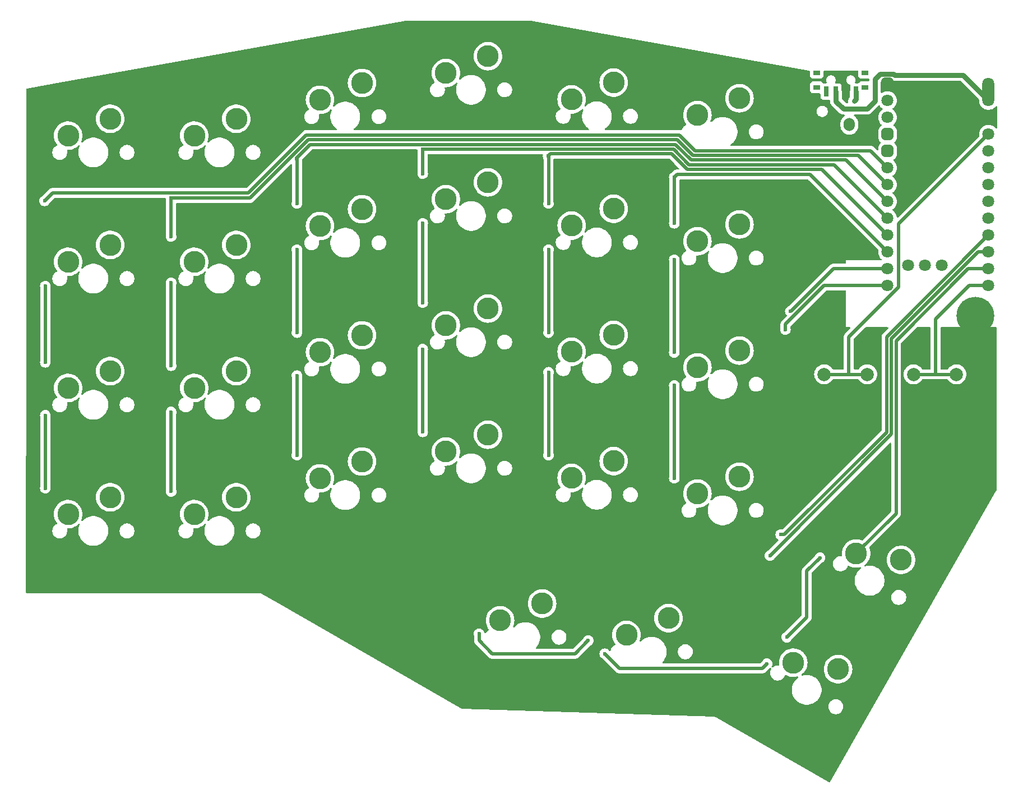
<source format=gbr>
%TF.GenerationSoftware,KiCad,Pcbnew,8.0.8*%
%TF.CreationDate,2025-02-12T11:53:10+01:00*%
%TF.ProjectId,PCB_g,5043425f-672e-46b6-9963-61645f706362,rev?*%
%TF.SameCoordinates,Original*%
%TF.FileFunction,Copper,L1,Top*%
%TF.FilePolarity,Positive*%
%FSLAX46Y46*%
G04 Gerber Fmt 4.6, Leading zero omitted, Abs format (unit mm)*
G04 Created by KiCad (PCBNEW 8.0.8) date 2025-02-12 11:53:10*
%MOMM*%
%LPD*%
G01*
G04 APERTURE LIST*
G04 Aperture macros list*
%AMRoundRect*
0 Rectangle with rounded corners*
0 $1 Rounding radius*
0 $2 $3 $4 $5 $6 $7 $8 $9 X,Y pos of 4 corners*
0 Add a 4 corners polygon primitive as box body*
4,1,4,$2,$3,$4,$5,$6,$7,$8,$9,$2,$3,0*
0 Add four circle primitives for the rounded corners*
1,1,$1+$1,$2,$3*
1,1,$1+$1,$4,$5*
1,1,$1+$1,$6,$7*
1,1,$1+$1,$8,$9*
0 Add four rect primitives between the rounded corners*
20,1,$1+$1,$2,$3,$4,$5,0*
20,1,$1+$1,$4,$5,$6,$7,0*
20,1,$1+$1,$6,$7,$8,$9,0*
20,1,$1+$1,$8,$9,$2,$3,0*%
G04 Aperture macros list end*
%TA.AperFunction,ComponentPad*%
%ADD10C,1.800000*%
%TD*%
%TA.AperFunction,ComponentPad*%
%ADD11RoundRect,0.450000X-0.450000X-0.450000X0.450000X-0.450000X0.450000X0.450000X-0.450000X0.450000X0*%
%TD*%
%TA.AperFunction,ComponentPad*%
%ADD12O,1.800000X4.340000*%
%TD*%
%TA.AperFunction,ComponentPad*%
%ADD13C,2.000000*%
%TD*%
%TA.AperFunction,SMDPad,CuDef*%
%ADD14R,1.000000X0.800000*%
%TD*%
%TA.AperFunction,SMDPad,CuDef*%
%ADD15R,0.700000X1.500000*%
%TD*%
%TA.AperFunction,ComponentPad*%
%ADD16RoundRect,0.250000X-0.600000X-0.750000X0.600000X-0.750000X0.600000X0.750000X-0.600000X0.750000X0*%
%TD*%
%TA.AperFunction,ComponentPad*%
%ADD17O,1.700000X2.000000*%
%TD*%
%TA.AperFunction,ComponentPad*%
%ADD18C,5.700000*%
%TD*%
%TA.AperFunction,ComponentPad*%
%ADD19C,3.300000*%
%TD*%
%TA.AperFunction,ViaPad*%
%ADD20C,0.600000*%
%TD*%
%TA.AperFunction,Conductor*%
%ADD21C,0.500000*%
%TD*%
%TA.AperFunction,Conductor*%
%ADD22C,0.750000*%
%TD*%
G04 APERTURE END LIST*
D10*
%TO.P,U1,1,P0.06*%
%TO.N,unconnected-(U1-P0.06-Pad1)*%
X200710800Y-45974000D03*
%TO.P,U1,2,P0.08*%
%TO.N,unconnected-(U1-P0.08-Pad2)*%
X200710800Y-48514000D03*
D11*
%TO.P,U1,3,GND*%
%TO.N,unconnected-(U1-GND-Pad3)*%
X200710800Y-51054000D03*
%TO.P,U1,4,GND*%
%TO.N,unconnected-(U1-GND-Pad4)*%
X200710800Y-53594000D03*
D10*
%TO.P,U1,5,P0.17*%
%TO.N,col1*%
X200710800Y-56134000D03*
%TO.P,U1,6,P0.20*%
%TO.N,col0*%
X200710800Y-58674000D03*
%TO.P,U1,7,P0.22*%
%TO.N,col2*%
X200710800Y-61214000D03*
%TO.P,U1,8,P0.24*%
%TO.N,col3*%
X200710800Y-63754000D03*
%TO.P,U1,9,P1.00*%
%TO.N,col5*%
X200710800Y-66294000D03*
%TO.P,U1,10,P0.11*%
%TO.N,col6*%
X200710800Y-68834000D03*
%TO.P,U1,11,P1.04-LF*%
%TO.N,row0*%
X200710800Y-71374000D03*
%TO.P,U1,12,P1.06-LF*%
%TO.N,row1*%
X200710800Y-73914000D03*
D12*
%TO.P,U1,13,BAT+*%
%TO.N,Net-(SW1-B)*%
X215950800Y-44704000D03*
D11*
%TO.P,U1,14,GND*%
%TO.N,GND*%
X215950800Y-48514000D03*
D10*
%TO.P,U1,15,RST*%
%TO.N,RST*%
X215950800Y-51054000D03*
%TO.P,U1,16,3V3*%
%TO.N,unconnected-(U1-3V3-Pad16)*%
X215950800Y-53594000D03*
%TO.P,U1,17,P0.31-LF*%
%TO.N,unconnected-(U1-P0.31-LF-Pad17)*%
X215950800Y-56134000D03*
%TO.P,U1,18,P0.29-LF*%
%TO.N,unconnected-(U1-P0.29-LF-Pad18)*%
X215950800Y-58674000D03*
%TO.P,U1,19,P0.02-LF*%
%TO.N,unconnected-(U1-P0.02-LF-Pad19)*%
X215950800Y-61214000D03*
%TO.P,U1,20,P1.15-LF*%
%TO.N,unconnected-(U1-P1.15-LF-Pad20)*%
X215950800Y-63754000D03*
%TO.P,U1,21,P1.13-LF*%
%TO.N,row2*%
X215950800Y-66294000D03*
%TO.P,U1,22,P1.11-LF*%
%TO.N,row3*%
X215950800Y-68834000D03*
%TO.P,U1,23,P0.10-LF*%
%TO.N,col4*%
X215950800Y-71374000D03*
%TO.P,U1,24,P0.09-LF*%
%TO.N,WAKE*%
X215950800Y-73914000D03*
%TO.P,U1,25,P1.01-LF*%
%TO.N,unconnected-(U1-P1.01-LF-Pad25)*%
X203784200Y-70820280D03*
%TO.P,U1,26,P1.02-LF*%
%TO.N,unconnected-(U1-P1.02-LF-Pad26)*%
X206324200Y-70820280D03*
%TO.P,U1,27,P1.07-LF*%
%TO.N,unconnected-(U1-P1.07-LF-Pad27)*%
X208864200Y-70820280D03*
D11*
%TO.P,U1,28,GND*%
%TO.N,GND*%
X200710800Y-43434000D03*
D10*
%TO.P,U1,29,BAT+*%
%TO.N,Net-(SW1-B)*%
X215950800Y-43434000D03*
%TD*%
D13*
%TO.P,SW27,1,1*%
%TO.N,GND*%
X204624200Y-82807000D03*
X211124200Y-82807000D03*
%TO.P,SW27,2,2*%
%TO.N,WAKE*%
X204624200Y-87307000D03*
X211124200Y-87307000D03*
%TD*%
%TO.P,SW2,1,1*%
%TO.N,GND*%
X191131300Y-82807000D03*
X197631300Y-82807000D03*
%TO.P,SW2,2,2*%
%TO.N,RST*%
X191131300Y-87307000D03*
X197631300Y-87307000D03*
%TD*%
D14*
%TO.P,SW1,*%
%TO.N,*%
X197312800Y-43969800D03*
X197312800Y-41759800D03*
X190012800Y-43969800D03*
X190012800Y-41759800D03*
D15*
%TO.P,SW1,1,A*%
%TO.N,+BATT*%
X195912800Y-44619800D03*
%TO.P,SW1,2,B*%
%TO.N,Net-(SW1-B)*%
X192912800Y-44619800D03*
%TO.P,SW1,3,C*%
%TO.N,unconnected-(SW1-C-Pad3)*%
X191412800Y-44619800D03*
%TD*%
D16*
%TO.P,J1,1,Pin_1*%
%TO.N,GND*%
X192440750Y-49606250D03*
D17*
%TO.P,J1,2,Pin_2*%
%TO.N,+BATT*%
X194940750Y-49606250D03*
%TD*%
D18*
%TO.P,H4,1,1*%
%TO.N,GND*%
X107546350Y-42462950D03*
%TD*%
%TO.P,H3,1,1*%
%TO.N,GND*%
X110721150Y-119055000D03*
%TD*%
%TO.P,H2,1,1*%
%TO.N,GND*%
X175804550Y-136119550D03*
%TD*%
%TO.P,H1,1,1*%
%TO.N,GND*%
X213969600Y-78435200D03*
%TD*%
D19*
%TO.P,SW24,1,1*%
%TO.N,col6*%
X171990176Y-67210000D03*
%TO.P,SW24,2,2*%
%TO.N,Net-(D23-A)*%
X178340176Y-64670000D03*
%TD*%
%TO.P,SW12,1,1*%
%TO.N,col2*%
X114990000Y-64910000D03*
%TO.P,SW12,2,2*%
%TO.N,Net-(D7-A)*%
X121340000Y-62370000D03*
%TD*%
%TO.P,SW35,1,1*%
%TO.N,col4*%
X195970444Y-114355295D03*
%TO.P,SW35,2,2*%
%TO.N,Net-(D34-A)*%
X202739705Y-115330591D03*
%TD*%
%TO.P,SW8,1,1*%
%TO.N,col0*%
X95990000Y-108410000D03*
%TO.P,SW8,2,2*%
%TO.N,Net-(D3-A)*%
X102340000Y-105870000D03*
%TD*%
%TO.P,SW13,1,1*%
%TO.N,col2*%
X114990000Y-83960000D03*
%TO.P,SW13,2,2*%
%TO.N,Net-(D8-A)*%
X121340000Y-81420000D03*
%TD*%
%TO.P,SW16,1,1*%
%TO.N,col3*%
X133990000Y-60860000D03*
%TO.P,SW16,2,2*%
%TO.N,Net-(D11-A)*%
X140340000Y-58320000D03*
%TD*%
%TO.P,SW25,1,1*%
%TO.N,col6*%
X171990000Y-86260000D03*
%TO.P,SW25,2,2*%
%TO.N,Net-(D24-A)*%
X178340000Y-83720000D03*
%TD*%
%TO.P,SW26,1,1*%
%TO.N,col6*%
X171990176Y-105310000D03*
%TO.P,SW26,2,2*%
%TO.N,Net-(D25-A)*%
X178340176Y-102770000D03*
%TD*%
%TO.P,SW21,1,1*%
%TO.N,col5*%
X152990000Y-83910000D03*
%TO.P,SW21,2,2*%
%TO.N,Net-(D20-A)*%
X159340000Y-81370000D03*
%TD*%
%TO.P,SW37,1,1*%
%TO.N,col4*%
X161270000Y-126660000D03*
%TO.P,SW37,2,2*%
%TO.N,Net-(D36-A)*%
X167620000Y-124120000D03*
%TD*%
%TO.P,SW7,1,1*%
%TO.N,col1*%
X76940176Y-70310000D03*
%TO.P,SW7,2,2*%
%TO.N,Net-(D16-A)*%
X83290176Y-67770000D03*
%TD*%
%TO.P,SW20,1,1*%
%TO.N,col5*%
X152989824Y-64860000D03*
%TO.P,SW20,2,2*%
%TO.N,Net-(D19-A)*%
X159339824Y-62320000D03*
%TD*%
%TO.P,SW38,1,1*%
%TO.N,col4*%
X142190000Y-124460000D03*
%TO.P,SW38,2,2*%
%TO.N,Net-(D37-A)*%
X148540000Y-121920000D03*
%TD*%
%TO.P,SW19,1,1*%
%TO.N,col5*%
X152989824Y-45810000D03*
%TO.P,SW19,2,2*%
%TO.N,Net-(D18-A)*%
X159339824Y-43270000D03*
%TD*%
%TO.P,SW17,1,1*%
%TO.N,col3*%
X133990000Y-79910000D03*
%TO.P,SW17,2,2*%
%TO.N,Net-(D12-A)*%
X140340000Y-77370000D03*
%TD*%
%TO.P,SW36,1,1*%
%TO.N,col4*%
X186470444Y-130855295D03*
%TO.P,SW36,2,2*%
%TO.N,Net-(D35-A)*%
X193239705Y-131830591D03*
%TD*%
%TO.P,SW9,1,1*%
%TO.N,col1*%
X76940176Y-89360000D03*
%TO.P,SW9,2,2*%
%TO.N,Net-(D4-A)*%
X83290176Y-86820000D03*
%TD*%
%TO.P,SW22,1,1*%
%TO.N,col5*%
X152990000Y-102960000D03*
%TO.P,SW22,2,2*%
%TO.N,Net-(D21-A)*%
X159340000Y-100420000D03*
%TD*%
%TO.P,SW6,1,1*%
%TO.N,col1*%
X76940176Y-51260000D03*
%TO.P,SW6,2,2*%
%TO.N,Net-(D15-A)*%
X83290176Y-48720000D03*
%TD*%
%TO.P,SW18,1,1*%
%TO.N,col3*%
X133990176Y-98960000D03*
%TO.P,SW18,2,2*%
%TO.N,Net-(D17-A)*%
X140340176Y-96420000D03*
%TD*%
%TO.P,SW3,1,1*%
%TO.N,col0*%
X95990176Y-89360000D03*
%TO.P,SW3,2,2*%
%TO.N,Net-(D2-A)*%
X102340176Y-86820000D03*
%TD*%
%TO.P,SW10,1,1*%
%TO.N,col1*%
X76940000Y-108410000D03*
%TO.P,SW10,2,2*%
%TO.N,Net-(D5-A)*%
X83290000Y-105870000D03*
%TD*%
%TO.P,SW14,1,1*%
%TO.N,col2*%
X114989824Y-103010000D03*
%TO.P,SW14,2,2*%
%TO.N,Net-(D9-A)*%
X121339824Y-100470000D03*
%TD*%
%TO.P,SW4,1,1*%
%TO.N,col0*%
X95990000Y-51260000D03*
%TO.P,SW4,2,2*%
%TO.N,Net-(D13-A)*%
X102340000Y-48720000D03*
%TD*%
%TO.P,SW23,1,1*%
%TO.N,col6*%
X171990176Y-48160000D03*
%TO.P,SW23,2,2*%
%TO.N,Net-(D22-A)*%
X178340176Y-45620000D03*
%TD*%
%TO.P,SW5,1,1*%
%TO.N,col0*%
X95990000Y-70310000D03*
%TO.P,SW5,2,2*%
%TO.N,Net-(D14-A)*%
X102340000Y-67770000D03*
%TD*%
%TO.P,SW15,1,1*%
%TO.N,col3*%
X133990176Y-41810000D03*
%TO.P,SW15,2,2*%
%TO.N,Net-(D10-A)*%
X140340176Y-39270000D03*
%TD*%
%TO.P,SW11,1,1*%
%TO.N,col2*%
X114990000Y-45860000D03*
%TO.P,SW11,2,2*%
%TO.N,Net-(D6-A)*%
X121340000Y-43320000D03*
%TD*%
D20*
%TO.N,row2*%
X184578950Y-111514850D03*
%TO.N,row3*%
X182947850Y-114689650D03*
%TO.N,row1*%
X185278950Y-80560550D03*
%TO.N,row0*%
X186028950Y-77782600D03*
%TO.N,col1*%
X73390176Y-61114900D03*
%TO.N,+BATT*%
X195647050Y-46034600D03*
%TO.N,col0*%
X92500000Y-105000000D03*
X92500000Y-93000000D03*
X92500000Y-66500000D03*
X92500000Y-86000000D03*
X92500000Y-60674350D03*
X92500000Y-73500000D03*
%TO.N,col1*%
X73500000Y-85500000D03*
X73500000Y-93500000D03*
X73500000Y-104500000D03*
X73500000Y-74000000D03*
%TO.N,col2*%
X111500000Y-61500000D03*
X111500000Y-81000000D03*
X111500000Y-68500000D03*
X111500000Y-99500000D03*
X111440000Y-54765300D03*
X111500000Y-87500000D03*
%TO.N,col3*%
X130500000Y-96000000D03*
X130500000Y-83500000D03*
X130500000Y-64500000D03*
X130500000Y-57000000D03*
X130500000Y-53343650D03*
X130500000Y-76500000D03*
%TO.N,col5*%
X149439824Y-54368450D03*
X149500000Y-81000000D03*
X149500000Y-99500000D03*
X149500000Y-61500000D03*
X149500000Y-87000000D03*
X149500000Y-68500000D03*
%TO.N,col6*%
X168500000Y-57543250D03*
X168500000Y-89000000D03*
X168500000Y-70000000D03*
X168500000Y-64500000D03*
X168500000Y-84000000D03*
X168500000Y-103000000D03*
%TO.N,col4*%
X190500000Y-115000000D03*
X139000000Y-126500000D03*
X158000000Y-129500000D03*
X185500000Y-127000000D03*
X155500000Y-127500000D03*
X182500000Y-131000000D03*
%TD*%
D21*
%TO.N,col3*%
X130500000Y-57000000D02*
X130500000Y-53343650D01*
X168384500Y-53293650D02*
X170743550Y-55652700D01*
X192609500Y-55652700D02*
X200710800Y-63754000D01*
X170743550Y-55652700D02*
X192609500Y-55652700D01*
X130550000Y-53293650D02*
X168384500Y-53293650D01*
X130500000Y-53343650D02*
X130550000Y-53293650D01*
%TO.N,col1*%
X104175300Y-59924350D02*
X74580726Y-59924350D01*
X112906000Y-51193650D02*
X104175300Y-59924350D01*
X169269282Y-51193650D02*
X112906000Y-51193650D01*
X198129500Y-53552700D02*
X171628332Y-53552700D01*
X200710800Y-56134000D02*
X198129500Y-53552700D01*
X171628332Y-53552700D02*
X169269282Y-51193650D01*
X74580726Y-59924350D02*
X73390176Y-61114900D01*
D22*
%TO.N,Net-(SW1-B)*%
X212090000Y-42113200D02*
X215950800Y-45974000D01*
X201746758Y-42113200D02*
X212090000Y-42113200D01*
X198821850Y-42714571D02*
X199577421Y-41959000D01*
X197631300Y-47225150D02*
X198821850Y-46034600D01*
X198821850Y-46034600D02*
X198821850Y-42714571D01*
X194059650Y-47225150D02*
X197631300Y-47225150D01*
X192912800Y-46078300D02*
X194059650Y-47225150D01*
X199577421Y-41959000D02*
X201592558Y-41959000D01*
X201592558Y-41959000D02*
X201746758Y-42113200D01*
X192912800Y-44619800D02*
X192912800Y-46078300D01*
D21*
%TO.N,WAKE*%
X213008550Y-73914000D02*
X215950800Y-73914000D01*
X207949400Y-78973150D02*
X213008550Y-73914000D01*
X207949400Y-87307000D02*
X207949400Y-78973150D01*
%TO.N,col4*%
X201996650Y-108329089D02*
X195970444Y-114355295D01*
X201996650Y-82228050D02*
X201996650Y-108329089D01*
X215950800Y-71374000D02*
X212850700Y-71374000D01*
X212850700Y-71374000D02*
X201996650Y-82228050D01*
%TO.N,row3*%
X214400750Y-68834000D02*
X215950800Y-68834000D01*
X201296650Y-81938100D02*
X214400750Y-68834000D01*
X201296650Y-96340850D02*
X201296650Y-81938100D01*
X182947850Y-114689650D02*
X201296650Y-96340850D01*
%TO.N,row2*%
X200596650Y-81648150D02*
X215950800Y-66294000D01*
X200596650Y-96050900D02*
X200596650Y-81648150D01*
X185132700Y-111514850D02*
X200596650Y-96050900D01*
X184578950Y-111514850D02*
X185132700Y-111514850D01*
%TO.N,RST*%
X202393500Y-64611300D02*
X215950800Y-51054000D01*
X202393500Y-74140489D02*
X202393500Y-64611300D01*
X194853350Y-81680639D02*
X202393500Y-74140489D01*
X194853350Y-87307000D02*
X194853350Y-81680639D01*
X194853350Y-87307000D02*
X191131300Y-87307000D01*
X197631300Y-87307000D02*
X194853350Y-87307000D01*
%TO.N,WAKE*%
X207949400Y-87307000D02*
X211124200Y-87307000D01*
X204624200Y-87307000D02*
X207949400Y-87307000D01*
%TO.N,col4*%
X188503750Y-123996250D02*
X185500000Y-127000000D01*
X188503750Y-116996250D02*
X188503750Y-123996250D01*
X190500000Y-115000000D02*
X188503750Y-116996250D01*
%TO.N,row0*%
X192531250Y-71374000D02*
X200710800Y-71374000D01*
X186122650Y-77782600D02*
X192531250Y-71374000D01*
X186028950Y-77782600D02*
X186122650Y-77782600D01*
%TO.N,row1*%
X191131800Y-73914000D02*
X200710800Y-73914000D01*
X185278950Y-79766850D02*
X191131800Y-73914000D01*
X185278950Y-80560550D02*
X185278950Y-79766850D01*
%TO.N,col5*%
X190769500Y-56352700D02*
X200710800Y-66294000D01*
X168094550Y-53993650D02*
X170453600Y-56352700D01*
X170453600Y-56352700D02*
X190769500Y-56352700D01*
X149814624Y-53993650D02*
X168094550Y-53993650D01*
X149439824Y-54368450D02*
X149814624Y-53993650D01*
X149500000Y-54428626D02*
X149500000Y-61500000D01*
X149439824Y-54368450D02*
X149500000Y-54428626D01*
%TO.N,col2*%
X171033500Y-54952700D02*
X194449500Y-54952700D01*
X168674450Y-52593650D02*
X171033500Y-54952700D01*
X113485900Y-52593650D02*
X168674450Y-52593650D01*
X111440000Y-54639550D02*
X113485900Y-52593650D01*
X111440000Y-54765300D02*
X111440000Y-54639550D01*
X194449500Y-54952700D02*
X200710800Y-61214000D01*
X111500000Y-54825300D02*
X111500000Y-61500000D01*
X111440000Y-54765300D02*
X111500000Y-54825300D01*
%TO.N,col0*%
X168964400Y-51893650D02*
X171323450Y-54252700D01*
X104371550Y-60718050D02*
X113195950Y-51893650D01*
X171323450Y-54252700D02*
X196289500Y-54252700D01*
X92543700Y-60718050D02*
X104371550Y-60718050D01*
X196289500Y-54252700D02*
X200710800Y-58674000D01*
X92500000Y-60674350D02*
X92543700Y-60718050D01*
X113195950Y-51893650D02*
X168964400Y-51893650D01*
X92500000Y-66500000D02*
X92500000Y-60674350D01*
%TO.N,col6*%
X168896850Y-57146400D02*
X168500000Y-57543250D01*
X189023200Y-57146400D02*
X168896850Y-57146400D01*
X200710800Y-68834000D02*
X189023200Y-57146400D01*
X168500000Y-64500000D02*
X168500000Y-57543250D01*
D22*
%TO.N,+BATT*%
X195912800Y-45768850D02*
X195647050Y-46034600D01*
X195912800Y-44619800D02*
X195912800Y-45768850D01*
D21*
%TO.N,col0*%
X92500000Y-86000000D02*
X92500000Y-73500000D01*
X92500000Y-105000000D02*
X92500000Y-93000000D01*
%TO.N,col1*%
X73500000Y-74000000D02*
X73500000Y-85500000D01*
X73500000Y-93500000D02*
X73500000Y-104500000D01*
%TO.N,col2*%
X111500000Y-87500000D02*
X111500000Y-99500000D01*
X111500000Y-68500000D02*
X111500000Y-81000000D01*
%TO.N,col3*%
X130500000Y-76500000D02*
X130500000Y-64500000D01*
X130500000Y-96000000D02*
X130500000Y-83500000D01*
%TO.N,col5*%
X149500000Y-87000000D02*
X149500000Y-99500000D01*
X149500000Y-68500000D02*
X149500000Y-81000000D01*
%TO.N,col6*%
X168500000Y-103000000D02*
X168500000Y-89000000D01*
X168500000Y-84000000D02*
X168500000Y-70000000D01*
%TO.N,col4*%
X140993900Y-129493900D02*
X139000000Y-127500000D01*
X182500000Y-131000000D02*
X181806100Y-131693900D01*
X153506100Y-129493900D02*
X140993900Y-129493900D01*
X139000000Y-127500000D02*
X139000000Y-126500000D01*
X155500000Y-127500000D02*
X153506100Y-129493900D01*
X160193900Y-131693900D02*
X158000000Y-129500000D01*
X181806100Y-131693900D02*
X160193900Y-131693900D01*
%TD*%
%TA.AperFunction,Conductor*%
%TO.N,GND*%
G36*
X146870308Y-33941251D02*
G01*
X188809673Y-41469277D01*
X188819857Y-41471551D01*
X188836183Y-41475925D01*
X188858109Y-41481800D01*
X188868401Y-41481800D01*
X188890306Y-41483750D01*
X188900431Y-41485568D01*
X188900431Y-41485567D01*
X188908432Y-41487004D01*
X188907888Y-41490033D01*
X188960134Y-41508062D01*
X189003375Y-41562943D01*
X189012300Y-41609136D01*
X189012300Y-42207670D01*
X189012301Y-42207676D01*
X189018708Y-42267283D01*
X189069002Y-42402128D01*
X189069006Y-42402135D01*
X189155252Y-42517344D01*
X189155255Y-42517347D01*
X189270464Y-42603593D01*
X189270471Y-42603597D01*
X189405317Y-42653891D01*
X189405316Y-42653891D01*
X189412244Y-42654635D01*
X189464927Y-42660300D01*
X190560672Y-42660299D01*
X190620283Y-42653891D01*
X190755131Y-42603596D01*
X190870346Y-42517346D01*
X190956596Y-42402131D01*
X191006891Y-42267283D01*
X191013300Y-42207673D01*
X191013299Y-41605799D01*
X191032983Y-41538761D01*
X191085787Y-41493006D01*
X191137299Y-41481800D01*
X196188300Y-41481800D01*
X196255339Y-41501485D01*
X196301094Y-41554289D01*
X196312300Y-41605800D01*
X196312300Y-42207670D01*
X196312301Y-42207676D01*
X196318708Y-42267283D01*
X196369002Y-42402128D01*
X196369006Y-42402135D01*
X196455252Y-42517344D01*
X196455255Y-42517347D01*
X196570464Y-42603593D01*
X196570471Y-42603597D01*
X196705317Y-42653891D01*
X196705316Y-42653891D01*
X196712244Y-42654635D01*
X196764927Y-42660300D01*
X197822350Y-42660299D01*
X197889389Y-42679983D01*
X197935144Y-42732787D01*
X197946350Y-42784299D01*
X197946350Y-42945300D01*
X197926665Y-43012339D01*
X197873861Y-43058094D01*
X197822350Y-43069300D01*
X196764929Y-43069300D01*
X196764923Y-43069301D01*
X196705316Y-43075708D01*
X196570471Y-43126002D01*
X196570464Y-43126006D01*
X196455256Y-43212252D01*
X196455255Y-43212253D01*
X196455254Y-43212254D01*
X196374887Y-43319611D01*
X196318953Y-43361482D01*
X196275620Y-43369300D01*
X195895480Y-43369300D01*
X195828441Y-43349615D01*
X195782686Y-43296811D01*
X195772742Y-43227653D01*
X195782538Y-43197776D01*
X195781244Y-43197240D01*
X195819016Y-43106049D01*
X195836380Y-43064128D01*
X195853813Y-42976486D01*
X195863300Y-42928795D01*
X195863300Y-42790804D01*
X195836381Y-42655477D01*
X195836380Y-42655476D01*
X195836380Y-42655472D01*
X195830551Y-42641400D01*
X195783578Y-42527995D01*
X195783571Y-42527982D01*
X195706914Y-42413258D01*
X195706911Y-42413254D01*
X195609345Y-42315688D01*
X195609341Y-42315685D01*
X195494617Y-42239028D01*
X195494604Y-42239021D01*
X195367132Y-42186221D01*
X195367122Y-42186218D01*
X195231795Y-42159300D01*
X195231793Y-42159300D01*
X195093807Y-42159300D01*
X195093805Y-42159300D01*
X194958477Y-42186218D01*
X194958467Y-42186221D01*
X194830995Y-42239021D01*
X194830982Y-42239028D01*
X194716258Y-42315685D01*
X194716254Y-42315688D01*
X194618688Y-42413254D01*
X194618685Y-42413258D01*
X194542028Y-42527982D01*
X194542021Y-42527995D01*
X194489221Y-42655467D01*
X194489218Y-42655477D01*
X194462300Y-42790804D01*
X194462300Y-42790807D01*
X194462300Y-42928793D01*
X194462300Y-42928795D01*
X194462299Y-42928795D01*
X194489218Y-43064122D01*
X194489221Y-43064132D01*
X194542021Y-43191604D01*
X194542028Y-43191617D01*
X194618685Y-43306341D01*
X194618688Y-43306345D01*
X194716254Y-43403911D01*
X194716258Y-43403914D01*
X194830982Y-43480571D01*
X194830995Y-43480578D01*
X194893614Y-43506515D01*
X194958472Y-43533380D01*
X194997676Y-43541178D01*
X195059585Y-43573562D01*
X195094159Y-43634278D01*
X195090420Y-43704047D01*
X195089666Y-43706127D01*
X195068708Y-43762319D01*
X195066922Y-43778934D01*
X195062301Y-43821923D01*
X195062300Y-43821935D01*
X195062300Y-44395674D01*
X195059917Y-44419865D01*
X195037300Y-44533567D01*
X195037300Y-45354843D01*
X195017615Y-45421882D01*
X195000981Y-45442524D01*
X194967007Y-45476497D01*
X194967004Y-45476501D01*
X194871195Y-45619888D01*
X194871188Y-45619901D01*
X194805196Y-45779221D01*
X194805193Y-45779233D01*
X194771550Y-45948366D01*
X194771550Y-45948371D01*
X194771550Y-46120829D01*
X194771550Y-46120831D01*
X194771549Y-46120831D01*
X194787588Y-46201458D01*
X194781361Y-46271050D01*
X194738498Y-46326227D01*
X194672609Y-46349472D01*
X194665971Y-46349650D01*
X194473656Y-46349650D01*
X194406617Y-46329965D01*
X194385975Y-46313331D01*
X193824619Y-45751975D01*
X193791134Y-45690652D01*
X193788300Y-45664294D01*
X193788300Y-44533568D01*
X193765682Y-44419864D01*
X193763299Y-44395672D01*
X193763299Y-43821929D01*
X193763298Y-43821923D01*
X193763297Y-43821916D01*
X193756891Y-43762317D01*
X193756674Y-43761736D01*
X193706597Y-43627471D01*
X193706593Y-43627464D01*
X193620347Y-43512255D01*
X193620344Y-43512252D01*
X193505135Y-43426006D01*
X193505128Y-43426002D01*
X193370282Y-43375708D01*
X193370283Y-43375708D01*
X193310683Y-43369301D01*
X193310681Y-43369300D01*
X193310673Y-43369300D01*
X193310665Y-43369300D01*
X192895480Y-43369300D01*
X192828441Y-43349615D01*
X192782686Y-43296811D01*
X192772742Y-43227653D01*
X192782538Y-43197776D01*
X192781244Y-43197240D01*
X192819016Y-43106049D01*
X192836380Y-43064128D01*
X192853813Y-42976486D01*
X192863300Y-42928795D01*
X192863300Y-42790804D01*
X192836381Y-42655477D01*
X192836380Y-42655476D01*
X192836380Y-42655472D01*
X192830551Y-42641400D01*
X192783578Y-42527995D01*
X192783571Y-42527982D01*
X192706914Y-42413258D01*
X192706911Y-42413254D01*
X192609345Y-42315688D01*
X192609341Y-42315685D01*
X192494617Y-42239028D01*
X192494604Y-42239021D01*
X192367132Y-42186221D01*
X192367122Y-42186218D01*
X192231795Y-42159300D01*
X192231793Y-42159300D01*
X192093807Y-42159300D01*
X192093805Y-42159300D01*
X191958477Y-42186218D01*
X191958467Y-42186221D01*
X191830995Y-42239021D01*
X191830982Y-42239028D01*
X191716258Y-42315685D01*
X191716254Y-42315688D01*
X191618688Y-42413254D01*
X191618685Y-42413258D01*
X191542028Y-42527982D01*
X191542021Y-42527995D01*
X191489221Y-42655467D01*
X191489218Y-42655477D01*
X191462300Y-42790804D01*
X191462300Y-42790807D01*
X191462300Y-42928793D01*
X191462300Y-42928795D01*
X191462299Y-42928795D01*
X191489218Y-43064122D01*
X191489221Y-43064132D01*
X191544356Y-43197240D01*
X191541857Y-43198275D01*
X191553720Y-43255247D01*
X191528722Y-43320491D01*
X191472417Y-43361863D01*
X191430120Y-43369300D01*
X191049981Y-43369300D01*
X190982942Y-43349615D01*
X190950715Y-43319612D01*
X190889830Y-43238281D01*
X190870346Y-43212254D01*
X190870344Y-43212253D01*
X190870344Y-43212252D01*
X190755135Y-43126006D01*
X190755128Y-43126002D01*
X190620282Y-43075708D01*
X190620283Y-43075708D01*
X190560683Y-43069301D01*
X190560681Y-43069300D01*
X190560673Y-43069300D01*
X190560664Y-43069300D01*
X189464929Y-43069300D01*
X189464923Y-43069301D01*
X189405316Y-43075708D01*
X189270471Y-43126002D01*
X189270464Y-43126006D01*
X189155255Y-43212252D01*
X189155252Y-43212255D01*
X189069006Y-43327464D01*
X189069002Y-43327471D01*
X189018708Y-43462317D01*
X189012301Y-43521916D01*
X189012300Y-43521935D01*
X189012300Y-44417670D01*
X189012301Y-44417676D01*
X189018708Y-44477283D01*
X189069002Y-44612128D01*
X189069006Y-44612135D01*
X189155252Y-44727344D01*
X189155255Y-44727347D01*
X189270464Y-44813593D01*
X189270471Y-44813597D01*
X189405317Y-44863891D01*
X189405316Y-44863891D01*
X189412244Y-44864635D01*
X189464927Y-44870300D01*
X190438300Y-44870299D01*
X190505339Y-44889983D01*
X190551094Y-44942787D01*
X190562300Y-44994299D01*
X190562300Y-45417670D01*
X190562301Y-45417676D01*
X190568708Y-45477283D01*
X190619002Y-45612128D01*
X190619006Y-45612135D01*
X190705252Y-45727344D01*
X190705255Y-45727347D01*
X190820464Y-45813593D01*
X190820471Y-45813597D01*
X190955317Y-45863891D01*
X190955316Y-45863891D01*
X190962244Y-45864635D01*
X191014927Y-45870300D01*
X191810672Y-45870299D01*
X191870283Y-45863891D01*
X191870285Y-45863890D01*
X191870287Y-45863890D01*
X191877831Y-45862108D01*
X191878142Y-45863424D01*
X191939658Y-45859025D01*
X192000981Y-45892509D01*
X192034466Y-45953832D01*
X192037300Y-45980191D01*
X192037300Y-46164533D01*
X192070943Y-46333666D01*
X192070946Y-46333678D01*
X192136938Y-46492998D01*
X192136945Y-46493011D01*
X192232754Y-46636398D01*
X192232757Y-46636402D01*
X193501547Y-47905192D01*
X193501551Y-47905195D01*
X193644938Y-48001004D01*
X193644951Y-48001011D01*
X193804271Y-48067003D01*
X193804276Y-48067005D01*
X193901998Y-48086443D01*
X193973416Y-48100649D01*
X193973419Y-48100650D01*
X194127332Y-48100650D01*
X194194371Y-48120335D01*
X194240126Y-48173139D01*
X194250070Y-48242297D01*
X194221045Y-48305853D01*
X194200217Y-48324968D01*
X194060964Y-48426140D01*
X194060959Y-48426144D01*
X193910640Y-48576463D01*
X193785701Y-48748429D01*
X193689194Y-48937835D01*
X193623503Y-49140010D01*
X193591069Y-49344794D01*
X193590250Y-49349963D01*
X193590250Y-49862537D01*
X193593493Y-49883011D01*
X193615203Y-50020087D01*
X193623504Y-50072493D01*
X193687821Y-50270440D01*
X193689194Y-50274664D01*
X193785701Y-50464070D01*
X193910640Y-50636036D01*
X194060963Y-50786359D01*
X194232929Y-50911298D01*
X194232931Y-50911299D01*
X194232934Y-50911301D01*
X194422338Y-51007807D01*
X194624507Y-51073496D01*
X194834463Y-51106750D01*
X194834464Y-51106750D01*
X195047036Y-51106750D01*
X195047037Y-51106750D01*
X195256993Y-51073496D01*
X195459162Y-51007807D01*
X195648566Y-50911301D01*
X195736910Y-50847116D01*
X195820536Y-50786359D01*
X195820538Y-50786356D01*
X195820542Y-50786354D01*
X195970854Y-50636042D01*
X195970856Y-50636038D01*
X195970859Y-50636036D01*
X196095798Y-50464070D01*
X196095797Y-50464070D01*
X196095801Y-50464066D01*
X196192307Y-50274662D01*
X196257996Y-50072493D01*
X196291250Y-49862537D01*
X196291250Y-49349963D01*
X196257996Y-49140007D01*
X196192307Y-48937838D01*
X196095801Y-48748434D01*
X196095799Y-48748431D01*
X196095798Y-48748429D01*
X195970859Y-48576463D01*
X195820540Y-48426144D01*
X195820535Y-48426140D01*
X195681283Y-48324968D01*
X195638617Y-48269638D01*
X195632638Y-48200025D01*
X195665243Y-48138230D01*
X195726082Y-48103873D01*
X195754168Y-48100650D01*
X197717531Y-48100650D01*
X197717532Y-48100649D01*
X197886674Y-48067005D01*
X198046005Y-48001008D01*
X198189399Y-47905195D01*
X199357764Y-46736828D01*
X199419085Y-46703345D01*
X199488776Y-46708329D01*
X199544710Y-46750200D01*
X199549252Y-46756690D01*
X199601816Y-46837147D01*
X199601819Y-46837151D01*
X199601821Y-46837153D01*
X199759016Y-47007913D01*
X199759019Y-47007915D01*
X199759022Y-47007918D01*
X199936618Y-47146147D01*
X199977431Y-47202857D01*
X199981106Y-47272630D01*
X199946474Y-47333313D01*
X199936618Y-47341853D01*
X199759022Y-47480081D01*
X199759019Y-47480084D01*
X199759016Y-47480086D01*
X199759016Y-47480087D01*
X199719989Y-47522482D01*
X199601816Y-47650852D01*
X199474875Y-47845151D01*
X199381642Y-48057699D01*
X199324666Y-48282691D01*
X199324664Y-48282702D01*
X199305500Y-48513993D01*
X199305500Y-48514006D01*
X199324664Y-48745297D01*
X199324666Y-48745308D01*
X199381642Y-48970300D01*
X199474875Y-49182848D01*
X199601816Y-49377147D01*
X199601819Y-49377151D01*
X199601821Y-49377153D01*
X199759016Y-49547913D01*
X199795816Y-49576556D01*
X199836629Y-49633265D01*
X199840304Y-49703038D01*
X199805673Y-49763722D01*
X199777066Y-49784317D01*
X199735052Y-49806263D01*
X199585228Y-49928428D01*
X199463065Y-50078250D01*
X199373562Y-50249594D01*
X199320382Y-50435451D01*
X199310300Y-50548863D01*
X199310300Y-51559136D01*
X199320382Y-51672548D01*
X199373562Y-51858405D01*
X199413632Y-51935114D01*
X199463066Y-52029751D01*
X199535647Y-52118764D01*
X199585229Y-52179571D01*
X199644497Y-52227899D01*
X199684013Y-52285520D01*
X199686104Y-52355358D01*
X199650106Y-52415241D01*
X199644497Y-52420101D01*
X199585229Y-52468428D01*
X199463065Y-52618250D01*
X199373562Y-52789594D01*
X199320382Y-52975451D01*
X199310300Y-53088863D01*
X199310300Y-53372769D01*
X199290615Y-53439808D01*
X199237811Y-53485563D01*
X199168653Y-53495507D01*
X199105097Y-53466482D01*
X199098619Y-53460450D01*
X198607921Y-52969752D01*
X198607914Y-52969746D01*
X198517178Y-52909119D01*
X198517177Y-52909119D01*
X198485000Y-52887619D01*
X198484988Y-52887612D01*
X198348417Y-52831043D01*
X198348407Y-52831040D01*
X198203420Y-52802200D01*
X198203418Y-52802200D01*
X177110633Y-52802200D01*
X177043594Y-52782515D01*
X176997839Y-52729711D01*
X176987895Y-52660553D01*
X177016920Y-52596997D01*
X177046506Y-52572568D01*
X177046400Y-52572408D01*
X177047976Y-52571354D01*
X177048630Y-52570814D01*
X177049773Y-52570155D01*
X177283187Y-52391050D01*
X177491226Y-52183011D01*
X177670331Y-51949597D01*
X177817437Y-51694803D01*
X177830771Y-51662613D01*
X177930023Y-51422994D01*
X177930022Y-51422994D01*
X177930026Y-51422987D01*
X178006174Y-51138800D01*
X178044576Y-50847106D01*
X178044576Y-50611421D01*
X179754676Y-50611421D01*
X179754676Y-50788578D01*
X179782390Y-50963556D01*
X179837132Y-51132039D01*
X179837133Y-51132042D01*
X179902332Y-51260000D01*
X179917562Y-51289890D01*
X180021693Y-51433214D01*
X180146962Y-51558483D01*
X180290286Y-51662614D01*
X180353460Y-51694803D01*
X180448133Y-51743042D01*
X180448136Y-51743043D01*
X180532377Y-51770414D01*
X180616621Y-51797786D01*
X180791597Y-51825500D01*
X180791598Y-51825500D01*
X180968754Y-51825500D01*
X180968755Y-51825500D01*
X181143731Y-51797786D01*
X181312218Y-51743042D01*
X181470066Y-51662614D01*
X181613390Y-51558483D01*
X181738659Y-51433214D01*
X181842790Y-51289890D01*
X181923218Y-51132042D01*
X181977962Y-50963555D01*
X182005676Y-50788579D01*
X182005676Y-50611421D01*
X181977962Y-50436445D01*
X181925397Y-50274664D01*
X181923219Y-50267960D01*
X181923218Y-50267957D01*
X181881733Y-50186540D01*
X181842790Y-50110110D01*
X181738659Y-49966786D01*
X181613390Y-49841517D01*
X181470066Y-49737386D01*
X181466041Y-49735335D01*
X181312218Y-49656957D01*
X181312215Y-49656956D01*
X181143732Y-49602214D01*
X180995676Y-49578764D01*
X180968755Y-49574500D01*
X180791597Y-49574500D01*
X180764676Y-49578764D01*
X180616619Y-49602214D01*
X180448136Y-49656956D01*
X180448133Y-49656957D01*
X180290285Y-49737386D01*
X180208514Y-49796796D01*
X180146962Y-49841517D01*
X180146960Y-49841519D01*
X180146959Y-49841519D01*
X180021695Y-49966783D01*
X180021695Y-49966784D01*
X180021693Y-49966786D01*
X180014263Y-49977013D01*
X179917562Y-50110109D01*
X179837133Y-50267957D01*
X179837132Y-50267960D01*
X179782390Y-50436443D01*
X179754676Y-50611421D01*
X178044576Y-50611421D01*
X178044576Y-50552894D01*
X178006174Y-50261200D01*
X177930026Y-49977013D01*
X177909902Y-49928428D01*
X177817441Y-49705205D01*
X177817433Y-49705189D01*
X177670335Y-49450410D01*
X177670331Y-49450403D01*
X177539563Y-49279983D01*
X177491227Y-49216990D01*
X177491221Y-49216983D01*
X177283192Y-49008954D01*
X177283185Y-49008948D01*
X177049781Y-48829851D01*
X177049779Y-48829849D01*
X177049773Y-48829845D01*
X177049768Y-48829842D01*
X177049765Y-48829840D01*
X176794986Y-48682742D01*
X176794970Y-48682734D01*
X176523170Y-48570152D01*
X176437135Y-48547099D01*
X176238976Y-48494002D01*
X176238975Y-48494001D01*
X176238972Y-48494001D01*
X175947292Y-48455601D01*
X175947287Y-48455600D01*
X175947282Y-48455600D01*
X175653070Y-48455600D01*
X175653064Y-48455600D01*
X175653059Y-48455601D01*
X175361379Y-48494001D01*
X175077181Y-48570152D01*
X174805381Y-48682734D01*
X174805365Y-48682742D01*
X174550586Y-48829840D01*
X174550570Y-48829851D01*
X174317167Y-49008947D01*
X174167432Y-49158682D01*
X174106109Y-49192166D01*
X174036417Y-49187182D01*
X173980484Y-49145310D01*
X173956067Y-49079846D01*
X173966017Y-49021597D01*
X173967243Y-49018773D01*
X173967248Y-49018764D01*
X173970735Y-49008954D01*
X174034387Y-48829851D01*
X174065768Y-48741554D01*
X174065768Y-48741549D01*
X174065771Y-48741543D01*
X174113054Y-48514000D01*
X174125624Y-48453511D01*
X174145701Y-48160000D01*
X174125624Y-47866489D01*
X174106376Y-47773862D01*
X174065771Y-47578456D01*
X174065766Y-47578440D01*
X174014908Y-47435338D01*
X173967248Y-47301236D01*
X173831898Y-47040024D01*
X173831897Y-47040022D01*
X173831893Y-47040016D01*
X173662243Y-46799676D01*
X173530817Y-46658954D01*
X173461436Y-46584665D01*
X173461434Y-46584664D01*
X173461432Y-46584661D01*
X173285516Y-46441543D01*
X173233225Y-46399001D01*
X173233223Y-46399000D01*
X173233221Y-46398998D01*
X172981856Y-46246139D01*
X172981851Y-46246137D01*
X172712021Y-46128934D01*
X172428736Y-46049561D01*
X172428732Y-46049560D01*
X172428731Y-46049560D01*
X172244399Y-46024224D01*
X172137275Y-46009500D01*
X172137274Y-46009500D01*
X171843078Y-46009500D01*
X171843077Y-46009500D01*
X171551621Y-46049560D01*
X171551615Y-46049561D01*
X171268330Y-46128934D01*
X170998500Y-46246137D01*
X170998495Y-46246139D01*
X170747130Y-46398998D01*
X170518919Y-46584661D01*
X170318108Y-46799676D01*
X170148458Y-47040016D01*
X170148454Y-47040022D01*
X170013103Y-47301237D01*
X169914585Y-47578440D01*
X169914580Y-47578456D01*
X169854728Y-47866486D01*
X169854727Y-47866488D01*
X169834651Y-48160000D01*
X169854727Y-48453511D01*
X169854728Y-48453513D01*
X169914580Y-48741543D01*
X169914585Y-48741559D01*
X170013103Y-49018762D01*
X170148454Y-49279977D01*
X170148458Y-49279983D01*
X170298537Y-49492597D01*
X170321116Y-49558718D01*
X170304362Y-49626549D01*
X170253596Y-49674555D01*
X170253529Y-49674589D01*
X170130287Y-49737384D01*
X170035485Y-49806263D01*
X169986962Y-49841517D01*
X169986960Y-49841519D01*
X169986959Y-49841519D01*
X169861695Y-49966783D01*
X169861695Y-49966784D01*
X169861693Y-49966786D01*
X169854263Y-49977013D01*
X169757562Y-50110109D01*
X169677134Y-50267957D01*
X169637408Y-50390220D01*
X169597970Y-50447895D01*
X169533611Y-50475093D01*
X169494490Y-50471565D01*
X169494169Y-50473180D01*
X169343202Y-50443150D01*
X169343200Y-50443150D01*
X158124101Y-50443150D01*
X158057062Y-50423465D01*
X158011307Y-50370661D01*
X158001363Y-50301503D01*
X158030388Y-50237947D01*
X158048615Y-50220774D01*
X158192834Y-50110110D01*
X158282835Y-50041050D01*
X158490874Y-49833011D01*
X158669979Y-49599597D01*
X158817085Y-49344803D01*
X158830419Y-49312613D01*
X158929671Y-49072994D01*
X158929670Y-49072994D01*
X158929674Y-49072987D01*
X159005822Y-48788800D01*
X159044224Y-48497106D01*
X159044224Y-48261421D01*
X160754324Y-48261421D01*
X160754324Y-48438578D01*
X160782038Y-48613556D01*
X160836780Y-48782039D01*
X160836781Y-48782042D01*
X160916163Y-48937835D01*
X160917210Y-48939890D01*
X161021341Y-49083214D01*
X161146610Y-49208483D01*
X161289934Y-49312614D01*
X161353108Y-49344803D01*
X161447781Y-49393042D01*
X161447784Y-49393043D01*
X161532025Y-49420414D01*
X161616269Y-49447786D01*
X161791245Y-49475500D01*
X161791246Y-49475500D01*
X161968402Y-49475500D01*
X161968403Y-49475500D01*
X162143379Y-49447786D01*
X162311866Y-49393042D01*
X162469714Y-49312614D01*
X162613038Y-49208483D01*
X162738307Y-49083214D01*
X162842438Y-48939890D01*
X162922866Y-48782042D01*
X162977610Y-48613555D01*
X163005324Y-48438579D01*
X163005324Y-48261421D01*
X162977610Y-48086445D01*
X162939918Y-47970438D01*
X162922867Y-47917960D01*
X162922866Y-47917957D01*
X162849444Y-47773860D01*
X162842438Y-47760110D01*
X162738307Y-47616786D01*
X162613038Y-47491517D01*
X162469714Y-47387386D01*
X162444424Y-47374500D01*
X162311866Y-47306957D01*
X162311863Y-47306956D01*
X162143380Y-47252214D01*
X162055891Y-47238357D01*
X161968403Y-47224500D01*
X161791245Y-47224500D01*
X161732919Y-47233738D01*
X161616267Y-47252214D01*
X161447784Y-47306956D01*
X161447781Y-47306957D01*
X161289933Y-47387386D01*
X161223938Y-47435335D01*
X161146610Y-47491517D01*
X161146608Y-47491519D01*
X161146607Y-47491519D01*
X161021343Y-47616783D01*
X161021343Y-47616784D01*
X161021341Y-47616786D01*
X160985016Y-47666783D01*
X160917210Y-47760109D01*
X160836781Y-47917957D01*
X160836780Y-47917960D01*
X160782038Y-48086443D01*
X160754324Y-48261421D01*
X159044224Y-48261421D01*
X159044224Y-48202894D01*
X159005822Y-47911200D01*
X158929674Y-47627013D01*
X158918492Y-47600016D01*
X158817089Y-47355205D01*
X158817081Y-47355189D01*
X158669983Y-47100410D01*
X158669979Y-47100403D01*
X158539211Y-46929983D01*
X158490875Y-46866990D01*
X158490869Y-46866983D01*
X158282840Y-46658954D01*
X158282833Y-46658948D01*
X158049429Y-46479851D01*
X158049427Y-46479849D01*
X158049421Y-46479845D01*
X158049416Y-46479842D01*
X158049413Y-46479840D01*
X157794634Y-46332742D01*
X157794618Y-46332734D01*
X157522818Y-46220152D01*
X157522803Y-46220148D01*
X157238624Y-46144002D01*
X157238623Y-46144001D01*
X157238620Y-46144001D01*
X156946940Y-46105601D01*
X156946935Y-46105600D01*
X156946930Y-46105600D01*
X156652718Y-46105600D01*
X156652712Y-46105600D01*
X156652707Y-46105601D01*
X156361027Y-46144001D01*
X156076829Y-46220152D01*
X155805029Y-46332734D01*
X155805013Y-46332742D01*
X155550234Y-46479840D01*
X155550218Y-46479851D01*
X155316815Y-46658947D01*
X155167080Y-46808682D01*
X155105757Y-46842166D01*
X155036065Y-46837182D01*
X154980132Y-46795310D01*
X154955715Y-46729846D01*
X154965665Y-46671597D01*
X154966891Y-46668773D01*
X154966896Y-46668764D01*
X154970383Y-46658954D01*
X155034037Y-46479847D01*
X155065416Y-46391554D01*
X155065416Y-46391549D01*
X155065419Y-46391543D01*
X155106468Y-46194001D01*
X155125272Y-46103511D01*
X155145349Y-45810000D01*
X155132352Y-45620000D01*
X176184651Y-45620000D01*
X176204727Y-45913511D01*
X176204728Y-45913513D01*
X176264580Y-46201543D01*
X176264585Y-46201559D01*
X176363103Y-46478762D01*
X176498454Y-46739977D01*
X176498458Y-46739983D01*
X176668108Y-46980323D01*
X176693877Y-47007915D01*
X176822977Y-47146147D01*
X176868919Y-47195338D01*
X176986339Y-47290866D01*
X177097127Y-47380999D01*
X177097129Y-47381000D01*
X177097130Y-47381001D01*
X177348495Y-47533860D01*
X177348500Y-47533862D01*
X177617840Y-47650852D01*
X177618335Y-47651067D01*
X177901621Y-47730440D01*
X178157857Y-47765659D01*
X178193077Y-47770500D01*
X178193078Y-47770500D01*
X178487275Y-47770500D01*
X178518696Y-47766180D01*
X178778731Y-47730440D01*
X179062017Y-47651067D01*
X179331858Y-47533859D01*
X179350573Y-47522478D01*
X189990250Y-47522478D01*
X189990250Y-47690021D01*
X190022932Y-47854324D01*
X190022934Y-47854332D01*
X190087045Y-48009110D01*
X190180123Y-48148412D01*
X190298587Y-48266876D01*
X190385528Y-48324968D01*
X190437887Y-48359953D01*
X190592668Y-48424066D01*
X190751202Y-48455600D01*
X190756978Y-48456749D01*
X190756982Y-48456750D01*
X190756983Y-48456750D01*
X190924518Y-48456750D01*
X190924519Y-48456749D01*
X191088832Y-48424066D01*
X191243613Y-48359953D01*
X191382912Y-48266876D01*
X191501376Y-48148412D01*
X191594453Y-48009113D01*
X191658566Y-47854332D01*
X191691250Y-47690017D01*
X191691250Y-47522483D01*
X191658566Y-47358168D01*
X191603198Y-47224500D01*
X191594454Y-47203389D01*
X191501376Y-47064087D01*
X191382912Y-46945623D01*
X191243610Y-46852545D01*
X191088832Y-46788434D01*
X191088824Y-46788432D01*
X190924521Y-46755750D01*
X190924517Y-46755750D01*
X190756983Y-46755750D01*
X190756978Y-46755750D01*
X190592675Y-46788432D01*
X190592667Y-46788434D01*
X190437889Y-46852545D01*
X190298587Y-46945623D01*
X190180123Y-47064087D01*
X190087045Y-47203389D01*
X190022934Y-47358167D01*
X190022932Y-47358175D01*
X189990250Y-47522478D01*
X179350573Y-47522478D01*
X179583225Y-47380999D01*
X179811436Y-47195335D01*
X180012241Y-46980326D01*
X180181898Y-46739976D01*
X180317248Y-46478764D01*
X180415768Y-46201554D01*
X180415768Y-46201549D01*
X180415771Y-46201543D01*
X180452617Y-46024228D01*
X180475624Y-45913511D01*
X180495701Y-45620000D01*
X180475624Y-45326489D01*
X180456376Y-45233862D01*
X180415771Y-45038456D01*
X180415766Y-45038440D01*
X180364908Y-44895338D01*
X180317248Y-44761236D01*
X180181898Y-44500024D01*
X180181897Y-44500022D01*
X180181893Y-44500016D01*
X180012243Y-44259676D01*
X179862182Y-44099001D01*
X179811436Y-44044665D01*
X179811434Y-44044664D01*
X179811432Y-44044661D01*
X179583221Y-43858998D01*
X179331856Y-43706139D01*
X179331851Y-43706137D01*
X179062021Y-43588934D01*
X178778736Y-43509561D01*
X178778732Y-43509560D01*
X178778731Y-43509560D01*
X178633002Y-43489530D01*
X178487275Y-43469500D01*
X178487274Y-43469500D01*
X178193078Y-43469500D01*
X178193077Y-43469500D01*
X177901621Y-43509560D01*
X177901615Y-43509561D01*
X177618330Y-43588934D01*
X177348500Y-43706137D01*
X177348495Y-43706139D01*
X177097130Y-43858998D01*
X176868919Y-44044661D01*
X176668108Y-44259676D01*
X176498458Y-44500016D01*
X176498454Y-44500022D01*
X176363103Y-44761237D01*
X176264585Y-45038440D01*
X176264580Y-45038456D01*
X176204728Y-45326486D01*
X176204727Y-45326488D01*
X176184651Y-45620000D01*
X155132352Y-45620000D01*
X155125272Y-45516489D01*
X155099620Y-45393043D01*
X155065419Y-45228456D01*
X155065414Y-45228440D01*
X155013014Y-45081001D01*
X154966896Y-44951236D01*
X154831546Y-44690024D01*
X154831545Y-44690022D01*
X154831541Y-44690016D01*
X154661891Y-44449676D01*
X154507777Y-44284661D01*
X154461084Y-44234665D01*
X154461082Y-44234664D01*
X154461080Y-44234661D01*
X154232869Y-44048998D01*
X153981504Y-43896139D01*
X153981499Y-43896137D01*
X153711669Y-43778934D01*
X153428384Y-43699561D01*
X153428380Y-43699560D01*
X153428379Y-43699560D01*
X153233417Y-43672763D01*
X153136923Y-43659500D01*
X153136922Y-43659500D01*
X152842726Y-43659500D01*
X152842725Y-43659500D01*
X152551269Y-43699560D01*
X152551263Y-43699561D01*
X152267978Y-43778934D01*
X151998148Y-43896137D01*
X151998143Y-43896139D01*
X151746778Y-44048998D01*
X151518567Y-44234661D01*
X151317756Y-44449676D01*
X151148106Y-44690016D01*
X151148102Y-44690022D01*
X151012751Y-44951237D01*
X150914233Y-45228440D01*
X150914228Y-45228456D01*
X150854376Y-45516486D01*
X150854375Y-45516488D01*
X150834299Y-45810000D01*
X150854375Y-46103511D01*
X150854376Y-46103513D01*
X150914228Y-46391543D01*
X150914233Y-46391559D01*
X151012751Y-46668762D01*
X151148102Y-46929977D01*
X151148106Y-46929983D01*
X151298185Y-47142597D01*
X151320764Y-47208718D01*
X151304010Y-47276549D01*
X151253244Y-47324555D01*
X151253177Y-47324589D01*
X151129935Y-47387384D01*
X151029669Y-47460232D01*
X150986610Y-47491517D01*
X150986608Y-47491519D01*
X150986607Y-47491519D01*
X150861343Y-47616783D01*
X150861343Y-47616784D01*
X150861341Y-47616786D01*
X150825016Y-47666783D01*
X150757210Y-47760109D01*
X150676781Y-47917957D01*
X150676780Y-47917960D01*
X150622038Y-48086443D01*
X150594324Y-48261421D01*
X150594324Y-48438578D01*
X150622038Y-48613556D01*
X150676780Y-48782039D01*
X150676781Y-48782042D01*
X150756163Y-48937835D01*
X150757210Y-48939890D01*
X150861341Y-49083214D01*
X150986610Y-49208483D01*
X151129934Y-49312614D01*
X151193108Y-49344803D01*
X151287781Y-49393042D01*
X151287784Y-49393043D01*
X151372025Y-49420414D01*
X151456269Y-49447786D01*
X151631245Y-49475500D01*
X151631246Y-49475500D01*
X151808402Y-49475500D01*
X151808403Y-49475500D01*
X151983379Y-49447786D01*
X152151866Y-49393042D01*
X152309714Y-49312614D01*
X152453038Y-49208483D01*
X152578307Y-49083214D01*
X152682438Y-48939890D01*
X152762866Y-48782042D01*
X152817610Y-48613555D01*
X152845324Y-48438579D01*
X152845324Y-48261421D01*
X152820374Y-48103896D01*
X152829328Y-48034605D01*
X152874324Y-47981153D01*
X152941076Y-47960513D01*
X152942847Y-47960500D01*
X153136923Y-47960500D01*
X153168344Y-47956180D01*
X153428379Y-47920440D01*
X153711665Y-47841067D01*
X153981506Y-47723859D01*
X154232873Y-47570999D01*
X154461084Y-47385335D01*
X154549313Y-47290864D01*
X154609455Y-47255306D01*
X154679276Y-47257908D01*
X154736607Y-47297846D01*
X154763245Y-47362438D01*
X154754496Y-47422954D01*
X154669976Y-47627005D01*
X154593825Y-47911203D01*
X154555425Y-48202883D01*
X154555424Y-48202900D01*
X154555424Y-48497099D01*
X154555425Y-48497116D01*
X154592935Y-48782039D01*
X154593826Y-48788800D01*
X154655444Y-49018762D01*
X154669976Y-49072994D01*
X154782558Y-49344794D01*
X154782566Y-49344810D01*
X154929664Y-49599589D01*
X154929675Y-49599605D01*
X155108772Y-49833009D01*
X155108778Y-49833016D01*
X155316807Y-50041045D01*
X155316814Y-50041051D01*
X155551033Y-50220774D01*
X155592236Y-50277202D01*
X155596391Y-50346948D01*
X155562179Y-50407868D01*
X155500461Y-50440621D01*
X155475547Y-50443150D01*
X120189438Y-50443150D01*
X120122399Y-50423465D01*
X120076644Y-50370661D01*
X120066700Y-50301503D01*
X120095725Y-50237947D01*
X120113952Y-50220774D01*
X120219197Y-50140016D01*
X120283011Y-50091050D01*
X120491050Y-49883011D01*
X120670155Y-49649597D01*
X120817261Y-49394803D01*
X120817991Y-49393042D01*
X120929847Y-49122994D01*
X120929846Y-49122994D01*
X120929850Y-49122987D01*
X121005998Y-48838800D01*
X121044400Y-48547106D01*
X121044400Y-48311421D01*
X122754500Y-48311421D01*
X122754500Y-48488579D01*
X122755851Y-48497106D01*
X122782214Y-48663556D01*
X122836956Y-48832039D01*
X122836957Y-48832042D01*
X122907404Y-48970300D01*
X122917386Y-48989890D01*
X123021517Y-49133214D01*
X123146786Y-49258483D01*
X123290110Y-49362614D01*
X123353284Y-49394803D01*
X123447957Y-49443042D01*
X123447960Y-49443043D01*
X123532201Y-49470414D01*
X123616445Y-49497786D01*
X123791421Y-49525500D01*
X123791422Y-49525500D01*
X123968578Y-49525500D01*
X123968579Y-49525500D01*
X124143555Y-49497786D01*
X124312042Y-49443042D01*
X124469890Y-49362614D01*
X124613214Y-49258483D01*
X124738483Y-49133214D01*
X124842614Y-48989890D01*
X124923042Y-48832042D01*
X124977786Y-48663555D01*
X125005500Y-48488579D01*
X125005500Y-48311421D01*
X124977786Y-48136445D01*
X124936413Y-48009110D01*
X124923043Y-47967960D01*
X124923042Y-47967957D01*
X124871339Y-47866486D01*
X124842614Y-47810110D01*
X124738483Y-47666786D01*
X124613214Y-47541517D01*
X124469890Y-47437386D01*
X124441566Y-47422954D01*
X124312042Y-47356957D01*
X124312039Y-47356956D01*
X124143556Y-47302214D01*
X124035775Y-47285143D01*
X123968579Y-47274500D01*
X123791421Y-47274500D01*
X123733095Y-47283738D01*
X123616443Y-47302214D01*
X123447960Y-47356956D01*
X123447957Y-47356957D01*
X123290109Y-47437386D01*
X123231337Y-47480087D01*
X123146786Y-47541517D01*
X123146784Y-47541519D01*
X123146783Y-47541519D01*
X123021519Y-47666783D01*
X123021519Y-47666784D01*
X123021517Y-47666786D01*
X123014087Y-47677013D01*
X122917386Y-47810109D01*
X122836957Y-47967957D01*
X122836956Y-47967960D01*
X122782214Y-48136443D01*
X122778483Y-48160000D01*
X122754500Y-48311421D01*
X121044400Y-48311421D01*
X121044400Y-48252894D01*
X121005998Y-47961200D01*
X120929850Y-47677013D01*
X120919012Y-47650847D01*
X120817265Y-47405205D01*
X120817257Y-47405189D01*
X120670159Y-47150410D01*
X120670155Y-47150403D01*
X120560820Y-47007915D01*
X120491051Y-46916990D01*
X120491045Y-46916983D01*
X120283016Y-46708954D01*
X120283009Y-46708948D01*
X120049605Y-46529851D01*
X120049603Y-46529849D01*
X120049597Y-46529845D01*
X120049592Y-46529842D01*
X120049589Y-46529840D01*
X119794810Y-46382742D01*
X119794794Y-46382734D01*
X119522994Y-46270152D01*
X119433384Y-46246141D01*
X119238800Y-46194002D01*
X119238799Y-46194001D01*
X119238796Y-46194001D01*
X118947116Y-46155601D01*
X118947111Y-46155600D01*
X118947106Y-46155600D01*
X118652894Y-46155600D01*
X118652888Y-46155600D01*
X118652883Y-46155601D01*
X118361203Y-46194001D01*
X118077005Y-46270152D01*
X117805205Y-46382734D01*
X117805189Y-46382742D01*
X117550410Y-46529840D01*
X117550394Y-46529851D01*
X117316991Y-46708947D01*
X117167256Y-46858682D01*
X117105933Y-46892166D01*
X117036241Y-46887182D01*
X116980308Y-46845310D01*
X116955891Y-46779846D01*
X116965841Y-46721597D01*
X116967067Y-46718773D01*
X116967072Y-46718764D01*
X116970559Y-46708954D01*
X117034211Y-46529851D01*
X117065592Y-46441554D01*
X117065592Y-46441549D01*
X117065595Y-46441543D01*
X117111600Y-46220150D01*
X117125448Y-46153511D01*
X117145525Y-45860000D01*
X117125448Y-45566489D01*
X117097177Y-45430440D01*
X117065595Y-45278456D01*
X117065590Y-45278440D01*
X117006029Y-45110852D01*
X116967072Y-45001236D01*
X116831722Y-44740024D01*
X116831721Y-44740022D01*
X116831717Y-44740016D01*
X116662067Y-44499676D01*
X116461256Y-44284661D01*
X116283199Y-44139801D01*
X116233049Y-44099001D01*
X116233047Y-44099000D01*
X116233045Y-44098998D01*
X115981680Y-43946139D01*
X115981675Y-43946137D01*
X115711845Y-43828934D01*
X115428560Y-43749561D01*
X115428556Y-43749560D01*
X115428555Y-43749560D01*
X115241589Y-43723862D01*
X115137099Y-43709500D01*
X115137098Y-43709500D01*
X114842902Y-43709500D01*
X114842901Y-43709500D01*
X114551445Y-43749560D01*
X114551439Y-43749561D01*
X114268154Y-43828934D01*
X113998324Y-43946137D01*
X113998319Y-43946139D01*
X113746954Y-44098998D01*
X113518743Y-44284661D01*
X113317932Y-44499676D01*
X113148282Y-44740016D01*
X113148278Y-44740022D01*
X113012927Y-45001237D01*
X112914409Y-45278440D01*
X112914404Y-45278456D01*
X112854552Y-45566486D01*
X112854551Y-45566488D01*
X112834475Y-45860000D01*
X112854551Y-46153511D01*
X112854552Y-46153513D01*
X112914404Y-46441543D01*
X112914409Y-46441559D01*
X113012927Y-46718762D01*
X113148278Y-46979977D01*
X113148282Y-46979983D01*
X113298361Y-47192597D01*
X113320940Y-47258718D01*
X113304186Y-47326549D01*
X113253420Y-47374555D01*
X113253353Y-47374589D01*
X113130111Y-47437384D01*
X113055605Y-47491517D01*
X112986786Y-47541517D01*
X112986784Y-47541519D01*
X112986783Y-47541519D01*
X112861519Y-47666783D01*
X112861519Y-47666784D01*
X112861517Y-47666786D01*
X112854087Y-47677013D01*
X112757386Y-47810109D01*
X112676957Y-47967957D01*
X112676956Y-47967960D01*
X112622214Y-48136443D01*
X112618483Y-48160000D01*
X112594500Y-48311421D01*
X112594500Y-48488579D01*
X112595851Y-48497106D01*
X112622214Y-48663556D01*
X112676956Y-48832039D01*
X112676957Y-48832042D01*
X112747404Y-48970300D01*
X112757386Y-48989890D01*
X112861517Y-49133214D01*
X112986786Y-49258483D01*
X113130110Y-49362614D01*
X113193284Y-49394803D01*
X113287957Y-49443042D01*
X113287960Y-49443043D01*
X113372201Y-49470414D01*
X113456445Y-49497786D01*
X113631421Y-49525500D01*
X113631422Y-49525500D01*
X113808578Y-49525500D01*
X113808579Y-49525500D01*
X113983555Y-49497786D01*
X114152042Y-49443042D01*
X114309890Y-49362614D01*
X114453214Y-49258483D01*
X114578483Y-49133214D01*
X114682614Y-48989890D01*
X114763042Y-48832042D01*
X114817786Y-48663555D01*
X114845500Y-48488579D01*
X114845500Y-48311421D01*
X114820550Y-48153896D01*
X114829504Y-48084605D01*
X114874500Y-48031153D01*
X114941252Y-48010513D01*
X114943023Y-48010500D01*
X115137099Y-48010500D01*
X115168520Y-48006180D01*
X115428555Y-47970440D01*
X115711841Y-47891067D01*
X115981682Y-47773859D01*
X116233049Y-47620999D01*
X116461260Y-47435335D01*
X116549489Y-47340864D01*
X116609631Y-47305306D01*
X116679452Y-47307908D01*
X116736783Y-47347846D01*
X116763421Y-47412438D01*
X116754672Y-47472954D01*
X116670152Y-47677005D01*
X116594001Y-47961203D01*
X116555601Y-48252883D01*
X116555600Y-48252900D01*
X116555600Y-48547099D01*
X116555601Y-48547116D01*
X116593111Y-48832039D01*
X116594002Y-48838800D01*
X116656752Y-49072987D01*
X116670152Y-49122994D01*
X116782734Y-49394794D01*
X116782742Y-49394810D01*
X116929840Y-49649589D01*
X116929851Y-49649605D01*
X117108948Y-49883009D01*
X117108954Y-49883016D01*
X117316983Y-50091045D01*
X117316990Y-50091051D01*
X117486048Y-50220774D01*
X117527251Y-50277202D01*
X117531406Y-50346948D01*
X117497194Y-50407868D01*
X117435476Y-50440621D01*
X117410562Y-50443150D01*
X112832080Y-50443150D01*
X112687092Y-50471990D01*
X112687082Y-50471993D01*
X112550511Y-50528562D01*
X112550498Y-50528569D01*
X112427584Y-50610698D01*
X112427580Y-50610701D01*
X103900751Y-59137531D01*
X103839428Y-59171016D01*
X103813070Y-59173850D01*
X74506806Y-59173850D01*
X74361818Y-59202690D01*
X74361808Y-59202693D01*
X74225235Y-59259263D01*
X74187219Y-59284665D01*
X74102308Y-59341399D01*
X74102307Y-59341400D01*
X73082113Y-60361593D01*
X73046052Y-60384262D01*
X73046932Y-60386088D01*
X73040654Y-60389111D01*
X72887913Y-60485084D01*
X72760360Y-60612637D01*
X72664387Y-60765376D01*
X72604807Y-60935645D01*
X72604806Y-60935650D01*
X72584611Y-61114896D01*
X72584611Y-61114903D01*
X72604806Y-61294149D01*
X72604807Y-61294154D01*
X72664387Y-61464423D01*
X72744895Y-61592550D01*
X72760360Y-61617162D01*
X72887914Y-61744716D01*
X73040654Y-61840689D01*
X73187767Y-61892166D01*
X73210921Y-61900268D01*
X73210926Y-61900269D01*
X73390172Y-61920465D01*
X73390176Y-61920465D01*
X73390180Y-61920465D01*
X73569425Y-61900269D01*
X73569428Y-61900268D01*
X73569431Y-61900268D01*
X73739698Y-61840689D01*
X73892438Y-61744716D01*
X74019992Y-61617162D01*
X74115965Y-61464422D01*
X74115966Y-61464418D01*
X74118987Y-61458146D01*
X74120831Y-61459034D01*
X74143481Y-61422961D01*
X74855275Y-60711169D01*
X74916598Y-60677684D01*
X74942956Y-60674850D01*
X91583678Y-60674850D01*
X91650717Y-60694535D01*
X91696472Y-60747339D01*
X91706898Y-60784967D01*
X91714630Y-60853599D01*
X91742542Y-60933367D01*
X91749500Y-60974321D01*
X91749500Y-66200028D01*
X91742542Y-66240982D01*
X91714631Y-66320747D01*
X91694435Y-66499996D01*
X91694435Y-66500003D01*
X91714630Y-66679249D01*
X91714631Y-66679254D01*
X91774211Y-66849523D01*
X91850188Y-66970438D01*
X91870184Y-67002262D01*
X91997738Y-67129816D01*
X92041245Y-67157153D01*
X92130318Y-67213122D01*
X92150478Y-67225789D01*
X92227940Y-67252894D01*
X92320745Y-67285368D01*
X92320750Y-67285369D01*
X92499996Y-67305565D01*
X92500000Y-67305565D01*
X92500004Y-67305565D01*
X92679249Y-67285369D01*
X92679252Y-67285368D01*
X92679255Y-67285368D01*
X92849522Y-67225789D01*
X93002262Y-67129816D01*
X93129816Y-67002262D01*
X93225789Y-66849522D01*
X93285368Y-66679255D01*
X93286298Y-66671001D01*
X93305565Y-66500003D01*
X93305565Y-66499996D01*
X93288914Y-66352214D01*
X93285368Y-66320745D01*
X93257458Y-66240982D01*
X93250500Y-66200028D01*
X93250500Y-62370000D01*
X119184475Y-62370000D01*
X119204551Y-62663511D01*
X119204552Y-62663513D01*
X119264404Y-62951543D01*
X119264409Y-62951559D01*
X119362927Y-63228762D01*
X119498278Y-63489977D01*
X119498282Y-63489983D01*
X119667932Y-63730323D01*
X119868743Y-63945338D01*
X119996384Y-64049181D01*
X120096951Y-64130999D01*
X120096953Y-64131000D01*
X120096954Y-64131001D01*
X120348319Y-64283860D01*
X120348324Y-64283862D01*
X120618154Y-64401065D01*
X120618159Y-64401067D01*
X120901445Y-64480440D01*
X121157681Y-64515659D01*
X121192901Y-64520500D01*
X121192902Y-64520500D01*
X121487099Y-64520500D01*
X121518520Y-64516180D01*
X121636271Y-64499996D01*
X129694435Y-64499996D01*
X129694435Y-64500003D01*
X129714630Y-64679249D01*
X129714631Y-64679254D01*
X129742542Y-64759017D01*
X129749500Y-64799972D01*
X129749500Y-76200028D01*
X129742542Y-76240982D01*
X129714631Y-76320747D01*
X129694435Y-76499996D01*
X129694435Y-76500003D01*
X129714630Y-76679249D01*
X129714631Y-76679254D01*
X129774211Y-76849523D01*
X129855478Y-76978858D01*
X129870184Y-77002262D01*
X129997738Y-77129816D01*
X130150478Y-77225789D01*
X130306367Y-77280337D01*
X130320745Y-77285368D01*
X130320750Y-77285369D01*
X130499996Y-77305565D01*
X130500000Y-77305565D01*
X130500004Y-77305565D01*
X130679249Y-77285369D01*
X130679252Y-77285368D01*
X130679255Y-77285368D01*
X130849522Y-77225789D01*
X131002262Y-77129816D01*
X131129816Y-77002262D01*
X131225789Y-76849522D01*
X131285368Y-76679255D01*
X131305565Y-76500000D01*
X131285368Y-76320745D01*
X131257458Y-76240982D01*
X131250500Y-76200028D01*
X131250500Y-68499996D01*
X148694435Y-68499996D01*
X148694435Y-68500003D01*
X148714630Y-68679249D01*
X148714631Y-68679254D01*
X148742542Y-68759017D01*
X148749500Y-68799972D01*
X148749500Y-80700028D01*
X148742542Y-80740982D01*
X148714631Y-80820747D01*
X148694435Y-80999996D01*
X148694435Y-81000003D01*
X148714630Y-81179249D01*
X148714631Y-81179254D01*
X148774211Y-81349523D01*
X148860837Y-81487386D01*
X148870184Y-81502262D01*
X148997738Y-81629816D01*
X149088080Y-81686582D01*
X149136146Y-81716784D01*
X149150478Y-81725789D01*
X149246819Y-81759500D01*
X149320745Y-81785368D01*
X149320750Y-81785369D01*
X149499996Y-81805565D01*
X149500000Y-81805565D01*
X149500004Y-81805565D01*
X149679249Y-81785369D01*
X149679252Y-81785368D01*
X149679255Y-81785368D01*
X149849522Y-81725789D01*
X150002262Y-81629816D01*
X150129816Y-81502262D01*
X150212922Y-81370000D01*
X157184475Y-81370000D01*
X157204551Y-81663511D01*
X157204552Y-81663513D01*
X157264404Y-81951543D01*
X157264409Y-81951559D01*
X157362927Y-82228762D01*
X157498278Y-82489977D01*
X157498282Y-82489983D01*
X157667932Y-82730323D01*
X157667935Y-82730326D01*
X157809625Y-82882039D01*
X157868743Y-82945338D01*
X157984963Y-83039890D01*
X158096951Y-83130999D01*
X158096953Y-83131000D01*
X158096954Y-83131001D01*
X158348319Y-83283860D01*
X158348324Y-83283862D01*
X158566066Y-83378440D01*
X158618159Y-83401067D01*
X158901445Y-83480440D01*
X159157681Y-83515659D01*
X159192901Y-83520500D01*
X159192902Y-83520500D01*
X159487099Y-83520500D01*
X159518520Y-83516180D01*
X159778555Y-83480440D01*
X160061841Y-83401067D01*
X160331682Y-83283859D01*
X160583049Y-83130999D01*
X160811260Y-82945335D01*
X161012065Y-82730326D01*
X161181722Y-82489976D01*
X161317072Y-82228764D01*
X161415592Y-81951554D01*
X161415592Y-81951549D01*
X161415595Y-81951543D01*
X161462506Y-81725789D01*
X161475448Y-81663511D01*
X161495525Y-81370000D01*
X161475448Y-81076489D01*
X161452694Y-80966989D01*
X161415595Y-80788456D01*
X161415590Y-80788440D01*
X161384168Y-80700028D01*
X161317072Y-80511236D01*
X161181722Y-80250024D01*
X161181721Y-80250022D01*
X161181717Y-80250016D01*
X161012067Y-80009676D01*
X160811256Y-79794661D01*
X160592253Y-79616489D01*
X160583049Y-79609001D01*
X160583047Y-79609000D01*
X160583045Y-79608998D01*
X160331680Y-79456139D01*
X160331675Y-79456137D01*
X160061845Y-79338934D01*
X159778560Y-79259561D01*
X159778556Y-79259560D01*
X159778555Y-79259560D01*
X159632826Y-79239530D01*
X159487099Y-79219500D01*
X159487098Y-79219500D01*
X159192902Y-79219500D01*
X159192901Y-79219500D01*
X158901445Y-79259560D01*
X158901439Y-79259561D01*
X158618154Y-79338934D01*
X158348324Y-79456137D01*
X158348319Y-79456139D01*
X158096954Y-79608998D01*
X157868743Y-79794661D01*
X157667932Y-80009676D01*
X157498282Y-80250016D01*
X157498278Y-80250022D01*
X157362927Y-80511237D01*
X157264409Y-80788440D01*
X157264404Y-80788456D01*
X157204552Y-81076486D01*
X157204551Y-81076488D01*
X157184475Y-81370000D01*
X150212922Y-81370000D01*
X150225789Y-81349522D01*
X150285368Y-81179255D01*
X150286441Y-81169733D01*
X150305565Y-81000003D01*
X150305565Y-80999996D01*
X150292100Y-80880496D01*
X150285368Y-80820745D01*
X150257458Y-80740982D01*
X150250500Y-80700028D01*
X150250500Y-69999996D01*
X167694435Y-69999996D01*
X167694435Y-70000003D01*
X167714630Y-70179249D01*
X167714631Y-70179254D01*
X167742542Y-70259017D01*
X167749500Y-70299972D01*
X167749500Y-83700028D01*
X167742542Y-83740982D01*
X167714631Y-83820747D01*
X167694435Y-83999996D01*
X167694435Y-84000003D01*
X167714630Y-84179249D01*
X167714631Y-84179254D01*
X167774211Y-84349523D01*
X167848189Y-84467257D01*
X167870184Y-84502262D01*
X167997738Y-84629816D01*
X168060895Y-84669500D01*
X168124649Y-84709560D01*
X168150478Y-84725789D01*
X168281390Y-84771597D01*
X168320745Y-84785368D01*
X168320750Y-84785369D01*
X168499996Y-84805565D01*
X168500000Y-84805565D01*
X168500004Y-84805565D01*
X168679249Y-84785369D01*
X168679252Y-84785368D01*
X168679255Y-84785368D01*
X168849522Y-84725789D01*
X169002262Y-84629816D01*
X169129816Y-84502262D01*
X169225789Y-84349522D01*
X169285368Y-84179255D01*
X169289673Y-84141050D01*
X169305565Y-84000003D01*
X169305565Y-83999996D01*
X169285368Y-83820747D01*
X169285368Y-83820745D01*
X169257458Y-83740982D01*
X169253893Y-83720000D01*
X176184475Y-83720000D01*
X176204551Y-84013511D01*
X176204552Y-84013513D01*
X176264404Y-84301543D01*
X176264409Y-84301559D01*
X176362927Y-84578762D01*
X176498278Y-84839977D01*
X176498282Y-84839983D01*
X176667932Y-85080323D01*
X176868743Y-85295338D01*
X176968565Y-85376549D01*
X177096951Y-85480999D01*
X177096953Y-85481000D01*
X177096954Y-85481001D01*
X177348319Y-85633860D01*
X177348324Y-85633862D01*
X177618154Y-85751065D01*
X177618159Y-85751067D01*
X177901445Y-85830440D01*
X178157681Y-85865659D01*
X178192901Y-85870500D01*
X178192902Y-85870500D01*
X178487099Y-85870500D01*
X178518520Y-85866180D01*
X178778555Y-85830440D01*
X179061841Y-85751067D01*
X179331682Y-85633859D01*
X179583049Y-85480999D01*
X179811260Y-85295335D01*
X180012065Y-85080326D01*
X180181722Y-84839976D01*
X180317072Y-84578764D01*
X180415592Y-84301554D01*
X180415592Y-84301549D01*
X180415595Y-84301543D01*
X180455501Y-84109500D01*
X180475448Y-84013511D01*
X180495525Y-83720000D01*
X180475448Y-83426489D01*
X180456200Y-83333862D01*
X180415595Y-83138456D01*
X180415590Y-83138440D01*
X180380565Y-83039890D01*
X180317072Y-82861236D01*
X180181722Y-82600024D01*
X180181721Y-82600022D01*
X180181717Y-82600016D01*
X180012067Y-82359676D01*
X179862006Y-82199001D01*
X179811260Y-82144665D01*
X179811258Y-82144664D01*
X179811256Y-82144661D01*
X179583045Y-81958998D01*
X179331680Y-81806139D01*
X179331675Y-81806137D01*
X179061845Y-81688934D01*
X178778560Y-81609561D01*
X178778556Y-81609560D01*
X178778555Y-81609560D01*
X178521526Y-81574232D01*
X178487099Y-81569500D01*
X178487098Y-81569500D01*
X178192902Y-81569500D01*
X178192901Y-81569500D01*
X177901445Y-81609560D01*
X177901439Y-81609561D01*
X177618154Y-81688934D01*
X177348324Y-81806137D01*
X177348319Y-81806139D01*
X177096954Y-81958998D01*
X176868743Y-82144661D01*
X176667932Y-82359676D01*
X176498282Y-82600016D01*
X176498278Y-82600022D01*
X176362927Y-82861237D01*
X176264409Y-83138440D01*
X176264404Y-83138456D01*
X176204552Y-83426486D01*
X176204551Y-83426488D01*
X176184475Y-83720000D01*
X169253893Y-83720000D01*
X169250500Y-83700028D01*
X169250500Y-70299972D01*
X169257458Y-70259017D01*
X169282029Y-70188796D01*
X169285368Y-70179255D01*
X169294113Y-70101640D01*
X169305565Y-70000003D01*
X169305565Y-69999996D01*
X169285369Y-69820750D01*
X169285368Y-69820745D01*
X169273338Y-69786364D01*
X169229618Y-69661421D01*
X169594676Y-69661421D01*
X169594676Y-69838579D01*
X169599323Y-69867918D01*
X169622390Y-70013556D01*
X169677132Y-70182039D01*
X169677133Y-70182042D01*
X169742332Y-70310000D01*
X169757562Y-70339890D01*
X169861693Y-70483214D01*
X169986962Y-70608483D01*
X170130286Y-70712614D01*
X170193460Y-70744803D01*
X170288133Y-70793042D01*
X170288136Y-70793043D01*
X170372377Y-70820414D01*
X170456621Y-70847786D01*
X170631597Y-70875500D01*
X170631598Y-70875500D01*
X170808754Y-70875500D01*
X170808755Y-70875500D01*
X170983731Y-70847786D01*
X171152218Y-70793042D01*
X171310066Y-70712614D01*
X171453390Y-70608483D01*
X171578659Y-70483214D01*
X171682790Y-70339890D01*
X171763218Y-70182042D01*
X171764126Y-70179249D01*
X171790045Y-70099476D01*
X171817962Y-70013555D01*
X171845676Y-69838579D01*
X171845676Y-69661421D01*
X171820726Y-69503896D01*
X171829680Y-69434605D01*
X171874676Y-69381153D01*
X171941428Y-69360513D01*
X171943199Y-69360500D01*
X172137275Y-69360500D01*
X172168696Y-69356180D01*
X172428731Y-69320440D01*
X172712017Y-69241067D01*
X172981858Y-69123859D01*
X173233225Y-68970999D01*
X173461436Y-68785335D01*
X173549665Y-68690864D01*
X173609807Y-68655306D01*
X173679628Y-68657908D01*
X173736959Y-68697846D01*
X173763597Y-68762438D01*
X173754848Y-68822954D01*
X173670328Y-69027005D01*
X173594177Y-69311203D01*
X173555777Y-69602883D01*
X173555776Y-69602900D01*
X173555776Y-69897099D01*
X173555777Y-69897116D01*
X173594177Y-70188796D01*
X173670328Y-70472994D01*
X173782910Y-70744794D01*
X173782918Y-70744810D01*
X173930016Y-70999589D01*
X173930027Y-70999605D01*
X174109124Y-71233009D01*
X174109130Y-71233016D01*
X174317159Y-71441045D01*
X174317165Y-71441050D01*
X174550579Y-71620155D01*
X174550586Y-71620159D01*
X174805365Y-71767257D01*
X174805381Y-71767265D01*
X175077181Y-71879847D01*
X175077183Y-71879847D01*
X175077189Y-71879850D01*
X175361376Y-71955998D01*
X175653070Y-71994400D01*
X175653077Y-71994400D01*
X175947275Y-71994400D01*
X175947282Y-71994400D01*
X176238976Y-71955998D01*
X176523163Y-71879850D01*
X176656658Y-71824555D01*
X176794970Y-71767265D01*
X176794973Y-71767263D01*
X176794979Y-71767261D01*
X177049773Y-71620155D01*
X177283187Y-71441050D01*
X177491226Y-71233011D01*
X177670331Y-70999597D01*
X177817437Y-70744803D01*
X177830771Y-70712613D01*
X177930023Y-70472994D01*
X177930022Y-70472994D01*
X177930026Y-70472987D01*
X178006174Y-70188800D01*
X178044576Y-69897106D01*
X178044576Y-69661421D01*
X179754676Y-69661421D01*
X179754676Y-69838579D01*
X179759323Y-69867918D01*
X179782390Y-70013556D01*
X179837132Y-70182039D01*
X179837133Y-70182042D01*
X179902332Y-70310000D01*
X179917562Y-70339890D01*
X180021693Y-70483214D01*
X180146962Y-70608483D01*
X180290286Y-70712614D01*
X180353460Y-70744803D01*
X180448133Y-70793042D01*
X180448136Y-70793043D01*
X180532377Y-70820414D01*
X180616621Y-70847786D01*
X180791597Y-70875500D01*
X180791598Y-70875500D01*
X180968754Y-70875500D01*
X180968755Y-70875500D01*
X181143731Y-70847786D01*
X181312218Y-70793042D01*
X181470066Y-70712614D01*
X181613390Y-70608483D01*
X181738659Y-70483214D01*
X181842790Y-70339890D01*
X181923218Y-70182042D01*
X181924126Y-70179249D01*
X181950045Y-70099476D01*
X181977962Y-70013555D01*
X182005676Y-69838579D01*
X182005676Y-69661421D01*
X181977962Y-69486445D01*
X181950590Y-69402201D01*
X181923219Y-69317960D01*
X181923218Y-69317957D01*
X181870569Y-69214630D01*
X181842790Y-69160110D01*
X181738659Y-69016786D01*
X181613390Y-68891517D01*
X181470066Y-68787386D01*
X181466041Y-68785335D01*
X181312218Y-68706957D01*
X181312215Y-68706956D01*
X181143732Y-68652214D01*
X180995676Y-68628764D01*
X180968755Y-68624500D01*
X180791597Y-68624500D01*
X180764676Y-68628764D01*
X180616619Y-68652214D01*
X180448136Y-68706956D01*
X180448133Y-68706957D01*
X180290285Y-68787386D01*
X180226137Y-68833993D01*
X180146962Y-68891517D01*
X180146960Y-68891519D01*
X180146959Y-68891519D01*
X180021695Y-69016783D01*
X180021695Y-69016784D01*
X180021693Y-69016786D01*
X180014263Y-69027013D01*
X179917562Y-69160109D01*
X179837133Y-69317957D01*
X179837132Y-69317960D01*
X179782390Y-69486443D01*
X179757465Y-69643810D01*
X179754676Y-69661421D01*
X178044576Y-69661421D01*
X178044576Y-69602894D01*
X178006174Y-69311200D01*
X177930026Y-69027013D01*
X177925789Y-69016783D01*
X177817441Y-68755205D01*
X177817433Y-68755189D01*
X177670335Y-68500410D01*
X177670331Y-68500403D01*
X177539563Y-68329983D01*
X177491227Y-68266990D01*
X177491221Y-68266983D01*
X177283192Y-68058954D01*
X177283185Y-68058948D01*
X177049781Y-67879851D01*
X177049779Y-67879849D01*
X177049773Y-67879845D01*
X177049768Y-67879842D01*
X177049765Y-67879840D01*
X176794986Y-67732742D01*
X176794970Y-67732734D01*
X176523170Y-67620152D01*
X176437135Y-67597099D01*
X176238976Y-67544002D01*
X176238975Y-67544001D01*
X176238972Y-67544001D01*
X175947292Y-67505601D01*
X175947287Y-67505600D01*
X175947282Y-67505600D01*
X175653070Y-67505600D01*
X175653064Y-67505600D01*
X175653059Y-67505601D01*
X175361379Y-67544001D01*
X175077181Y-67620152D01*
X174805381Y-67732734D01*
X174805365Y-67732742D01*
X174550586Y-67879840D01*
X174550570Y-67879851D01*
X174317167Y-68058947D01*
X174167432Y-68208682D01*
X174106109Y-68242166D01*
X174036417Y-68237182D01*
X173980484Y-68195310D01*
X173956067Y-68129846D01*
X173966017Y-68071597D01*
X173967243Y-68068773D01*
X173967248Y-68068764D01*
X173970735Y-68058954D01*
X174034387Y-67879851D01*
X174065768Y-67791554D01*
X174065768Y-67791549D01*
X174065771Y-67791543D01*
X174113054Y-67564000D01*
X174125624Y-67503511D01*
X174145701Y-67210000D01*
X174125624Y-66916489D01*
X174106376Y-66823862D01*
X174065771Y-66628456D01*
X174065766Y-66628440D01*
X174028276Y-66522954D01*
X173967248Y-66351236D01*
X173831898Y-66090024D01*
X173831897Y-66090022D01*
X173831893Y-66090016D01*
X173662243Y-65849676D01*
X173530817Y-65708954D01*
X173461436Y-65634665D01*
X173461434Y-65634664D01*
X173461432Y-65634661D01*
X173233221Y-65448998D01*
X172981856Y-65296139D01*
X172981851Y-65296137D01*
X172712021Y-65178934D01*
X172428736Y-65099561D01*
X172428732Y-65099560D01*
X172428731Y-65099560D01*
X172178330Y-65065143D01*
X172137275Y-65059500D01*
X172137274Y-65059500D01*
X171843078Y-65059500D01*
X171843077Y-65059500D01*
X171551621Y-65099560D01*
X171551615Y-65099561D01*
X171268330Y-65178934D01*
X170998500Y-65296137D01*
X170998495Y-65296139D01*
X170747130Y-65448998D01*
X170518919Y-65634661D01*
X170318108Y-65849676D01*
X170148458Y-66090016D01*
X170148454Y-66090022D01*
X170013103Y-66351237D01*
X169914585Y-66628440D01*
X169914580Y-66628456D01*
X169854728Y-66916486D01*
X169854727Y-66916488D01*
X169834651Y-67210000D01*
X169854727Y-67503511D01*
X169854728Y-67503513D01*
X169914580Y-67791543D01*
X169914585Y-67791559D01*
X170013103Y-68068762D01*
X170148454Y-68329977D01*
X170148458Y-68329983D01*
X170298537Y-68542597D01*
X170321116Y-68608718D01*
X170304362Y-68676549D01*
X170253596Y-68724555D01*
X170253529Y-68724589D01*
X170130287Y-68787384D01*
X170030021Y-68860232D01*
X169986962Y-68891517D01*
X169986960Y-68891519D01*
X169986959Y-68891519D01*
X169861695Y-69016783D01*
X169861695Y-69016784D01*
X169861693Y-69016786D01*
X169854263Y-69027013D01*
X169757562Y-69160109D01*
X169677133Y-69317957D01*
X169677132Y-69317960D01*
X169622390Y-69486443D01*
X169597465Y-69643810D01*
X169594676Y-69661421D01*
X169229618Y-69661421D01*
X169225789Y-69650478D01*
X169221602Y-69643815D01*
X169152187Y-69533341D01*
X169129816Y-69497738D01*
X169002262Y-69370184D01*
X168923095Y-69320440D01*
X168849523Y-69274211D01*
X168679254Y-69214631D01*
X168679249Y-69214630D01*
X168500004Y-69194435D01*
X168499996Y-69194435D01*
X168320750Y-69214630D01*
X168320745Y-69214631D01*
X168150476Y-69274211D01*
X167997737Y-69370184D01*
X167870184Y-69497737D01*
X167774211Y-69650476D01*
X167714631Y-69820745D01*
X167714630Y-69820750D01*
X167694435Y-69999996D01*
X150250500Y-69999996D01*
X150250500Y-68799972D01*
X150257458Y-68759017D01*
X150258795Y-68755197D01*
X150285368Y-68679255D01*
X150286673Y-68667676D01*
X150305565Y-68500003D01*
X150305565Y-68499996D01*
X150285369Y-68320750D01*
X150285368Y-68320745D01*
X150266556Y-68266983D01*
X150225789Y-68150478D01*
X150129816Y-67997738D01*
X150002262Y-67870184D01*
X149952315Y-67838800D01*
X149849523Y-67774211D01*
X149679254Y-67714631D01*
X149679249Y-67714630D01*
X149500004Y-67694435D01*
X149499996Y-67694435D01*
X149320750Y-67714630D01*
X149320745Y-67714631D01*
X149150476Y-67774211D01*
X148997737Y-67870184D01*
X148870184Y-67997737D01*
X148774211Y-68150476D01*
X148714631Y-68320745D01*
X148714630Y-68320750D01*
X148694435Y-68499996D01*
X131250500Y-68499996D01*
X131250500Y-67311421D01*
X150594324Y-67311421D01*
X150594324Y-67488578D01*
X150622038Y-67663556D01*
X150676780Y-67832039D01*
X150676781Y-67832042D01*
X150726148Y-67928928D01*
X150757210Y-67989890D01*
X150861341Y-68133214D01*
X150986610Y-68258483D01*
X151129934Y-68362614D01*
X151193108Y-68394803D01*
X151287781Y-68443042D01*
X151287784Y-68443043D01*
X151372025Y-68470414D01*
X151456269Y-68497786D01*
X151631245Y-68525500D01*
X151631246Y-68525500D01*
X151808402Y-68525500D01*
X151808403Y-68525500D01*
X151983379Y-68497786D01*
X152151866Y-68443042D01*
X152309714Y-68362614D01*
X152453038Y-68258483D01*
X152578307Y-68133214D01*
X152682438Y-67989890D01*
X152762866Y-67832042D01*
X152817610Y-67663555D01*
X152845324Y-67488579D01*
X152845324Y-67311421D01*
X152820374Y-67153896D01*
X152829328Y-67084605D01*
X152874324Y-67031153D01*
X152941076Y-67010513D01*
X152942847Y-67010500D01*
X153136923Y-67010500D01*
X153168344Y-67006180D01*
X153428379Y-66970440D01*
X153711665Y-66891067D01*
X153981506Y-66773859D01*
X154232873Y-66620999D01*
X154461084Y-66435335D01*
X154549313Y-66340864D01*
X154609455Y-66305306D01*
X154679276Y-66307908D01*
X154736607Y-66347846D01*
X154763245Y-66412438D01*
X154754496Y-66472954D01*
X154669976Y-66677005D01*
X154593825Y-66961203D01*
X154555425Y-67252883D01*
X154555424Y-67252900D01*
X154555424Y-67547099D01*
X154555425Y-67547116D01*
X154593406Y-67835616D01*
X154593826Y-67838800D01*
X154655444Y-68068762D01*
X154669976Y-68122994D01*
X154782558Y-68394794D01*
X154782566Y-68394810D01*
X154929664Y-68649589D01*
X154929675Y-68649605D01*
X155108772Y-68883009D01*
X155108778Y-68883016D01*
X155316807Y-69091045D01*
X155316814Y-69091051D01*
X155406812Y-69160109D01*
X155550227Y-69270155D01*
X155550234Y-69270159D01*
X155805013Y-69417257D01*
X155805029Y-69417265D01*
X156076829Y-69529847D01*
X156076831Y-69529847D01*
X156076837Y-69529850D01*
X156361024Y-69605998D01*
X156652718Y-69644400D01*
X156652725Y-69644400D01*
X156946923Y-69644400D01*
X156946930Y-69644400D01*
X157238624Y-69605998D01*
X157522811Y-69529850D01*
X157673906Y-69467265D01*
X157794618Y-69417265D01*
X157794621Y-69417263D01*
X157794627Y-69417261D01*
X158049421Y-69270155D01*
X158282835Y-69091050D01*
X158490874Y-68883011D01*
X158669979Y-68649597D01*
X158817085Y-68394803D01*
X158830419Y-68362613D01*
X158929671Y-68122994D01*
X158929670Y-68122994D01*
X158929674Y-68122987D01*
X159005822Y-67838800D01*
X159044224Y-67547106D01*
X159044224Y-67311421D01*
X160754324Y-67311421D01*
X160754324Y-67488578D01*
X160782038Y-67663556D01*
X160836780Y-67832039D01*
X160836781Y-67832042D01*
X160886148Y-67928928D01*
X160917210Y-67989890D01*
X161021341Y-68133214D01*
X161146610Y-68258483D01*
X161289934Y-68362614D01*
X161353108Y-68394803D01*
X161447781Y-68443042D01*
X161447784Y-68443043D01*
X161532025Y-68470414D01*
X161616269Y-68497786D01*
X161791245Y-68525500D01*
X161791246Y-68525500D01*
X161968402Y-68525500D01*
X161968403Y-68525500D01*
X162143379Y-68497786D01*
X162311866Y-68443042D01*
X162469714Y-68362614D01*
X162613038Y-68258483D01*
X162738307Y-68133214D01*
X162842438Y-67989890D01*
X162922866Y-67832042D01*
X162977610Y-67663555D01*
X163005324Y-67488579D01*
X163005324Y-67311421D01*
X162977610Y-67136445D01*
X162939918Y-67020438D01*
X162922867Y-66967960D01*
X162922866Y-66967957D01*
X162881885Y-66887529D01*
X162842438Y-66810110D01*
X162738307Y-66666786D01*
X162613038Y-66541517D01*
X162469714Y-66437386D01*
X162444532Y-66424555D01*
X162311866Y-66356957D01*
X162311863Y-66356956D01*
X162143380Y-66302214D01*
X162055891Y-66288357D01*
X161968403Y-66274500D01*
X161791245Y-66274500D01*
X161732919Y-66283738D01*
X161616267Y-66302214D01*
X161447784Y-66356956D01*
X161447781Y-66356957D01*
X161289933Y-66437386D01*
X161223938Y-66485335D01*
X161146610Y-66541517D01*
X161146608Y-66541519D01*
X161146607Y-66541519D01*
X161021343Y-66666783D01*
X161021343Y-66666784D01*
X161021341Y-66666786D01*
X160985016Y-66716783D01*
X160917210Y-66810109D01*
X160836781Y-66967957D01*
X160836780Y-66967960D01*
X160782038Y-67136443D01*
X160754324Y-67311421D01*
X159044224Y-67311421D01*
X159044224Y-67252894D01*
X159005822Y-66961200D01*
X158929674Y-66677013D01*
X158918361Y-66649701D01*
X158817089Y-66405205D01*
X158817081Y-66405189D01*
X158669983Y-66150410D01*
X158669979Y-66150403D01*
X158539211Y-65979983D01*
X158490875Y-65916990D01*
X158490869Y-65916983D01*
X158282840Y-65708954D01*
X158282833Y-65708948D01*
X158049429Y-65529851D01*
X158049427Y-65529849D01*
X158049421Y-65529845D01*
X158049416Y-65529842D01*
X158049413Y-65529840D01*
X157794634Y-65382742D01*
X157794618Y-65382734D01*
X157522818Y-65270152D01*
X157522803Y-65270148D01*
X157238624Y-65194002D01*
X157238623Y-65194001D01*
X157238620Y-65194001D01*
X156946940Y-65155601D01*
X156946935Y-65155600D01*
X156946930Y-65155600D01*
X156652718Y-65155600D01*
X156652712Y-65155600D01*
X156652707Y-65155601D01*
X156361027Y-65194001D01*
X156076829Y-65270152D01*
X155805029Y-65382734D01*
X155805013Y-65382742D01*
X155550234Y-65529840D01*
X155550218Y-65529851D01*
X155316815Y-65708947D01*
X155167080Y-65858682D01*
X155105757Y-65892166D01*
X155036065Y-65887182D01*
X154980132Y-65845310D01*
X154955715Y-65779846D01*
X154965665Y-65721597D01*
X154966891Y-65718773D01*
X154966896Y-65718764D01*
X154970383Y-65708954D01*
X155034037Y-65529847D01*
X155065416Y-65441554D01*
X155065416Y-65441549D01*
X155065419Y-65441543D01*
X155103126Y-65260084D01*
X155125272Y-65153511D01*
X155145349Y-64860000D01*
X155125272Y-64566489D01*
X155099620Y-64443043D01*
X155065419Y-64278456D01*
X155065414Y-64278440D01*
X155013014Y-64131001D01*
X154966896Y-64001236D01*
X154831546Y-63740024D01*
X154831545Y-63740022D01*
X154831541Y-63740016D01*
X154661891Y-63499676D01*
X154486072Y-63311421D01*
X154461084Y-63284665D01*
X154461082Y-63284664D01*
X154461080Y-63284661D01*
X154232869Y-63098998D01*
X153981504Y-62946139D01*
X153981499Y-62946137D01*
X153711669Y-62828934D01*
X153428384Y-62749561D01*
X153428380Y-62749560D01*
X153428379Y-62749560D01*
X153213926Y-62720084D01*
X153136923Y-62709500D01*
X153136922Y-62709500D01*
X152842726Y-62709500D01*
X152842725Y-62709500D01*
X152551269Y-62749560D01*
X152551263Y-62749561D01*
X152267978Y-62828934D01*
X151998148Y-62946137D01*
X151998143Y-62946139D01*
X151746778Y-63098998D01*
X151518567Y-63284661D01*
X151317756Y-63499676D01*
X151148106Y-63740016D01*
X151148102Y-63740022D01*
X151012751Y-64001237D01*
X150914233Y-64278440D01*
X150914228Y-64278456D01*
X150854376Y-64566486D01*
X150854375Y-64566488D01*
X150834299Y-64860000D01*
X150854375Y-65153511D01*
X150854376Y-65153513D01*
X150914228Y-65441543D01*
X150914233Y-65441559D01*
X151012751Y-65718762D01*
X151148102Y-65979977D01*
X151148106Y-65979983D01*
X151298185Y-66192597D01*
X151320764Y-66258718D01*
X151304010Y-66326549D01*
X151253244Y-66374555D01*
X151253177Y-66374589D01*
X151129935Y-66437384D01*
X151043753Y-66500000D01*
X150986610Y-66541517D01*
X150986608Y-66541519D01*
X150986607Y-66541519D01*
X150861343Y-66666783D01*
X150861343Y-66666784D01*
X150861341Y-66666786D01*
X150825016Y-66716783D01*
X150757210Y-66810109D01*
X150676781Y-66967957D01*
X150676780Y-66967960D01*
X150622038Y-67136443D01*
X150594324Y-67311421D01*
X131250500Y-67311421D01*
X131250500Y-64799972D01*
X131257458Y-64759017D01*
X131285368Y-64679254D01*
X131285369Y-64679249D01*
X131305565Y-64500003D01*
X131305565Y-64499996D01*
X131285369Y-64320750D01*
X131285368Y-64320745D01*
X131270565Y-64278440D01*
X131225789Y-64150478D01*
X131129816Y-63997738D01*
X131002262Y-63870184D01*
X130952315Y-63838800D01*
X130849523Y-63774211D01*
X130679254Y-63714631D01*
X130679249Y-63714630D01*
X130500004Y-63694435D01*
X130499996Y-63694435D01*
X130320750Y-63714630D01*
X130320745Y-63714631D01*
X130150476Y-63774211D01*
X129997737Y-63870184D01*
X129870184Y-63997737D01*
X129774211Y-64150476D01*
X129714631Y-64320745D01*
X129714630Y-64320750D01*
X129694435Y-64499996D01*
X121636271Y-64499996D01*
X121778555Y-64480440D01*
X122061841Y-64401067D01*
X122331682Y-64283859D01*
X122583049Y-64130999D01*
X122811260Y-63945335D01*
X123012065Y-63730326D01*
X123181722Y-63489976D01*
X123274242Y-63311421D01*
X131594500Y-63311421D01*
X131594500Y-63488579D01*
X131599903Y-63522691D01*
X131622214Y-63663556D01*
X131676956Y-63832039D01*
X131676957Y-63832042D01*
X131755046Y-63985297D01*
X131757386Y-63989890D01*
X131861517Y-64133214D01*
X131986786Y-64258483D01*
X132130110Y-64362614D01*
X132193284Y-64394803D01*
X132287957Y-64443042D01*
X132287960Y-64443043D01*
X132372201Y-64470414D01*
X132456445Y-64497786D01*
X132631421Y-64525500D01*
X132631422Y-64525500D01*
X132808578Y-64525500D01*
X132808579Y-64525500D01*
X132983555Y-64497786D01*
X133152042Y-64443042D01*
X133309890Y-64362614D01*
X133453214Y-64258483D01*
X133578483Y-64133214D01*
X133682614Y-63989890D01*
X133763042Y-63832042D01*
X133817786Y-63663555D01*
X133845500Y-63488579D01*
X133845500Y-63311421D01*
X133820550Y-63153896D01*
X133829504Y-63084605D01*
X133874500Y-63031153D01*
X133941252Y-63010513D01*
X133943023Y-63010500D01*
X134137099Y-63010500D01*
X134168520Y-63006180D01*
X134428555Y-62970440D01*
X134711841Y-62891067D01*
X134981682Y-62773859D01*
X135233049Y-62620999D01*
X135461260Y-62435335D01*
X135549489Y-62340864D01*
X135609631Y-62305306D01*
X135679452Y-62307908D01*
X135736783Y-62347846D01*
X135763421Y-62412438D01*
X135754672Y-62472954D01*
X135670152Y-62677005D01*
X135594001Y-62961203D01*
X135555601Y-63252883D01*
X135555600Y-63252900D01*
X135555600Y-63547099D01*
X135555601Y-63547116D01*
X135593364Y-63833958D01*
X135594002Y-63838800D01*
X135660897Y-64088456D01*
X135670152Y-64122994D01*
X135782734Y-64394794D01*
X135782742Y-64394810D01*
X135929840Y-64649589D01*
X135929851Y-64649605D01*
X136108948Y-64883009D01*
X136108954Y-64883016D01*
X136316983Y-65091045D01*
X136316990Y-65091051D01*
X136466273Y-65205600D01*
X136550403Y-65270155D01*
X136550410Y-65270159D01*
X136805189Y-65417257D01*
X136805205Y-65417265D01*
X137077005Y-65529847D01*
X137077007Y-65529847D01*
X137077013Y-65529850D01*
X137361200Y-65605998D01*
X137652894Y-65644400D01*
X137652901Y-65644400D01*
X137947099Y-65644400D01*
X137947106Y-65644400D01*
X138238800Y-65605998D01*
X138522987Y-65529850D01*
X138615430Y-65491559D01*
X138794794Y-65417265D01*
X138794797Y-65417263D01*
X138794803Y-65417261D01*
X139049597Y-65270155D01*
X139283011Y-65091050D01*
X139491050Y-64883011D01*
X139670155Y-64649597D01*
X139817261Y-64394803D01*
X139824848Y-64376488D01*
X139925614Y-64133214D01*
X139929850Y-64122987D01*
X140005998Y-63838800D01*
X140044400Y-63547106D01*
X140044400Y-63311421D01*
X141754500Y-63311421D01*
X141754500Y-63488579D01*
X141759903Y-63522691D01*
X141782214Y-63663556D01*
X141836956Y-63832039D01*
X141836957Y-63832042D01*
X141915046Y-63985297D01*
X141917386Y-63989890D01*
X142021517Y-64133214D01*
X142146786Y-64258483D01*
X142290110Y-64362614D01*
X142353284Y-64394803D01*
X142447957Y-64443042D01*
X142447960Y-64443043D01*
X142532201Y-64470414D01*
X142616445Y-64497786D01*
X142791421Y-64525500D01*
X142791422Y-64525500D01*
X142968578Y-64525500D01*
X142968579Y-64525500D01*
X143143555Y-64497786D01*
X143312042Y-64443042D01*
X143469890Y-64362614D01*
X143613214Y-64258483D01*
X143738483Y-64133214D01*
X143842614Y-63989890D01*
X143923042Y-63832042D01*
X143977786Y-63663555D01*
X144005500Y-63488579D01*
X144005500Y-63311421D01*
X143977786Y-63136445D01*
X143932199Y-62996141D01*
X143923043Y-62967960D01*
X143923042Y-62967957D01*
X143867868Y-62859674D01*
X143842614Y-62810110D01*
X143738483Y-62666786D01*
X143613214Y-62541517D01*
X143469890Y-62437386D01*
X143465865Y-62435335D01*
X143312042Y-62356957D01*
X143312039Y-62356956D01*
X143198297Y-62320000D01*
X157184299Y-62320000D01*
X157204375Y-62613511D01*
X157204376Y-62613513D01*
X157264228Y-62901543D01*
X157264233Y-62901559D01*
X157362751Y-63178762D01*
X157498102Y-63439977D01*
X157498106Y-63439983D01*
X157667756Y-63680323D01*
X157755442Y-63774211D01*
X157809449Y-63832039D01*
X157868567Y-63895338D01*
X157979142Y-63985297D01*
X158096775Y-64080999D01*
X158096777Y-64081000D01*
X158096778Y-64081001D01*
X158348143Y-64233860D01*
X158348148Y-64233862D01*
X158565890Y-64328440D01*
X158617983Y-64351067D01*
X158901269Y-64430440D01*
X159157505Y-64465659D01*
X159192725Y-64470500D01*
X159192726Y-64470500D01*
X159486923Y-64470500D01*
X159518344Y-64466180D01*
X159778379Y-64430440D01*
X160061665Y-64351067D01*
X160331506Y-64233859D01*
X160582873Y-64080999D01*
X160811084Y-63895335D01*
X161011889Y-63680326D01*
X161181546Y-63439976D01*
X161316896Y-63178764D01*
X161415416Y-62901554D01*
X161415416Y-62901549D01*
X161415419Y-62901543D01*
X161453126Y-62720084D01*
X161475272Y-62613511D01*
X161495349Y-62320000D01*
X161475272Y-62026489D01*
X161452518Y-61916989D01*
X161415419Y-61738456D01*
X161415414Y-61738440D01*
X161363565Y-61592550D01*
X161316896Y-61461236D01*
X161181546Y-61200024D01*
X161181545Y-61200022D01*
X161181541Y-61200016D01*
X161011891Y-60959676D01*
X160857777Y-60794661D01*
X160811084Y-60744665D01*
X160811082Y-60744664D01*
X160811080Y-60744661D01*
X160592077Y-60566489D01*
X160582873Y-60559001D01*
X160582871Y-60559000D01*
X160582869Y-60558998D01*
X160331504Y-60406139D01*
X160331499Y-60406137D01*
X160061669Y-60288934D01*
X159778384Y-60209561D01*
X159778380Y-60209560D01*
X159778379Y-60209560D01*
X159632650Y-60189530D01*
X159486923Y-60169500D01*
X159486922Y-60169500D01*
X159192726Y-60169500D01*
X159192725Y-60169500D01*
X158901269Y-60209560D01*
X158901263Y-60209561D01*
X158617978Y-60288934D01*
X158348148Y-60406137D01*
X158348143Y-60406139D01*
X158096778Y-60558998D01*
X157868567Y-60744661D01*
X157667756Y-60959676D01*
X157498106Y-61200016D01*
X157498102Y-61200022D01*
X157362751Y-61461237D01*
X157264233Y-61738440D01*
X157264228Y-61738456D01*
X157204376Y-62026486D01*
X157204375Y-62026488D01*
X157184299Y-62320000D01*
X143198297Y-62320000D01*
X143143556Y-62302214D01*
X143037202Y-62285369D01*
X142968579Y-62274500D01*
X142791421Y-62274500D01*
X142733095Y-62283738D01*
X142616443Y-62302214D01*
X142447960Y-62356956D01*
X142447957Y-62356957D01*
X142290109Y-62437386D01*
X142225951Y-62484000D01*
X142146786Y-62541517D01*
X142146784Y-62541519D01*
X142146783Y-62541519D01*
X142021519Y-62666783D01*
X142021519Y-62666784D01*
X142021517Y-62666786D01*
X141982796Y-62720081D01*
X141917386Y-62810109D01*
X141836957Y-62967957D01*
X141836956Y-62967960D01*
X141782214Y-63136443D01*
X141775511Y-63178764D01*
X141754500Y-63311421D01*
X140044400Y-63311421D01*
X140044400Y-63252894D01*
X140005998Y-62961200D01*
X139929850Y-62677013D01*
X139924258Y-62663513D01*
X139817265Y-62405205D01*
X139817257Y-62405189D01*
X139670159Y-62150410D01*
X139670155Y-62150403D01*
X139539387Y-61979983D01*
X139491051Y-61916990D01*
X139491045Y-61916983D01*
X139283016Y-61708954D01*
X139283009Y-61708948D01*
X139049605Y-61529851D01*
X139049603Y-61529849D01*
X139049597Y-61529845D01*
X139049592Y-61529842D01*
X139049589Y-61529840D01*
X138794810Y-61382742D01*
X138794794Y-61382734D01*
X138522994Y-61270152D01*
X138447868Y-61250022D01*
X138238800Y-61194002D01*
X138238799Y-61194001D01*
X138238796Y-61194001D01*
X137947116Y-61155601D01*
X137947111Y-61155600D01*
X137947106Y-61155600D01*
X137652894Y-61155600D01*
X137652888Y-61155600D01*
X137652883Y-61155601D01*
X137361203Y-61194001D01*
X137077005Y-61270152D01*
X136805205Y-61382734D01*
X136805189Y-61382742D01*
X136550410Y-61529840D01*
X136550394Y-61529851D01*
X136316991Y-61708947D01*
X136167256Y-61858682D01*
X136105933Y-61892166D01*
X136036241Y-61887182D01*
X135980308Y-61845310D01*
X135955891Y-61779846D01*
X135965841Y-61721597D01*
X135967067Y-61718773D01*
X135967072Y-61718764D01*
X135970559Y-61708954D01*
X136034211Y-61529851D01*
X136065592Y-61441554D01*
X136065592Y-61441549D01*
X136065595Y-61441543D01*
X136112878Y-61214000D01*
X136125448Y-61153511D01*
X136145525Y-60860000D01*
X136125448Y-60566489D01*
X136105501Y-60470500D01*
X136065595Y-60278456D01*
X136065590Y-60278440D01*
X135995420Y-60081001D01*
X135967072Y-60001236D01*
X135831722Y-59740024D01*
X135831721Y-59740022D01*
X135831717Y-59740016D01*
X135662067Y-59499676D01*
X135461256Y-59284661D01*
X135280409Y-59137531D01*
X135233049Y-59099001D01*
X135233047Y-59099000D01*
X135233045Y-59098998D01*
X134981680Y-58946139D01*
X134981675Y-58946137D01*
X134711845Y-58828934D01*
X134428560Y-58749561D01*
X134428556Y-58749560D01*
X134428555Y-58749560D01*
X134282826Y-58729530D01*
X134137099Y-58709500D01*
X134137098Y-58709500D01*
X133842902Y-58709500D01*
X133842901Y-58709500D01*
X133551445Y-58749560D01*
X133551439Y-58749561D01*
X133268154Y-58828934D01*
X132998324Y-58946137D01*
X132998319Y-58946139D01*
X132746954Y-59098998D01*
X132518743Y-59284661D01*
X132317932Y-59499676D01*
X132148282Y-59740016D01*
X132148278Y-59740022D01*
X132012927Y-60001237D01*
X131914409Y-60278440D01*
X131914404Y-60278456D01*
X131854552Y-60566486D01*
X131854551Y-60566488D01*
X131834475Y-60860000D01*
X131854551Y-61153511D01*
X131854552Y-61153513D01*
X131914404Y-61441543D01*
X131914409Y-61441559D01*
X132012927Y-61718762D01*
X132148278Y-61979977D01*
X132148282Y-61979983D01*
X132298361Y-62192597D01*
X132320940Y-62258718D01*
X132304186Y-62326549D01*
X132253420Y-62374555D01*
X132253353Y-62374589D01*
X132130111Y-62437384D01*
X132065951Y-62484000D01*
X131986786Y-62541517D01*
X131986784Y-62541519D01*
X131986783Y-62541519D01*
X131861519Y-62666783D01*
X131861519Y-62666784D01*
X131861517Y-62666786D01*
X131822796Y-62720081D01*
X131757386Y-62810109D01*
X131676957Y-62967957D01*
X131676956Y-62967960D01*
X131622214Y-63136443D01*
X131615511Y-63178764D01*
X131594500Y-63311421D01*
X123274242Y-63311421D01*
X123317072Y-63228764D01*
X123415592Y-62951554D01*
X123415592Y-62951549D01*
X123415595Y-62951543D01*
X123456200Y-62756137D01*
X123475448Y-62663511D01*
X123495525Y-62370000D01*
X123475448Y-62076489D01*
X123442304Y-61916989D01*
X123415595Y-61788456D01*
X123415590Y-61788440D01*
X123376785Y-61679254D01*
X123317072Y-61511236D01*
X123181722Y-61250024D01*
X123181721Y-61250022D01*
X123181717Y-61250016D01*
X123012067Y-61009676D01*
X122811256Y-60794661D01*
X122583045Y-60608998D01*
X122331680Y-60456139D01*
X122331675Y-60456137D01*
X122061845Y-60338934D01*
X121778560Y-60259561D01*
X121778556Y-60259560D01*
X121778555Y-60259560D01*
X121591589Y-60233862D01*
X121487099Y-60219500D01*
X121487098Y-60219500D01*
X121192902Y-60219500D01*
X121192901Y-60219500D01*
X120901445Y-60259560D01*
X120901439Y-60259561D01*
X120618154Y-60338934D01*
X120348324Y-60456137D01*
X120348319Y-60456139D01*
X120096954Y-60608998D01*
X119868743Y-60794661D01*
X119667932Y-61009676D01*
X119498282Y-61250016D01*
X119498278Y-61250022D01*
X119362927Y-61511237D01*
X119264409Y-61788440D01*
X119264404Y-61788456D01*
X119204552Y-62076486D01*
X119204551Y-62076488D01*
X119184475Y-62370000D01*
X93250500Y-62370000D01*
X93250500Y-61592550D01*
X93270185Y-61525511D01*
X93322989Y-61479756D01*
X93374500Y-61468550D01*
X104445470Y-61468550D01*
X104543012Y-61449146D01*
X104590463Y-61439708D01*
X104727045Y-61383134D01*
X104800861Y-61333812D01*
X104849966Y-61301002D01*
X110537819Y-55613147D01*
X110599142Y-55579663D01*
X110668834Y-55584647D01*
X110724767Y-55626519D01*
X110749184Y-55691983D01*
X110749500Y-55700829D01*
X110749500Y-61200028D01*
X110742542Y-61240982D01*
X110714631Y-61320747D01*
X110694435Y-61499996D01*
X110694435Y-61500003D01*
X110714630Y-61679249D01*
X110714631Y-61679254D01*
X110774211Y-61849523D01*
X110816603Y-61916989D01*
X110870184Y-62002262D01*
X110997738Y-62129816D01*
X111088080Y-62186582D01*
X111141783Y-62220326D01*
X111150478Y-62225789D01*
X111244584Y-62258718D01*
X111320745Y-62285368D01*
X111320750Y-62285369D01*
X111499996Y-62305565D01*
X111500000Y-62305565D01*
X111500004Y-62305565D01*
X111679249Y-62285369D01*
X111679252Y-62285368D01*
X111679255Y-62285368D01*
X111849522Y-62225789D01*
X112002262Y-62129816D01*
X112129816Y-62002262D01*
X112225789Y-61849522D01*
X112285368Y-61679255D01*
X112292364Y-61617162D01*
X112305565Y-61500003D01*
X112305565Y-61499996D01*
X112285368Y-61320747D01*
X112285368Y-61320745D01*
X112257458Y-61240982D01*
X112250500Y-61200028D01*
X112250500Y-58320000D01*
X138184475Y-58320000D01*
X138204551Y-58613511D01*
X138204552Y-58613513D01*
X138264404Y-58901543D01*
X138264409Y-58901559D01*
X138362927Y-59178762D01*
X138498278Y-59439977D01*
X138498282Y-59439983D01*
X138667932Y-59680323D01*
X138693701Y-59707915D01*
X138822801Y-59846147D01*
X138868743Y-59895338D01*
X138996384Y-59999181D01*
X139096951Y-60080999D01*
X139096953Y-60081000D01*
X139096954Y-60081001D01*
X139348319Y-60233860D01*
X139348324Y-60233862D01*
X139617664Y-60350852D01*
X139618159Y-60351067D01*
X139901445Y-60430440D01*
X140157681Y-60465659D01*
X140192901Y-60470500D01*
X140192902Y-60470500D01*
X140487099Y-60470500D01*
X140518520Y-60466180D01*
X140778555Y-60430440D01*
X141061841Y-60351067D01*
X141331682Y-60233859D01*
X141583049Y-60080999D01*
X141811260Y-59895335D01*
X142012065Y-59680326D01*
X142181722Y-59439976D01*
X142317072Y-59178764D01*
X142415592Y-58901554D01*
X142415592Y-58901549D01*
X142415595Y-58901543D01*
X142462878Y-58674000D01*
X142475448Y-58613511D01*
X142495525Y-58320000D01*
X142475448Y-58026489D01*
X142437365Y-57843222D01*
X142415595Y-57738456D01*
X142415590Y-57738440D01*
X142346221Y-57543253D01*
X142317072Y-57461236D01*
X142181722Y-57200024D01*
X142181721Y-57200022D01*
X142181717Y-57200016D01*
X142012067Y-56959676D01*
X141811256Y-56744661D01*
X141641068Y-56606203D01*
X141583049Y-56559001D01*
X141583047Y-56559000D01*
X141583045Y-56558998D01*
X141331680Y-56406139D01*
X141331675Y-56406137D01*
X141061845Y-56288934D01*
X140778560Y-56209561D01*
X140778556Y-56209560D01*
X140778555Y-56209560D01*
X140632826Y-56189530D01*
X140487099Y-56169500D01*
X140487098Y-56169500D01*
X140192902Y-56169500D01*
X140192901Y-56169500D01*
X139901445Y-56209560D01*
X139901439Y-56209561D01*
X139618154Y-56288934D01*
X139348324Y-56406137D01*
X139348319Y-56406139D01*
X139096954Y-56558998D01*
X138868743Y-56744661D01*
X138667932Y-56959676D01*
X138498282Y-57200016D01*
X138498278Y-57200022D01*
X138362927Y-57461237D01*
X138264409Y-57738440D01*
X138264404Y-57738456D01*
X138204552Y-58026486D01*
X138204551Y-58026488D01*
X138184475Y-58320000D01*
X112250500Y-58320000D01*
X112250500Y-54941779D01*
X112270185Y-54874740D01*
X112286819Y-54854098D01*
X113760448Y-53380469D01*
X113821771Y-53346984D01*
X113848129Y-53344150D01*
X129583678Y-53344150D01*
X129650717Y-53363835D01*
X129696472Y-53416639D01*
X129706898Y-53454267D01*
X129714630Y-53522899D01*
X129742542Y-53602667D01*
X129749500Y-53643621D01*
X129749500Y-56700028D01*
X129742542Y-56740982D01*
X129714631Y-56820747D01*
X129694435Y-56999996D01*
X129694435Y-57000003D01*
X129714630Y-57179249D01*
X129714631Y-57179254D01*
X129774211Y-57349523D01*
X129844406Y-57461237D01*
X129870184Y-57502262D01*
X129997738Y-57629816D01*
X130088080Y-57686582D01*
X130145251Y-57722505D01*
X130150478Y-57725789D01*
X130259993Y-57764110D01*
X130320745Y-57785368D01*
X130320750Y-57785369D01*
X130499996Y-57805565D01*
X130500000Y-57805565D01*
X130500004Y-57805565D01*
X130679249Y-57785369D01*
X130679252Y-57785368D01*
X130679255Y-57785368D01*
X130849522Y-57725789D01*
X131002262Y-57629816D01*
X131129816Y-57502262D01*
X131225789Y-57349522D01*
X131285368Y-57179255D01*
X131285369Y-57179249D01*
X131305565Y-57000003D01*
X131305565Y-56999996D01*
X131285368Y-56820747D01*
X131285368Y-56820745D01*
X131257458Y-56740982D01*
X131250500Y-56700028D01*
X131250500Y-54168150D01*
X131270185Y-54101111D01*
X131322989Y-54055356D01*
X131374500Y-54044150D01*
X148532070Y-54044150D01*
X148599109Y-54063835D01*
X148644864Y-54116639D01*
X148654286Y-54182168D01*
X148655235Y-54182275D01*
X148634259Y-54368446D01*
X148634259Y-54368453D01*
X148654454Y-54547699D01*
X148654455Y-54547704D01*
X148714035Y-54717974D01*
X148730493Y-54744165D01*
X148749500Y-54810138D01*
X148749500Y-61200028D01*
X148742542Y-61240982D01*
X148714631Y-61320747D01*
X148694435Y-61499996D01*
X148694435Y-61500003D01*
X148714630Y-61679249D01*
X148714631Y-61679254D01*
X148774211Y-61849523D01*
X148816603Y-61916989D01*
X148870184Y-62002262D01*
X148997738Y-62129816D01*
X149088080Y-62186582D01*
X149141783Y-62220326D01*
X149150478Y-62225789D01*
X149244584Y-62258718D01*
X149320745Y-62285368D01*
X149320750Y-62285369D01*
X149499996Y-62305565D01*
X149500000Y-62305565D01*
X149500004Y-62305565D01*
X149679249Y-62285369D01*
X149679252Y-62285368D01*
X149679255Y-62285368D01*
X149849522Y-62225789D01*
X150002262Y-62129816D01*
X150129816Y-62002262D01*
X150225789Y-61849522D01*
X150285368Y-61679255D01*
X150292364Y-61617162D01*
X150305565Y-61500003D01*
X150305565Y-61499996D01*
X150285368Y-61320747D01*
X150285368Y-61320745D01*
X150257458Y-61240982D01*
X150250500Y-61200028D01*
X150250500Y-54868150D01*
X150270185Y-54801111D01*
X150322989Y-54755356D01*
X150374500Y-54744150D01*
X167732320Y-54744150D01*
X167799359Y-54763835D01*
X167820001Y-54780469D01*
X168530583Y-55491051D01*
X169223752Y-56184219D01*
X169257237Y-56245542D01*
X169252253Y-56315234D01*
X169210381Y-56371167D01*
X169144917Y-56395584D01*
X169136071Y-56395900D01*
X168822926Y-56395900D01*
X168794092Y-56401634D01*
X168794093Y-56401635D01*
X168677943Y-56424739D01*
X168677933Y-56424742D01*
X168597931Y-56457879D01*
X168597932Y-56457880D01*
X168541355Y-56481315D01*
X168459222Y-56536195D01*
X168418435Y-56563447D01*
X168191935Y-56789945D01*
X168155871Y-56812616D01*
X168156750Y-56814441D01*
X168150475Y-56817462D01*
X167997737Y-56913434D01*
X167870184Y-57040987D01*
X167774211Y-57193726D01*
X167714631Y-57363995D01*
X167714630Y-57364000D01*
X167694435Y-57543246D01*
X167694435Y-57543253D01*
X167714630Y-57722499D01*
X167714631Y-57722504D01*
X167742542Y-57802267D01*
X167749500Y-57843222D01*
X167749500Y-64200028D01*
X167742542Y-64240982D01*
X167714631Y-64320747D01*
X167694435Y-64499996D01*
X167694435Y-64500003D01*
X167714630Y-64679249D01*
X167714631Y-64679254D01*
X167774211Y-64849523D01*
X167845835Y-64963511D01*
X167870184Y-65002262D01*
X167997738Y-65129816D01*
X168150478Y-65225789D01*
X168277260Y-65270152D01*
X168320745Y-65285368D01*
X168320750Y-65285369D01*
X168499996Y-65305565D01*
X168500000Y-65305565D01*
X168500004Y-65305565D01*
X168679249Y-65285369D01*
X168679252Y-65285368D01*
X168679255Y-65285368D01*
X168849522Y-65225789D01*
X169002262Y-65129816D01*
X169129816Y-65002262D01*
X169225789Y-64849522D01*
X169285368Y-64679255D01*
X169286411Y-64670000D01*
X176184651Y-64670000D01*
X176204727Y-64963511D01*
X176204728Y-64963513D01*
X176264580Y-65251543D01*
X176264585Y-65251559D01*
X176363103Y-65528762D01*
X176498454Y-65789977D01*
X176498458Y-65789983D01*
X176668108Y-66030323D01*
X176698348Y-66062702D01*
X176828011Y-66201537D01*
X176868919Y-66245338D01*
X176968741Y-66326549D01*
X177097127Y-66430999D01*
X177097129Y-66431000D01*
X177097130Y-66431001D01*
X177348495Y-66583860D01*
X177348500Y-66583862D01*
X177618330Y-66701065D01*
X177618335Y-66701067D01*
X177901621Y-66780440D01*
X178157857Y-66815659D01*
X178193077Y-66820500D01*
X178193078Y-66820500D01*
X178487275Y-66820500D01*
X178518696Y-66816180D01*
X178778731Y-66780440D01*
X179062017Y-66701067D01*
X179331858Y-66583859D01*
X179583225Y-66430999D01*
X179811436Y-66245335D01*
X180012241Y-66030326D01*
X180181898Y-65789976D01*
X180317248Y-65528764D01*
X180415768Y-65251554D01*
X180415768Y-65251549D01*
X180415771Y-65251543D01*
X180467571Y-65002262D01*
X180475624Y-64963511D01*
X180495701Y-64670000D01*
X180475624Y-64376489D01*
X180456376Y-64283862D01*
X180415771Y-64088456D01*
X180415766Y-64088440D01*
X180384774Y-64001236D01*
X180317248Y-63811236D01*
X180181898Y-63550024D01*
X180181897Y-63550022D01*
X180181893Y-63550016D01*
X180012243Y-63309676D01*
X179862182Y-63149001D01*
X179811436Y-63094665D01*
X179811434Y-63094664D01*
X179811432Y-63094661D01*
X179583221Y-62908998D01*
X179331856Y-62756139D01*
X179331851Y-62756137D01*
X179062021Y-62638934D01*
X178778736Y-62559561D01*
X178778732Y-62559560D01*
X178778731Y-62559560D01*
X178528330Y-62525143D01*
X178487275Y-62519500D01*
X178487274Y-62519500D01*
X178193078Y-62519500D01*
X178193077Y-62519500D01*
X177901621Y-62559560D01*
X177901615Y-62559561D01*
X177618330Y-62638934D01*
X177348500Y-62756137D01*
X177348495Y-62756139D01*
X177097130Y-62908998D01*
X176868919Y-63094661D01*
X176668108Y-63309676D01*
X176498458Y-63550016D01*
X176498454Y-63550022D01*
X176363103Y-63811237D01*
X176264585Y-64088440D01*
X176264580Y-64088456D01*
X176204728Y-64376486D01*
X176204727Y-64376488D01*
X176184651Y-64670000D01*
X169286411Y-64670000D01*
X169288711Y-64649589D01*
X169305565Y-64500003D01*
X169305565Y-64499996D01*
X169286237Y-64328456D01*
X169285368Y-64320745D01*
X169257458Y-64240982D01*
X169250500Y-64200028D01*
X169250500Y-58020900D01*
X169270185Y-57953861D01*
X169322989Y-57908106D01*
X169374500Y-57896900D01*
X188660970Y-57896900D01*
X188728009Y-57916585D01*
X188748651Y-57933219D01*
X199293730Y-68478297D01*
X199327215Y-68539620D01*
X199326256Y-68596412D01*
X199324666Y-68602691D01*
X199324665Y-68602695D01*
X199305500Y-68833993D01*
X199305500Y-68834006D01*
X199324664Y-69065297D01*
X199324666Y-69065308D01*
X199381642Y-69290300D01*
X199474875Y-69502848D01*
X199601816Y-69697147D01*
X199601819Y-69697151D01*
X199601821Y-69697153D01*
X199759016Y-69867913D01*
X199759019Y-69867915D01*
X199759022Y-69867918D01*
X199777303Y-69882147D01*
X199818116Y-69938857D01*
X199821791Y-70008630D01*
X199787159Y-70069313D01*
X199725218Y-70101640D01*
X199701141Y-70104000D01*
X194440800Y-70104000D01*
X194440800Y-70499500D01*
X194421115Y-70566539D01*
X194368311Y-70612294D01*
X194316800Y-70623500D01*
X192457330Y-70623500D01*
X192312342Y-70652340D01*
X192312332Y-70652343D01*
X192175759Y-70708913D01*
X192150503Y-70725789D01*
X192052829Y-70791051D01*
X185865022Y-76978858D01*
X185818296Y-77008218D01*
X185679429Y-77056810D01*
X185679425Y-77056812D01*
X185526687Y-77152784D01*
X185399134Y-77280337D01*
X185303161Y-77433076D01*
X185243581Y-77603345D01*
X185243580Y-77603350D01*
X185223385Y-77782596D01*
X185223385Y-77782603D01*
X185243580Y-77961849D01*
X185243581Y-77961854D01*
X185303161Y-78132123D01*
X185399134Y-78284862D01*
X185461670Y-78347398D01*
X185495155Y-78408721D01*
X185490171Y-78478413D01*
X185461670Y-78522760D01*
X184695999Y-79288431D01*
X184646762Y-79362121D01*
X184613871Y-79411346D01*
X184613864Y-79411358D01*
X184557292Y-79547936D01*
X184557290Y-79547942D01*
X184528450Y-79692929D01*
X184528450Y-80260578D01*
X184521492Y-80301532D01*
X184493581Y-80381297D01*
X184473385Y-80560546D01*
X184473385Y-80560553D01*
X184493580Y-80739799D01*
X184493581Y-80739804D01*
X184553161Y-80910073D01*
X184609668Y-81000003D01*
X184649134Y-81062812D01*
X184776688Y-81190366D01*
X184929428Y-81286339D01*
X185040335Y-81325147D01*
X185099695Y-81345918D01*
X185099700Y-81345919D01*
X185278946Y-81366115D01*
X185278950Y-81366115D01*
X185278954Y-81366115D01*
X185458199Y-81345919D01*
X185458202Y-81345918D01*
X185458205Y-81345918D01*
X185628472Y-81286339D01*
X185781212Y-81190366D01*
X185908766Y-81062812D01*
X186004739Y-80910072D01*
X186064318Y-80739805D01*
X186068800Y-80700028D01*
X186084515Y-80560553D01*
X186084515Y-80560546D01*
X186064318Y-80381297D01*
X186064318Y-80381295D01*
X186036408Y-80301532D01*
X186029450Y-80260578D01*
X186029450Y-80129080D01*
X186049135Y-80062041D01*
X186065769Y-80041399D01*
X191406349Y-74700819D01*
X191467672Y-74667334D01*
X191494030Y-74664500D01*
X194316800Y-74664500D01*
X194383839Y-74684185D01*
X194429594Y-74736989D01*
X194440800Y-74788500D01*
X194440800Y-80184000D01*
X194989259Y-80184000D01*
X195056298Y-80203685D01*
X195102053Y-80256489D01*
X195111997Y-80325647D01*
X195082972Y-80389203D01*
X195076940Y-80395681D01*
X194270402Y-81202217D01*
X194270396Y-81202224D01*
X194224893Y-81270325D01*
X194224894Y-81270326D01*
X194188263Y-81325147D01*
X194131693Y-81461721D01*
X194131690Y-81461731D01*
X194102850Y-81606718D01*
X194102850Y-86432500D01*
X194083165Y-86499539D01*
X194030361Y-86545294D01*
X193978850Y-86556500D01*
X192500436Y-86556500D01*
X192433397Y-86536815D01*
X192396627Y-86500322D01*
X192319464Y-86382215D01*
X192151044Y-86199262D01*
X191954809Y-86046526D01*
X191954807Y-86046525D01*
X191954806Y-86046524D01*
X191736111Y-85928172D01*
X191736102Y-85928169D01*
X191500916Y-85847429D01*
X191255635Y-85806500D01*
X191006965Y-85806500D01*
X190761683Y-85847429D01*
X190526497Y-85928169D01*
X190526488Y-85928172D01*
X190307793Y-86046524D01*
X190111557Y-86199261D01*
X189943133Y-86382217D01*
X189807126Y-86590393D01*
X189707236Y-86818118D01*
X189646192Y-87059175D01*
X189646190Y-87059187D01*
X189625657Y-87306994D01*
X189625657Y-87307005D01*
X189646190Y-87554812D01*
X189646192Y-87554824D01*
X189707236Y-87795881D01*
X189807126Y-88023606D01*
X189943133Y-88231782D01*
X189975545Y-88266991D01*
X190111556Y-88414738D01*
X190307791Y-88567474D01*
X190526490Y-88685828D01*
X190761686Y-88766571D01*
X191006965Y-88807500D01*
X191255635Y-88807500D01*
X191500914Y-88766571D01*
X191736110Y-88685828D01*
X191954809Y-88567474D01*
X192151044Y-88414738D01*
X192319464Y-88231785D01*
X192396627Y-88113677D01*
X192449774Y-88068322D01*
X192500436Y-88057500D01*
X194779432Y-88057500D01*
X196262164Y-88057500D01*
X196329203Y-88077185D01*
X196365972Y-88113677D01*
X196443136Y-88231785D01*
X196611556Y-88414738D01*
X196807791Y-88567474D01*
X197026490Y-88685828D01*
X197261686Y-88766571D01*
X197506965Y-88807500D01*
X197755635Y-88807500D01*
X198000914Y-88766571D01*
X198236110Y-88685828D01*
X198454809Y-88567474D01*
X198651044Y-88414738D01*
X198819464Y-88231785D01*
X198955473Y-88023607D01*
X199055363Y-87795881D01*
X199116408Y-87554821D01*
X199117384Y-87543042D01*
X199136943Y-87307005D01*
X199136943Y-87306994D01*
X199116409Y-87059187D01*
X199116407Y-87059175D01*
X199055363Y-86818118D01*
X198955473Y-86590393D01*
X198819466Y-86382217D01*
X198789368Y-86349522D01*
X198651044Y-86199262D01*
X198454809Y-86046526D01*
X198454807Y-86046525D01*
X198454806Y-86046524D01*
X198236111Y-85928172D01*
X198236102Y-85928169D01*
X198000916Y-85847429D01*
X197755635Y-85806500D01*
X197506965Y-85806500D01*
X197261683Y-85847429D01*
X197026497Y-85928169D01*
X197026488Y-85928172D01*
X196807793Y-86046524D01*
X196611557Y-86199261D01*
X196611556Y-86199262D01*
X196443136Y-86382215D01*
X196366485Y-86499539D01*
X196365973Y-86500322D01*
X196312826Y-86545678D01*
X196262164Y-86556500D01*
X195727850Y-86556500D01*
X195660811Y-86536815D01*
X195615056Y-86484011D01*
X195603850Y-86432500D01*
X195603850Y-82042868D01*
X195623535Y-81975829D01*
X195640169Y-81955187D01*
X197375038Y-80220319D01*
X197436361Y-80186834D01*
X197462719Y-80184000D01*
X200700070Y-80184000D01*
X200767109Y-80203685D01*
X200812864Y-80256489D01*
X200822808Y-80325647D01*
X200793783Y-80389203D01*
X200787751Y-80395681D01*
X200013698Y-81169733D01*
X199994961Y-81197776D01*
X199976348Y-81225634D01*
X199931569Y-81292649D01*
X199931562Y-81292661D01*
X199874993Y-81429232D01*
X199874990Y-81429242D01*
X199846150Y-81574229D01*
X199846150Y-95688669D01*
X199826465Y-95755708D01*
X199809831Y-95776350D01*
X184886261Y-110699919D01*
X184824938Y-110733404D01*
X184765281Y-110729749D01*
X184764989Y-110731031D01*
X184758196Y-110729480D01*
X184578954Y-110709285D01*
X184578946Y-110709285D01*
X184399700Y-110729480D01*
X184399695Y-110729481D01*
X184229426Y-110789061D01*
X184076687Y-110885034D01*
X183949134Y-111012587D01*
X183853161Y-111165326D01*
X183793581Y-111335595D01*
X183793580Y-111335600D01*
X183773385Y-111514846D01*
X183773385Y-111514853D01*
X183793580Y-111694099D01*
X183793581Y-111694104D01*
X183853161Y-111864373D01*
X183934010Y-111993042D01*
X183949134Y-112017112D01*
X184076688Y-112144666D01*
X184162906Y-112198840D01*
X184209197Y-112251175D01*
X184219845Y-112320228D01*
X184191470Y-112384077D01*
X184184615Y-112391515D01*
X182639787Y-113936343D01*
X182603726Y-113959012D01*
X182604606Y-113960838D01*
X182598328Y-113963861D01*
X182445587Y-114059834D01*
X182318034Y-114187387D01*
X182222061Y-114340126D01*
X182162481Y-114510395D01*
X182162480Y-114510400D01*
X182142285Y-114689646D01*
X182142285Y-114689653D01*
X182162480Y-114868899D01*
X182162481Y-114868904D01*
X182222061Y-115039173D01*
X182310077Y-115179249D01*
X182318034Y-115191912D01*
X182445588Y-115319466D01*
X182598328Y-115415439D01*
X182768595Y-115475018D01*
X182768600Y-115475019D01*
X182947846Y-115495215D01*
X182947850Y-115495215D01*
X182947854Y-115495215D01*
X183127099Y-115475019D01*
X183127102Y-115475018D01*
X183127105Y-115475018D01*
X183297372Y-115415439D01*
X183450112Y-115319466D01*
X183577666Y-115191912D01*
X183673639Y-115039172D01*
X183673640Y-115039168D01*
X183676661Y-115032896D01*
X183678505Y-115033784D01*
X183701155Y-114997711D01*
X201034471Y-97664396D01*
X201095792Y-97630913D01*
X201165484Y-97635897D01*
X201221417Y-97677769D01*
X201245834Y-97743233D01*
X201246150Y-97752079D01*
X201246150Y-107966858D01*
X201226465Y-108033897D01*
X201209831Y-108054539D01*
X196924760Y-112339609D01*
X196863437Y-112373094D01*
X196793745Y-112368110D01*
X196787678Y-112365662D01*
X196692289Y-112324229D01*
X196409004Y-112244856D01*
X196409000Y-112244855D01*
X196408999Y-112244855D01*
X196263270Y-112224825D01*
X196117543Y-112204795D01*
X196117542Y-112204795D01*
X195823346Y-112204795D01*
X195823345Y-112204795D01*
X195531889Y-112244855D01*
X195531883Y-112244856D01*
X195248598Y-112324229D01*
X194978768Y-112441432D01*
X194978763Y-112441434D01*
X194727398Y-112594293D01*
X194499187Y-112779956D01*
X194298376Y-112994971D01*
X194128726Y-113235311D01*
X194128722Y-113235317D01*
X193993371Y-113496532D01*
X193894853Y-113773735D01*
X193894848Y-113773751D01*
X193834996Y-114061781D01*
X193834995Y-114061783D01*
X193814919Y-114355295D01*
X193834995Y-114648806D01*
X193835572Y-114652996D01*
X193834284Y-114653172D01*
X193829097Y-114717209D01*
X193786699Y-114772745D01*
X193721007Y-114796543D01*
X193693937Y-114795255D01*
X193689170Y-114794500D01*
X193512012Y-114794500D01*
X193453686Y-114803738D01*
X193337034Y-114822214D01*
X193168551Y-114876956D01*
X193168548Y-114876957D01*
X193010700Y-114957386D01*
X192928929Y-115016796D01*
X192867377Y-115061517D01*
X192867375Y-115061519D01*
X192867374Y-115061519D01*
X192742110Y-115186783D01*
X192742110Y-115186784D01*
X192742108Y-115186786D01*
X192722293Y-115214059D01*
X192637977Y-115330109D01*
X192557548Y-115487957D01*
X192557547Y-115487960D01*
X192502805Y-115656443D01*
X192475091Y-115831421D01*
X192475091Y-116008578D01*
X192502805Y-116183556D01*
X192557547Y-116352039D01*
X192557548Y-116352042D01*
X192615478Y-116465734D01*
X192637977Y-116509890D01*
X192742108Y-116653214D01*
X192867377Y-116778483D01*
X193010701Y-116882614D01*
X193056459Y-116905929D01*
X193168548Y-116963042D01*
X193168551Y-116963043D01*
X193211474Y-116976989D01*
X193337036Y-117017786D01*
X193512012Y-117045500D01*
X193512013Y-117045500D01*
X193689169Y-117045500D01*
X193689170Y-117045500D01*
X193864146Y-117017786D01*
X194032633Y-116963042D01*
X194190481Y-116882614D01*
X194333805Y-116778483D01*
X194459074Y-116653214D01*
X194563205Y-116509890D01*
X194643633Y-116352042D01*
X194672978Y-116261726D01*
X194712413Y-116204053D01*
X194776771Y-116176853D01*
X194845618Y-116188767D01*
X194855329Y-116194093D01*
X194978762Y-116269154D01*
X194978769Y-116269158D01*
X195248598Y-116386360D01*
X195248603Y-116386362D01*
X195531889Y-116465735D01*
X195788125Y-116500954D01*
X195823345Y-116505795D01*
X195823346Y-116505795D01*
X196117543Y-116505795D01*
X196148964Y-116501475D01*
X196408999Y-116465735D01*
X196582886Y-116417014D01*
X196652749Y-116417882D01*
X196711054Y-116456383D01*
X196739287Y-116520294D01*
X196728486Y-116589324D01*
X196691827Y-116634792D01*
X196516983Y-116768954D01*
X196308954Y-116976983D01*
X196308948Y-116976990D01*
X196129851Y-117210394D01*
X196129840Y-117210410D01*
X195982742Y-117465189D01*
X195982734Y-117465205D01*
X195870152Y-117737005D01*
X195794001Y-118021203D01*
X195755601Y-118312883D01*
X195755600Y-118312900D01*
X195755600Y-118607099D01*
X195755601Y-118607116D01*
X195794001Y-118898796D01*
X195870152Y-119182994D01*
X195982734Y-119454794D01*
X195982742Y-119454810D01*
X196129840Y-119709589D01*
X196129851Y-119709605D01*
X196308948Y-119943009D01*
X196308954Y-119943016D01*
X196516983Y-120151045D01*
X196516989Y-120151050D01*
X196750403Y-120330155D01*
X196766411Y-120339397D01*
X197005189Y-120477257D01*
X197005205Y-120477265D01*
X197277005Y-120589847D01*
X197277007Y-120589847D01*
X197277013Y-120589850D01*
X197561200Y-120665998D01*
X197852894Y-120704400D01*
X197852901Y-120704400D01*
X198147099Y-120704400D01*
X198147106Y-120704400D01*
X198438800Y-120665998D01*
X198722987Y-120589850D01*
X198796318Y-120559475D01*
X198994794Y-120477265D01*
X198994797Y-120477263D01*
X198994803Y-120477261D01*
X199249597Y-120330155D01*
X199483011Y-120151050D01*
X199691050Y-119943011D01*
X199870155Y-119709597D01*
X200017261Y-119454803D01*
X200129850Y-119182987D01*
X200205998Y-118898800D01*
X200244400Y-118607106D01*
X200244400Y-118312894D01*
X200205998Y-118021200D01*
X200129850Y-117737013D01*
X200129847Y-117737005D01*
X200017265Y-117465205D01*
X200017257Y-117465189D01*
X199870159Y-117210410D01*
X199870155Y-117210403D01*
X199778987Y-117091590D01*
X199691051Y-116976990D01*
X199691045Y-116976983D01*
X199483016Y-116768954D01*
X199483009Y-116768948D01*
X199249605Y-116589851D01*
X199249598Y-116589846D01*
X199249597Y-116589845D01*
X199249592Y-116589842D01*
X199249589Y-116589840D01*
X198994810Y-116442742D01*
X198994794Y-116442734D01*
X198722994Y-116330152D01*
X198643091Y-116308742D01*
X198438800Y-116254002D01*
X198438799Y-116254001D01*
X198438796Y-116254001D01*
X198147116Y-116215601D01*
X198147111Y-116215600D01*
X198147106Y-116215600D01*
X197852894Y-116215600D01*
X197852888Y-116215600D01*
X197852883Y-116215601D01*
X197561201Y-116254001D01*
X197350699Y-116310405D01*
X197280849Y-116308742D01*
X197222987Y-116269579D01*
X197195483Y-116205351D01*
X197207070Y-116136448D01*
X197240348Y-116094445D01*
X197441704Y-115930630D01*
X197642509Y-115715621D01*
X197812166Y-115475271D01*
X197887134Y-115330591D01*
X200584180Y-115330591D01*
X200604256Y-115624102D01*
X200604257Y-115624104D01*
X200664109Y-115912134D01*
X200664114Y-115912150D01*
X200762632Y-116189353D01*
X200897983Y-116450568D01*
X200897987Y-116450574D01*
X201067637Y-116690914D01*
X201268448Y-116905929D01*
X201355793Y-116976989D01*
X201496656Y-117091590D01*
X201496658Y-117091591D01*
X201496659Y-117091592D01*
X201748024Y-117244451D01*
X201748029Y-117244453D01*
X202010545Y-117358479D01*
X202017864Y-117361658D01*
X202301150Y-117441031D01*
X202557386Y-117476250D01*
X202592606Y-117481091D01*
X202592607Y-117481091D01*
X202886804Y-117481091D01*
X202918225Y-117476771D01*
X203178260Y-117441031D01*
X203461546Y-117361658D01*
X203731387Y-117244450D01*
X203982754Y-117091590D01*
X204210965Y-116905926D01*
X204411770Y-116690917D01*
X204581427Y-116450567D01*
X204716777Y-116189355D01*
X204815297Y-115912145D01*
X204815297Y-115912140D01*
X204815300Y-115912134D01*
X204868432Y-115656443D01*
X204875153Y-115624102D01*
X204895230Y-115330591D01*
X204875153Y-115037080D01*
X204854325Y-114936849D01*
X204815300Y-114749047D01*
X204815295Y-114749031D01*
X204779675Y-114648806D01*
X204716777Y-114471827D01*
X204581427Y-114210615D01*
X204581426Y-114210613D01*
X204581422Y-114210607D01*
X204411772Y-113970267D01*
X204210961Y-113755252D01*
X203982750Y-113569589D01*
X203731385Y-113416730D01*
X203731380Y-113416728D01*
X203461550Y-113299525D01*
X203178265Y-113220152D01*
X203178261Y-113220151D01*
X203178260Y-113220151D01*
X203032531Y-113200121D01*
X202886804Y-113180091D01*
X202886803Y-113180091D01*
X202592607Y-113180091D01*
X202592606Y-113180091D01*
X202301150Y-113220151D01*
X202301144Y-113220152D01*
X202017859Y-113299525D01*
X201748029Y-113416728D01*
X201748024Y-113416730D01*
X201496659Y-113569589D01*
X201268448Y-113755252D01*
X201067637Y-113970267D01*
X200897987Y-114210607D01*
X200897983Y-114210613D01*
X200762632Y-114471828D01*
X200664114Y-114749031D01*
X200664109Y-114749047D01*
X200604257Y-115037077D01*
X200604256Y-115037079D01*
X200584180Y-115330591D01*
X197887134Y-115330591D01*
X197947516Y-115214059D01*
X198046036Y-114936849D01*
X198046036Y-114936844D01*
X198046039Y-114936838D01*
X198085065Y-114749031D01*
X198105892Y-114648806D01*
X198125969Y-114355295D01*
X198105892Y-114061784D01*
X198079825Y-113936343D01*
X198046039Y-113773751D01*
X198046034Y-113773734D01*
X197958819Y-113528332D01*
X197954917Y-113458571D01*
X197987976Y-113399128D01*
X202579601Y-108807505D01*
X202661734Y-108684584D01*
X202718308Y-108548002D01*
X202727746Y-108500551D01*
X202747150Y-108403009D01*
X202747150Y-82590280D01*
X202766835Y-82523241D01*
X202783469Y-82502599D01*
X205065749Y-80220319D01*
X205127072Y-80186834D01*
X205153430Y-80184000D01*
X207074900Y-80184000D01*
X207141939Y-80203685D01*
X207187694Y-80256489D01*
X207198900Y-80308000D01*
X207198900Y-86432500D01*
X207179215Y-86499539D01*
X207126411Y-86545294D01*
X207074900Y-86556500D01*
X205993336Y-86556500D01*
X205926297Y-86536815D01*
X205889527Y-86500322D01*
X205812364Y-86382215D01*
X205643944Y-86199262D01*
X205447709Y-86046526D01*
X205447707Y-86046525D01*
X205447706Y-86046524D01*
X205229011Y-85928172D01*
X205229002Y-85928169D01*
X204993816Y-85847429D01*
X204748535Y-85806500D01*
X204499865Y-85806500D01*
X204254583Y-85847429D01*
X204019397Y-85928169D01*
X204019388Y-85928172D01*
X203800693Y-86046524D01*
X203604457Y-86199261D01*
X203436033Y-86382217D01*
X203300026Y-86590393D01*
X203200136Y-86818118D01*
X203139092Y-87059175D01*
X203139090Y-87059187D01*
X203118557Y-87306994D01*
X203118557Y-87307005D01*
X203139090Y-87554812D01*
X203139092Y-87554824D01*
X203200136Y-87795881D01*
X203300026Y-88023606D01*
X203436033Y-88231782D01*
X203468445Y-88266991D01*
X203604456Y-88414738D01*
X203800691Y-88567474D01*
X204019390Y-88685828D01*
X204254586Y-88766571D01*
X204499865Y-88807500D01*
X204748535Y-88807500D01*
X204993814Y-88766571D01*
X205229010Y-88685828D01*
X205447709Y-88567474D01*
X205643944Y-88414738D01*
X205812364Y-88231785D01*
X205889527Y-88113677D01*
X205942674Y-88068322D01*
X205993336Y-88057500D01*
X207875482Y-88057500D01*
X209755064Y-88057500D01*
X209822103Y-88077185D01*
X209858872Y-88113677D01*
X209936036Y-88231785D01*
X210104456Y-88414738D01*
X210300691Y-88567474D01*
X210519390Y-88685828D01*
X210754586Y-88766571D01*
X210999865Y-88807500D01*
X211248535Y-88807500D01*
X211493814Y-88766571D01*
X211729010Y-88685828D01*
X211947709Y-88567474D01*
X212143944Y-88414738D01*
X212312364Y-88231785D01*
X212448373Y-88023607D01*
X212548263Y-87795881D01*
X212609308Y-87554821D01*
X212610284Y-87543042D01*
X212629843Y-87307005D01*
X212629843Y-87306994D01*
X212609309Y-87059187D01*
X212609307Y-87059175D01*
X212548263Y-86818118D01*
X212448373Y-86590393D01*
X212312366Y-86382217D01*
X212282268Y-86349522D01*
X212143944Y-86199262D01*
X211947709Y-86046526D01*
X211947707Y-86046525D01*
X211947706Y-86046524D01*
X211729011Y-85928172D01*
X211729002Y-85928169D01*
X211493816Y-85847429D01*
X211248535Y-85806500D01*
X210999865Y-85806500D01*
X210754583Y-85847429D01*
X210519397Y-85928169D01*
X210519388Y-85928172D01*
X210300693Y-86046524D01*
X210104457Y-86199261D01*
X210104456Y-86199262D01*
X209936036Y-86382215D01*
X209859385Y-86499539D01*
X209858873Y-86500322D01*
X209805726Y-86545678D01*
X209755064Y-86556500D01*
X208823900Y-86556500D01*
X208756861Y-86536815D01*
X208711106Y-86484011D01*
X208699900Y-86432500D01*
X208699900Y-80308000D01*
X208719585Y-80240961D01*
X208772389Y-80195206D01*
X208823900Y-80184000D01*
X217079269Y-80184000D01*
X217146308Y-80203685D01*
X217192063Y-80256489D01*
X217203268Y-80308239D01*
X217189135Y-87550394D01*
X217155421Y-104825908D01*
X217139097Y-104887163D01*
X192039116Y-148835515D01*
X191988775Y-148883966D01*
X191920231Y-148897510D01*
X191869938Y-148881691D01*
X174762011Y-139109781D01*
X174758171Y-139107495D01*
X174711736Y-139078704D01*
X174704333Y-139075362D01*
X174704498Y-139074994D01*
X174702701Y-139074221D01*
X174702549Y-139074595D01*
X174695027Y-139071521D01*
X174695024Y-139071519D01*
X174642165Y-139057617D01*
X174637880Y-139056407D01*
X174585574Y-139040615D01*
X174577553Y-139039302D01*
X174577618Y-139038903D01*
X174575686Y-139038622D01*
X174575636Y-139039023D01*
X174567577Y-139038000D01*
X174567573Y-139038000D01*
X174566188Y-139038006D01*
X174512908Y-139038252D01*
X174508444Y-139038192D01*
X136475613Y-137843443D01*
X136417795Y-137827057D01*
X135693401Y-137411421D01*
X191773909Y-137411421D01*
X191773909Y-137588578D01*
X191801623Y-137763556D01*
X191856365Y-137932039D01*
X191856366Y-137932042D01*
X191936795Y-138089890D01*
X192040926Y-138233214D01*
X192166195Y-138358483D01*
X192309519Y-138462614D01*
X192386938Y-138502061D01*
X192467366Y-138543042D01*
X192467369Y-138543043D01*
X192551610Y-138570414D01*
X192635854Y-138597786D01*
X192810830Y-138625500D01*
X192810831Y-138625500D01*
X192987987Y-138625500D01*
X192987988Y-138625500D01*
X193162964Y-138597786D01*
X193331451Y-138543042D01*
X193489299Y-138462614D01*
X193632623Y-138358483D01*
X193757892Y-138233214D01*
X193862023Y-138089890D01*
X193942451Y-137932042D01*
X193997195Y-137763555D01*
X194024909Y-137588579D01*
X194024909Y-137411421D01*
X193997195Y-137236445D01*
X193942451Y-137067958D01*
X193942451Y-137067957D01*
X193862022Y-136910109D01*
X193757892Y-136766786D01*
X193632623Y-136641517D01*
X193489299Y-136537386D01*
X193331451Y-136456957D01*
X193331448Y-136456956D01*
X193162965Y-136402214D01*
X193075476Y-136388357D01*
X192987988Y-136374500D01*
X192810830Y-136374500D01*
X192752504Y-136383738D01*
X192635852Y-136402214D01*
X192467369Y-136456956D01*
X192467366Y-136456957D01*
X192309518Y-136537386D01*
X192227747Y-136596796D01*
X192166195Y-136641517D01*
X192166193Y-136641519D01*
X192166192Y-136641519D01*
X192040928Y-136766783D01*
X192040928Y-136766784D01*
X192040926Y-136766786D01*
X191996205Y-136828338D01*
X191936795Y-136910109D01*
X191856366Y-137067957D01*
X191856365Y-137067960D01*
X191801623Y-137236443D01*
X191773909Y-137411421D01*
X135693401Y-137411421D01*
X116676345Y-126499996D01*
X138194435Y-126499996D01*
X138194435Y-126500003D01*
X138214630Y-126679249D01*
X138214631Y-126679254D01*
X138242542Y-126759017D01*
X138249500Y-126799972D01*
X138249500Y-127573918D01*
X138249500Y-127573920D01*
X138249499Y-127573920D01*
X138278340Y-127718907D01*
X138278343Y-127718917D01*
X138334912Y-127855488D01*
X138334917Y-127855498D01*
X138336915Y-127858487D01*
X138336921Y-127858495D01*
X138398335Y-127950410D01*
X138417051Y-127978420D01*
X138417052Y-127978421D01*
X139933602Y-129494969D01*
X140410948Y-129972315D01*
X140410949Y-129972316D01*
X140497113Y-130058480D01*
X140515485Y-130076852D01*
X140638398Y-130158980D01*
X140638411Y-130158987D01*
X140772749Y-130214631D01*
X140774987Y-130215558D01*
X140774991Y-130215558D01*
X140774992Y-130215559D01*
X140919979Y-130244400D01*
X140919982Y-130244400D01*
X153580020Y-130244400D01*
X153677562Y-130224996D01*
X153725013Y-130215558D01*
X153830647Y-130171802D01*
X153861588Y-130158987D01*
X153861588Y-130158986D01*
X153861595Y-130158984D01*
X153930870Y-130112696D01*
X153984516Y-130076852D01*
X154561371Y-129499996D01*
X157194435Y-129499996D01*
X157194435Y-129500003D01*
X157214630Y-129679249D01*
X157214631Y-129679254D01*
X157274211Y-129849523D01*
X157326798Y-129933214D01*
X157370184Y-130002262D01*
X157497738Y-130129816D01*
X157634197Y-130215559D01*
X157650483Y-130225792D01*
X157656753Y-130228812D01*
X157655864Y-130230656D01*
X157691937Y-130253305D01*
X159610949Y-132172316D01*
X159715483Y-132276850D01*
X159715485Y-132276852D01*
X159838398Y-132358980D01*
X159838411Y-132358987D01*
X159966747Y-132412145D01*
X159974987Y-132415558D01*
X159974991Y-132415558D01*
X159974992Y-132415559D01*
X160119979Y-132444400D01*
X160119982Y-132444400D01*
X181880020Y-132444400D01*
X181977562Y-132424996D01*
X182025013Y-132415558D01*
X182161595Y-132358984D01*
X182210829Y-132326086D01*
X182284516Y-132276852D01*
X182808061Y-131753305D01*
X182844134Y-131730655D01*
X182843246Y-131728811D01*
X182849518Y-131725790D01*
X182849522Y-131725789D01*
X182975970Y-131646335D01*
X183043204Y-131627336D01*
X183110039Y-131647703D01*
X183155254Y-131700971D01*
X183164492Y-131770227D01*
X183142264Y-131824207D01*
X183137979Y-131830104D01*
X183057548Y-131987957D01*
X183057547Y-131987960D01*
X183002805Y-132156443D01*
X182975091Y-132331421D01*
X182975091Y-132508578D01*
X183002805Y-132683556D01*
X183057547Y-132852039D01*
X183057548Y-132852042D01*
X183115478Y-132965734D01*
X183137977Y-133009890D01*
X183242108Y-133153214D01*
X183367377Y-133278483D01*
X183510701Y-133382614D01*
X183556459Y-133405929D01*
X183668548Y-133463042D01*
X183668551Y-133463043D01*
X183711474Y-133476989D01*
X183837036Y-133517786D01*
X184012012Y-133545500D01*
X184012013Y-133545500D01*
X184189169Y-133545500D01*
X184189170Y-133545500D01*
X184364146Y-133517786D01*
X184532633Y-133463042D01*
X184690481Y-133382614D01*
X184833805Y-133278483D01*
X184959074Y-133153214D01*
X185063205Y-133009890D01*
X185143633Y-132852042D01*
X185172978Y-132761726D01*
X185212413Y-132704053D01*
X185276771Y-132676853D01*
X185345618Y-132688767D01*
X185355329Y-132694093D01*
X185478762Y-132769154D01*
X185478769Y-132769158D01*
X185748598Y-132886360D01*
X185748603Y-132886362D01*
X186031889Y-132965735D01*
X186288125Y-133000954D01*
X186323345Y-133005795D01*
X186323346Y-133005795D01*
X186617543Y-133005795D01*
X186648964Y-133001475D01*
X186908999Y-132965735D01*
X187082886Y-132917014D01*
X187152749Y-132917882D01*
X187211054Y-132956383D01*
X187239287Y-133020294D01*
X187228486Y-133089324D01*
X187191827Y-133134792D01*
X187016983Y-133268954D01*
X186808954Y-133476983D01*
X186808948Y-133476990D01*
X186629851Y-133710394D01*
X186629840Y-133710410D01*
X186482742Y-133965189D01*
X186482734Y-133965205D01*
X186370152Y-134237005D01*
X186294001Y-134521203D01*
X186255601Y-134812883D01*
X186255600Y-134812900D01*
X186255600Y-135107099D01*
X186255601Y-135107116D01*
X186294001Y-135398796D01*
X186370152Y-135682994D01*
X186482734Y-135954794D01*
X186482742Y-135954810D01*
X186629840Y-136209589D01*
X186629851Y-136209605D01*
X186808948Y-136443009D01*
X186808954Y-136443016D01*
X187016983Y-136651045D01*
X187016989Y-136651050D01*
X187250403Y-136830155D01*
X187250410Y-136830159D01*
X187505189Y-136977257D01*
X187505205Y-136977265D01*
X187777005Y-137089847D01*
X187777007Y-137089847D01*
X187777013Y-137089850D01*
X188061200Y-137165998D01*
X188352894Y-137204400D01*
X188352901Y-137204400D01*
X188647099Y-137204400D01*
X188647106Y-137204400D01*
X188938800Y-137165998D01*
X189222987Y-137089850D01*
X189296318Y-137059475D01*
X189494794Y-136977265D01*
X189494797Y-136977263D01*
X189494803Y-136977261D01*
X189749597Y-136830155D01*
X189983011Y-136651050D01*
X190191050Y-136443011D01*
X190370155Y-136209597D01*
X190517261Y-135954803D01*
X190629850Y-135682987D01*
X190705998Y-135398800D01*
X190744400Y-135107106D01*
X190744400Y-134812894D01*
X190705998Y-134521200D01*
X190629850Y-134237013D01*
X190629847Y-134237005D01*
X190517265Y-133965205D01*
X190517257Y-133965189D01*
X190370159Y-133710410D01*
X190370155Y-133710403D01*
X190278987Y-133591590D01*
X190191051Y-133476990D01*
X190191045Y-133476983D01*
X189983016Y-133268954D01*
X189983009Y-133268948D01*
X189749605Y-133089851D01*
X189749603Y-133089849D01*
X189749597Y-133089845D01*
X189749592Y-133089842D01*
X189749589Y-133089840D01*
X189494810Y-132942742D01*
X189494794Y-132942734D01*
X189222994Y-132830152D01*
X189143091Y-132808742D01*
X188938800Y-132754002D01*
X188938799Y-132754001D01*
X188938796Y-132754001D01*
X188647116Y-132715601D01*
X188647111Y-132715600D01*
X188647106Y-132715600D01*
X188352894Y-132715600D01*
X188352888Y-132715600D01*
X188352883Y-132715601D01*
X188061201Y-132754001D01*
X187850699Y-132810405D01*
X187780849Y-132808742D01*
X187722987Y-132769579D01*
X187695483Y-132705351D01*
X187707070Y-132636448D01*
X187740348Y-132594445D01*
X187941704Y-132430630D01*
X188142509Y-132215621D01*
X188312166Y-131975271D01*
X188387134Y-131830591D01*
X191084180Y-131830591D01*
X191104256Y-132124102D01*
X191104257Y-132124104D01*
X191164109Y-132412134D01*
X191164114Y-132412150D01*
X191262632Y-132689353D01*
X191397983Y-132950568D01*
X191397987Y-132950574D01*
X191567637Y-133190914D01*
X191768448Y-133405929D01*
X191855793Y-133476989D01*
X191996656Y-133591590D01*
X191996658Y-133591591D01*
X191996659Y-133591592D01*
X192248024Y-133744451D01*
X192248029Y-133744453D01*
X192517859Y-133861656D01*
X192517864Y-133861658D01*
X192801150Y-133941031D01*
X193057386Y-133976250D01*
X193092606Y-133981091D01*
X193092607Y-133981091D01*
X193386804Y-133981091D01*
X193418225Y-133976771D01*
X193678260Y-133941031D01*
X193961546Y-133861658D01*
X194231387Y-133744450D01*
X194482754Y-133591590D01*
X194710965Y-133405926D01*
X194911770Y-133190917D01*
X195081427Y-132950567D01*
X195216777Y-132689355D01*
X195315297Y-132412145D01*
X195315297Y-132412140D01*
X195315300Y-132412134D01*
X195368432Y-132156443D01*
X195375153Y-132124102D01*
X195395230Y-131830591D01*
X195375153Y-131537080D01*
X195354325Y-131436849D01*
X195315300Y-131249047D01*
X195315295Y-131249031D01*
X195279675Y-131148806D01*
X195216777Y-130971827D01*
X195081427Y-130710615D01*
X195081426Y-130710613D01*
X195081422Y-130710607D01*
X194911772Y-130470267D01*
X194818301Y-130370184D01*
X194710965Y-130255256D01*
X194710963Y-130255255D01*
X194710961Y-130255252D01*
X194535731Y-130112692D01*
X194482754Y-130069592D01*
X194482752Y-130069591D01*
X194482750Y-130069589D01*
X194231385Y-129916730D01*
X194231380Y-129916728D01*
X193961550Y-129799525D01*
X193678265Y-129720152D01*
X193678261Y-129720151D01*
X193678260Y-129720151D01*
X193532531Y-129700121D01*
X193386804Y-129680091D01*
X193386803Y-129680091D01*
X193092607Y-129680091D01*
X193092606Y-129680091D01*
X192801150Y-129720151D01*
X192801144Y-129720152D01*
X192517859Y-129799525D01*
X192248029Y-129916728D01*
X192248024Y-129916730D01*
X191996659Y-130069589D01*
X191768448Y-130255252D01*
X191567637Y-130470267D01*
X191397987Y-130710607D01*
X191397983Y-130710613D01*
X191262632Y-130971828D01*
X191164114Y-131249031D01*
X191164109Y-131249047D01*
X191104257Y-131537077D01*
X191104256Y-131537079D01*
X191084180Y-131830591D01*
X188387134Y-131830591D01*
X188447516Y-131714059D01*
X188546036Y-131436849D01*
X188546036Y-131436844D01*
X188546039Y-131436838D01*
X188585065Y-131249031D01*
X188605892Y-131148806D01*
X188625969Y-130855295D01*
X188605892Y-130561784D01*
X188571057Y-130394148D01*
X188546039Y-130273751D01*
X188546034Y-130273735D01*
X188505253Y-130158987D01*
X188447516Y-129996531D01*
X188312166Y-129735319D01*
X188312165Y-129735317D01*
X188312161Y-129735311D01*
X188142511Y-129494971D01*
X188075574Y-129423299D01*
X187941704Y-129279960D01*
X187941702Y-129279959D01*
X187941700Y-129279956D01*
X187771512Y-129141498D01*
X187713493Y-129094296D01*
X187713491Y-129094295D01*
X187713489Y-129094293D01*
X187462124Y-128941434D01*
X187462119Y-128941432D01*
X187192289Y-128824229D01*
X186909004Y-128744856D01*
X186909000Y-128744855D01*
X186908999Y-128744855D01*
X186718468Y-128718667D01*
X186617543Y-128704795D01*
X186617542Y-128704795D01*
X186323346Y-128704795D01*
X186323345Y-128704795D01*
X186031889Y-128744855D01*
X186031883Y-128744856D01*
X185748598Y-128824229D01*
X185478768Y-128941432D01*
X185478763Y-128941434D01*
X185227398Y-129094293D01*
X184999187Y-129279956D01*
X184798376Y-129494971D01*
X184628726Y-129735311D01*
X184628722Y-129735317D01*
X184493371Y-129996532D01*
X184394853Y-130273735D01*
X184394848Y-130273751D01*
X184334996Y-130561781D01*
X184334995Y-130561783D01*
X184314919Y-130855295D01*
X184334995Y-131148806D01*
X184335572Y-131152996D01*
X184334284Y-131153172D01*
X184329097Y-131217209D01*
X184286699Y-131272745D01*
X184221007Y-131296543D01*
X184193937Y-131295255D01*
X184189170Y-131294500D01*
X184012012Y-131294500D01*
X183953686Y-131303738D01*
X183837034Y-131322214D01*
X183668551Y-131376956D01*
X183668548Y-131376957D01*
X183510697Y-131457388D01*
X183381310Y-131551393D01*
X183315504Y-131574873D01*
X183247450Y-131559047D01*
X183198755Y-131508942D01*
X183184880Y-131440463D01*
X183203433Y-131385101D01*
X183225787Y-131349525D01*
X183225786Y-131349525D01*
X183225789Y-131349522D01*
X183285368Y-131179255D01*
X183305565Y-131000000D01*
X183299152Y-130943084D01*
X183285369Y-130820750D01*
X183285368Y-130820745D01*
X183240296Y-130691937D01*
X183225789Y-130650478D01*
X183129816Y-130497738D01*
X183002262Y-130370184D01*
X182914452Y-130315009D01*
X182849523Y-130274211D01*
X182679254Y-130214631D01*
X182679249Y-130214630D01*
X182500004Y-130194435D01*
X182499996Y-130194435D01*
X182320750Y-130214630D01*
X182320745Y-130214631D01*
X182150476Y-130274211D01*
X181997737Y-130370184D01*
X181870184Y-130497737D01*
X181774211Y-130650478D01*
X181771188Y-130656756D01*
X181769362Y-130655876D01*
X181746693Y-130691937D01*
X181531549Y-130907082D01*
X181470229Y-130940566D01*
X181443870Y-130943400D01*
X166810024Y-130943400D01*
X166742985Y-130923715D01*
X166697230Y-130870911D01*
X166687286Y-130801753D01*
X166716311Y-130738197D01*
X166722343Y-130731719D01*
X166771045Y-130683016D01*
X166771050Y-130683011D01*
X166950155Y-130449597D01*
X167097261Y-130194803D01*
X167097414Y-130194435D01*
X167209847Y-129922994D01*
X167209846Y-129922994D01*
X167209850Y-129922987D01*
X167285998Y-129638800D01*
X167324400Y-129347106D01*
X167324400Y-129111421D01*
X169034500Y-129111421D01*
X169034500Y-129288579D01*
X169043769Y-129347099D01*
X169062214Y-129463556D01*
X169116956Y-129632039D01*
X169116957Y-129632042D01*
X169197386Y-129789890D01*
X169301517Y-129933214D01*
X169426786Y-130058483D01*
X169570110Y-130162614D01*
X169633284Y-130194803D01*
X169727957Y-130243042D01*
X169727960Y-130243043D01*
X169765549Y-130255256D01*
X169896445Y-130297786D01*
X170071421Y-130325500D01*
X170071422Y-130325500D01*
X170248578Y-130325500D01*
X170248579Y-130325500D01*
X170423555Y-130297786D01*
X170592042Y-130243042D01*
X170749890Y-130162614D01*
X170893214Y-130058483D01*
X171018483Y-129933214D01*
X171122614Y-129789890D01*
X171203042Y-129632042D01*
X171257786Y-129463555D01*
X171285500Y-129288579D01*
X171285500Y-129111421D01*
X171257786Y-128936445D01*
X171205074Y-128774211D01*
X171203043Y-128767960D01*
X171203042Y-128767957D01*
X171122613Y-128610109D01*
X171096278Y-128573862D01*
X171018483Y-128466786D01*
X170893214Y-128341517D01*
X170749890Y-128237386D01*
X170727130Y-128225789D01*
X170592042Y-128156957D01*
X170592039Y-128156956D01*
X170423556Y-128102214D01*
X170336067Y-128088357D01*
X170248579Y-128074500D01*
X170071421Y-128074500D01*
X170013095Y-128083738D01*
X169896443Y-128102214D01*
X169727960Y-128156956D01*
X169727957Y-128156957D01*
X169570109Y-128237386D01*
X169488338Y-128296796D01*
X169426786Y-128341517D01*
X169426784Y-128341519D01*
X169426783Y-128341519D01*
X169301519Y-128466783D01*
X169301519Y-128466784D01*
X169301517Y-128466786D01*
X169256796Y-128528338D01*
X169197386Y-128610109D01*
X169116957Y-128767957D01*
X169116956Y-128767960D01*
X169062214Y-128936443D01*
X169043772Y-129052883D01*
X169034500Y-129111421D01*
X167324400Y-129111421D01*
X167324400Y-129052894D01*
X167285998Y-128761200D01*
X167209850Y-128477013D01*
X167205613Y-128466783D01*
X167097265Y-128205205D01*
X167097257Y-128205189D01*
X166950159Y-127950410D01*
X166950155Y-127950403D01*
X166877332Y-127855498D01*
X166771051Y-127716990D01*
X166771045Y-127716983D01*
X166563016Y-127508954D01*
X166563009Y-127508948D01*
X166329605Y-127329851D01*
X166329603Y-127329849D01*
X166329597Y-127329845D01*
X166329592Y-127329842D01*
X166329589Y-127329840D01*
X166074810Y-127182742D01*
X166074794Y-127182734D01*
X165802994Y-127070152D01*
X165541184Y-127000000D01*
X165541169Y-126999996D01*
X184694435Y-126999996D01*
X184694435Y-127000003D01*
X184714630Y-127179249D01*
X184714631Y-127179254D01*
X184774211Y-127349523D01*
X184830308Y-127438800D01*
X184870184Y-127502262D01*
X184997738Y-127629816D01*
X185022397Y-127645310D01*
X185146029Y-127722994D01*
X185150478Y-127725789D01*
X185305336Y-127779976D01*
X185320745Y-127785368D01*
X185320750Y-127785369D01*
X185499996Y-127805565D01*
X185500000Y-127805565D01*
X185500004Y-127805565D01*
X185679249Y-127785369D01*
X185679252Y-127785368D01*
X185679255Y-127785368D01*
X185849522Y-127725789D01*
X186002262Y-127629816D01*
X186129816Y-127502262D01*
X186225789Y-127349522D01*
X186225790Y-127349518D01*
X186228811Y-127343246D01*
X186230655Y-127344134D01*
X186253305Y-127308061D01*
X189086702Y-124474666D01*
X189135936Y-124400979D01*
X189168834Y-124351745D01*
X189225408Y-124215163D01*
X189254250Y-124070168D01*
X189254250Y-120911421D01*
X201273909Y-120911421D01*
X201273909Y-121088578D01*
X201301623Y-121263556D01*
X201356365Y-121432039D01*
X201356366Y-121432042D01*
X201436795Y-121589890D01*
X201540926Y-121733214D01*
X201666195Y-121858483D01*
X201809519Y-121962614D01*
X201886938Y-122002061D01*
X201967366Y-122043042D01*
X201967369Y-122043043D01*
X202051610Y-122070414D01*
X202135854Y-122097786D01*
X202310830Y-122125500D01*
X202310831Y-122125500D01*
X202487987Y-122125500D01*
X202487988Y-122125500D01*
X202662964Y-122097786D01*
X202831451Y-122043042D01*
X202989299Y-121962614D01*
X203132623Y-121858483D01*
X203257892Y-121733214D01*
X203362023Y-121589890D01*
X203442451Y-121432042D01*
X203497195Y-121263555D01*
X203524909Y-121088579D01*
X203524909Y-120911421D01*
X203497195Y-120736445D01*
X203442451Y-120567958D01*
X203442451Y-120567957D01*
X203362022Y-120410109D01*
X203257892Y-120266786D01*
X203132623Y-120141517D01*
X202989299Y-120037386D01*
X202927970Y-120006137D01*
X202831451Y-119956957D01*
X202831448Y-119956956D01*
X202662965Y-119902214D01*
X202575476Y-119888357D01*
X202487988Y-119874500D01*
X202310830Y-119874500D01*
X202252504Y-119883738D01*
X202135852Y-119902214D01*
X201967369Y-119956956D01*
X201967366Y-119956957D01*
X201809518Y-120037386D01*
X201727747Y-120096796D01*
X201666195Y-120141517D01*
X201666193Y-120141519D01*
X201666192Y-120141519D01*
X201540928Y-120266783D01*
X201540928Y-120266784D01*
X201540926Y-120266786D01*
X201539630Y-120268570D01*
X201436795Y-120410109D01*
X201356366Y-120567957D01*
X201356365Y-120567960D01*
X201301623Y-120736443D01*
X201273909Y-120911421D01*
X189254250Y-120911421D01*
X189254250Y-117358479D01*
X189273935Y-117291440D01*
X189290564Y-117270803D01*
X190808061Y-115753305D01*
X190844134Y-115730655D01*
X190843246Y-115728811D01*
X190849518Y-115725790D01*
X190849522Y-115725789D01*
X191002262Y-115629816D01*
X191129816Y-115502262D01*
X191225789Y-115349522D01*
X191285368Y-115179255D01*
X191298634Y-115061517D01*
X191305565Y-115000003D01*
X191305565Y-114999996D01*
X191285369Y-114820750D01*
X191285368Y-114820745D01*
X191239494Y-114689646D01*
X191225789Y-114650478D01*
X191224738Y-114648806D01*
X191129815Y-114497737D01*
X191002262Y-114370184D01*
X190849523Y-114274211D01*
X190679254Y-114214631D01*
X190679249Y-114214630D01*
X190500004Y-114194435D01*
X190499996Y-114194435D01*
X190320750Y-114214630D01*
X190320745Y-114214631D01*
X190150476Y-114274211D01*
X189997737Y-114370184D01*
X189870184Y-114497737D01*
X189774211Y-114650478D01*
X189771188Y-114656756D01*
X189769362Y-114655876D01*
X189746693Y-114691937D01*
X187920797Y-116517834D01*
X187920793Y-116517839D01*
X187873031Y-116589324D01*
X187872683Y-116589845D01*
X187855674Y-116615300D01*
X187838666Y-116640754D01*
X187838662Y-116640761D01*
X187782093Y-116777332D01*
X187782090Y-116777342D01*
X187753250Y-116922329D01*
X187753250Y-123634019D01*
X187733565Y-123701058D01*
X187716931Y-123721700D01*
X185191937Y-126246693D01*
X185155876Y-126269362D01*
X185156756Y-126271188D01*
X185150478Y-126274211D01*
X184997737Y-126370184D01*
X184870184Y-126497737D01*
X184774211Y-126650476D01*
X184714631Y-126820745D01*
X184714630Y-126820750D01*
X184694435Y-126999996D01*
X165541169Y-126999996D01*
X165518800Y-126994002D01*
X165518799Y-126994001D01*
X165518796Y-126994001D01*
X165227116Y-126955601D01*
X165227111Y-126955600D01*
X165227106Y-126955600D01*
X164932894Y-126955600D01*
X164932888Y-126955600D01*
X164932883Y-126955601D01*
X164641203Y-126994001D01*
X164357005Y-127070152D01*
X164085205Y-127182734D01*
X164085189Y-127182742D01*
X163830410Y-127329840D01*
X163830394Y-127329851D01*
X163596991Y-127508947D01*
X163447256Y-127658682D01*
X163385933Y-127692166D01*
X163316241Y-127687182D01*
X163260308Y-127645310D01*
X163235891Y-127579846D01*
X163245841Y-127521597D01*
X163247067Y-127518773D01*
X163247072Y-127518764D01*
X163250559Y-127508954D01*
X163314211Y-127329851D01*
X163345592Y-127241554D01*
X163345592Y-127241549D01*
X163345595Y-127241543D01*
X163381210Y-127070150D01*
X163405448Y-126953511D01*
X163425525Y-126660000D01*
X163405448Y-126366489D01*
X163385265Y-126269362D01*
X163345595Y-126078456D01*
X163345590Y-126078440D01*
X163318851Y-126003204D01*
X163247072Y-125801236D01*
X163111722Y-125540024D01*
X163111721Y-125540022D01*
X163111717Y-125540016D01*
X162942067Y-125299676D01*
X162783455Y-125129845D01*
X162741260Y-125084665D01*
X162741258Y-125084664D01*
X162741256Y-125084661D01*
X162513045Y-124898998D01*
X162261680Y-124746139D01*
X162261675Y-124746137D01*
X161991845Y-124628934D01*
X161708560Y-124549561D01*
X161708556Y-124549560D01*
X161708555Y-124549560D01*
X161562826Y-124529530D01*
X161417099Y-124509500D01*
X161417098Y-124509500D01*
X161122902Y-124509500D01*
X161122901Y-124509500D01*
X160831445Y-124549560D01*
X160831439Y-124549561D01*
X160548154Y-124628934D01*
X160278324Y-124746137D01*
X160278319Y-124746139D01*
X160026954Y-124898998D01*
X159798743Y-125084661D01*
X159597932Y-125299676D01*
X159428282Y-125540016D01*
X159428278Y-125540022D01*
X159292927Y-125801237D01*
X159194409Y-126078440D01*
X159194404Y-126078456D01*
X159134552Y-126366486D01*
X159134551Y-126366488D01*
X159114475Y-126660000D01*
X159134551Y-126953511D01*
X159134552Y-126953513D01*
X159194404Y-127241543D01*
X159194409Y-127241559D01*
X159292927Y-127518762D01*
X159428278Y-127779977D01*
X159428282Y-127779983D01*
X159578361Y-127992597D01*
X159600940Y-128058718D01*
X159584186Y-128126549D01*
X159533420Y-128174555D01*
X159533353Y-128174589D01*
X159410111Y-128237384D01*
X159309845Y-128310232D01*
X159266786Y-128341517D01*
X159266784Y-128341519D01*
X159266783Y-128341519D01*
X159141519Y-128466783D01*
X159141519Y-128466784D01*
X159141517Y-128466786D01*
X159096796Y-128528338D01*
X159037386Y-128610109D01*
X158956957Y-128767957D01*
X158956956Y-128767960D01*
X158902214Y-128936443D01*
X158891306Y-129005312D01*
X158861376Y-129068446D01*
X158802064Y-129105377D01*
X158732202Y-129104379D01*
X158673969Y-129065769D01*
X158663840Y-129051886D01*
X158629817Y-128997739D01*
X158502262Y-128870184D01*
X158349523Y-128774211D01*
X158179254Y-128714631D01*
X158179249Y-128714630D01*
X158000004Y-128694435D01*
X157999996Y-128694435D01*
X157820750Y-128714630D01*
X157820745Y-128714631D01*
X157650476Y-128774211D01*
X157497737Y-128870184D01*
X157370184Y-128997737D01*
X157274211Y-129150476D01*
X157214631Y-129320745D01*
X157214630Y-129320750D01*
X157194435Y-129499996D01*
X154561371Y-129499996D01*
X155808059Y-128253306D01*
X155844132Y-128230657D01*
X155843244Y-128228813D01*
X155849515Y-128225792D01*
X155849516Y-128225790D01*
X155849522Y-128225789D01*
X156002262Y-128129816D01*
X156129816Y-128002262D01*
X156225789Y-127849522D01*
X156285368Y-127679255D01*
X156289193Y-127645310D01*
X156305565Y-127500003D01*
X156305565Y-127499996D01*
X156285369Y-127320750D01*
X156285368Y-127320745D01*
X156264230Y-127260336D01*
X156225789Y-127150478D01*
X156129816Y-126997738D01*
X156002262Y-126870184D01*
X155974728Y-126852883D01*
X155849523Y-126774211D01*
X155679254Y-126714631D01*
X155679249Y-126714630D01*
X155500004Y-126694435D01*
X155499996Y-126694435D01*
X155320750Y-126714630D01*
X155320745Y-126714631D01*
X155150476Y-126774211D01*
X154997737Y-126870184D01*
X154870184Y-126997737D01*
X154824684Y-127070150D01*
X154776324Y-127147116D01*
X154774208Y-127150483D01*
X154771186Y-127156758D01*
X154769361Y-127155878D01*
X154746692Y-127191939D01*
X153231551Y-128707081D01*
X153170228Y-128740566D01*
X153143870Y-128743400D01*
X147730024Y-128743400D01*
X147662985Y-128723715D01*
X147617230Y-128670911D01*
X147607286Y-128601753D01*
X147636311Y-128538197D01*
X147642343Y-128531719D01*
X147691045Y-128483016D01*
X147691050Y-128483011D01*
X147870155Y-128249597D01*
X148017261Y-127994803D01*
X148030595Y-127962613D01*
X148129847Y-127722994D01*
X148129846Y-127722994D01*
X148129850Y-127722987D01*
X148205998Y-127438800D01*
X148244400Y-127147106D01*
X148244400Y-126911421D01*
X149954500Y-126911421D01*
X149954500Y-127088578D01*
X149982214Y-127263556D01*
X150036956Y-127432039D01*
X150036957Y-127432042D01*
X150109248Y-127573918D01*
X150117386Y-127589890D01*
X150221517Y-127733214D01*
X150346786Y-127858483D01*
X150490110Y-127962614D01*
X150553284Y-127994803D01*
X150647957Y-128043042D01*
X150647960Y-128043043D01*
X150696204Y-128058718D01*
X150816445Y-128097786D01*
X150991421Y-128125500D01*
X150991422Y-128125500D01*
X151168578Y-128125500D01*
X151168579Y-128125500D01*
X151343555Y-128097786D01*
X151512042Y-128043042D01*
X151669890Y-127962614D01*
X151813214Y-127858483D01*
X151938483Y-127733214D01*
X152042614Y-127589890D01*
X152123042Y-127432042D01*
X152177786Y-127263555D01*
X152205500Y-127088579D01*
X152205500Y-126911421D01*
X152177786Y-126736445D01*
X152133778Y-126600999D01*
X152123043Y-126567960D01*
X152123042Y-126567957D01*
X152042613Y-126410109D01*
X151938483Y-126266786D01*
X151813214Y-126141517D01*
X151669890Y-126037386D01*
X151662968Y-126033859D01*
X151512042Y-125956957D01*
X151512039Y-125956956D01*
X151343556Y-125902214D01*
X151256067Y-125888357D01*
X151168579Y-125874500D01*
X150991421Y-125874500D01*
X150950389Y-125880999D01*
X150816443Y-125902214D01*
X150647960Y-125956956D01*
X150647957Y-125956957D01*
X150490109Y-126037386D01*
X150433582Y-126078456D01*
X150346786Y-126141517D01*
X150346784Y-126141519D01*
X150346783Y-126141519D01*
X150221519Y-126266783D01*
X150221519Y-126266784D01*
X150221517Y-126266786D01*
X150182310Y-126320750D01*
X150117386Y-126410109D01*
X150036957Y-126567957D01*
X150036956Y-126567960D01*
X149982214Y-126736443D01*
X149954500Y-126911421D01*
X148244400Y-126911421D01*
X148244400Y-126852894D01*
X148205998Y-126561200D01*
X148129850Y-126277013D01*
X148129847Y-126277005D01*
X148017265Y-126005205D01*
X148017257Y-126005189D01*
X147870159Y-125750410D01*
X147870155Y-125750403D01*
X147739387Y-125579983D01*
X147691051Y-125516990D01*
X147691045Y-125516983D01*
X147483016Y-125308954D01*
X147483009Y-125308948D01*
X147249605Y-125129851D01*
X147249603Y-125129849D01*
X147249597Y-125129845D01*
X147249592Y-125129842D01*
X147249589Y-125129840D01*
X146994810Y-124982742D01*
X146994794Y-124982734D01*
X146722994Y-124870152D01*
X146438796Y-124794001D01*
X146147116Y-124755601D01*
X146147111Y-124755600D01*
X146147106Y-124755600D01*
X145852894Y-124755600D01*
X145852888Y-124755600D01*
X145852883Y-124755601D01*
X145561203Y-124794001D01*
X145277005Y-124870152D01*
X145005205Y-124982734D01*
X145005189Y-124982742D01*
X144750410Y-125129840D01*
X144750394Y-125129851D01*
X144516991Y-125308947D01*
X144367256Y-125458682D01*
X144305933Y-125492166D01*
X144236241Y-125487182D01*
X144180308Y-125445310D01*
X144155891Y-125379846D01*
X144165841Y-125321597D01*
X144167067Y-125318773D01*
X144167072Y-125318764D01*
X144170559Y-125308954D01*
X144234211Y-125129851D01*
X144265592Y-125041554D01*
X144265592Y-125041549D01*
X144265595Y-125041543D01*
X144301210Y-124870150D01*
X144325448Y-124753511D01*
X144345525Y-124460000D01*
X144325448Y-124166489D01*
X144315788Y-124120000D01*
X165464475Y-124120000D01*
X165484551Y-124413511D01*
X165484552Y-124413513D01*
X165544404Y-124701543D01*
X165544409Y-124701559D01*
X165642927Y-124978762D01*
X165778278Y-125239977D01*
X165778282Y-125239983D01*
X165947932Y-125480323D01*
X165947935Y-125480326D01*
X166147899Y-125694435D01*
X166148743Y-125695338D01*
X166172459Y-125714632D01*
X166376951Y-125880999D01*
X166376953Y-125881000D01*
X166376954Y-125881001D01*
X166628319Y-126033860D01*
X166628324Y-126033862D01*
X166876177Y-126141519D01*
X166898159Y-126151067D01*
X167181445Y-126230440D01*
X167437681Y-126265659D01*
X167472901Y-126270500D01*
X167472902Y-126270500D01*
X167767099Y-126270500D01*
X167798520Y-126266180D01*
X168058555Y-126230440D01*
X168341841Y-126151067D01*
X168611682Y-126033859D01*
X168863049Y-125880999D01*
X169091260Y-125695335D01*
X169292065Y-125480326D01*
X169461722Y-125239976D01*
X169597072Y-124978764D01*
X169695592Y-124701554D01*
X169695592Y-124701549D01*
X169695595Y-124701543D01*
X169735501Y-124509500D01*
X169755448Y-124413511D01*
X169775525Y-124120000D01*
X169755448Y-123826489D01*
X169726126Y-123685382D01*
X169695595Y-123538456D01*
X169695590Y-123538440D01*
X169625070Y-123340016D01*
X169597072Y-123261236D01*
X169461722Y-123000024D01*
X169461721Y-123000022D01*
X169461717Y-123000016D01*
X169292067Y-122759676D01*
X169092638Y-122546141D01*
X169091260Y-122544665D01*
X169091258Y-122544664D01*
X169091256Y-122544661D01*
X168863045Y-122358998D01*
X168611680Y-122206139D01*
X168611675Y-122206137D01*
X168341845Y-122088934D01*
X168058560Y-122009561D01*
X168058556Y-122009560D01*
X168058555Y-122009560D01*
X167912826Y-121989530D01*
X167767099Y-121969500D01*
X167767098Y-121969500D01*
X167472902Y-121969500D01*
X167472901Y-121969500D01*
X167181445Y-122009560D01*
X167181439Y-122009561D01*
X166898154Y-122088934D01*
X166628324Y-122206137D01*
X166628319Y-122206139D01*
X166376954Y-122358998D01*
X166148743Y-122544661D01*
X165947932Y-122759676D01*
X165778282Y-123000016D01*
X165778278Y-123000022D01*
X165642927Y-123261237D01*
X165544409Y-123538440D01*
X165544404Y-123538456D01*
X165484552Y-123826486D01*
X165484551Y-123826488D01*
X165464475Y-124120000D01*
X144315788Y-124120000D01*
X144297177Y-124030440D01*
X144265595Y-123878456D01*
X144265590Y-123878440D01*
X144209885Y-123721700D01*
X144167072Y-123601236D01*
X144031722Y-123340024D01*
X144031721Y-123340022D01*
X144031717Y-123340016D01*
X143862067Y-123099676D01*
X143661256Y-122884661D01*
X143433045Y-122698998D01*
X143181680Y-122546139D01*
X143181675Y-122546137D01*
X142911845Y-122428934D01*
X142628560Y-122349561D01*
X142628556Y-122349560D01*
X142628555Y-122349560D01*
X142482826Y-122329530D01*
X142337099Y-122309500D01*
X142337098Y-122309500D01*
X142042902Y-122309500D01*
X142042901Y-122309500D01*
X141751445Y-122349560D01*
X141751439Y-122349561D01*
X141468154Y-122428934D01*
X141198324Y-122546137D01*
X141198319Y-122546139D01*
X140946954Y-122698998D01*
X140718743Y-122884661D01*
X140517932Y-123099676D01*
X140348282Y-123340016D01*
X140348278Y-123340022D01*
X140212927Y-123601237D01*
X140114409Y-123878440D01*
X140114404Y-123878456D01*
X140054552Y-124166486D01*
X140054551Y-124166488D01*
X140034475Y-124460000D01*
X140054551Y-124753511D01*
X140054552Y-124753513D01*
X140114404Y-125041543D01*
X140114409Y-125041559D01*
X140212927Y-125318762D01*
X140348278Y-125579977D01*
X140348282Y-125579983D01*
X140498361Y-125792597D01*
X140520940Y-125858718D01*
X140504186Y-125926549D01*
X140453420Y-125974555D01*
X140453353Y-125974589D01*
X140330111Y-126037384D01*
X140229845Y-126110232D01*
X140186786Y-126141517D01*
X140186784Y-126141519D01*
X140186783Y-126141519D01*
X140061518Y-126266784D01*
X140001553Y-126349319D01*
X139946222Y-126391984D01*
X139876609Y-126397963D01*
X139814814Y-126365357D01*
X139784193Y-126317387D01*
X139725789Y-126150478D01*
X139720158Y-126141517D01*
X139629816Y-125997738D01*
X139502262Y-125870184D01*
X139392534Y-125801237D01*
X139349523Y-125774211D01*
X139179254Y-125714631D01*
X139179249Y-125714630D01*
X139000004Y-125694435D01*
X138999996Y-125694435D01*
X138820750Y-125714630D01*
X138820745Y-125714631D01*
X138650476Y-125774211D01*
X138497737Y-125870184D01*
X138370184Y-125997737D01*
X138274211Y-126150476D01*
X138214631Y-126320745D01*
X138214630Y-126320750D01*
X138194435Y-126499996D01*
X116676345Y-126499996D01*
X108694066Y-121920000D01*
X146384475Y-121920000D01*
X146404551Y-122213511D01*
X146404552Y-122213513D01*
X146464404Y-122501543D01*
X146464409Y-122501559D01*
X146562927Y-122778762D01*
X146698278Y-123039977D01*
X146698282Y-123039983D01*
X146867932Y-123280323D01*
X147068743Y-123495338D01*
X147196384Y-123599181D01*
X147296951Y-123680999D01*
X147296953Y-123681000D01*
X147296954Y-123681001D01*
X147548319Y-123833860D01*
X147548324Y-123833862D01*
X147818154Y-123951065D01*
X147818159Y-123951067D01*
X148101445Y-124030440D01*
X148357681Y-124065659D01*
X148392901Y-124070500D01*
X148392902Y-124070500D01*
X148687099Y-124070500D01*
X148718520Y-124066180D01*
X148978555Y-124030440D01*
X149261841Y-123951067D01*
X149531682Y-123833859D01*
X149783049Y-123680999D01*
X150011260Y-123495335D01*
X150212065Y-123280326D01*
X150381722Y-123039976D01*
X150517072Y-122778764D01*
X150615592Y-122501554D01*
X150615592Y-122501549D01*
X150615595Y-122501543D01*
X150655501Y-122309500D01*
X150675448Y-122213511D01*
X150695525Y-121920000D01*
X150675448Y-121626489D01*
X150658089Y-121542955D01*
X150615595Y-121338456D01*
X150615590Y-121338440D01*
X150581359Y-121242124D01*
X150517072Y-121061236D01*
X150381722Y-120800024D01*
X150381721Y-120800022D01*
X150381717Y-120800016D01*
X150212067Y-120559676D01*
X150135093Y-120477257D01*
X150011260Y-120344665D01*
X150011258Y-120344664D01*
X150011256Y-120344661D01*
X149783045Y-120158998D01*
X149531680Y-120006139D01*
X149531675Y-120006137D01*
X149261845Y-119888934D01*
X148978560Y-119809561D01*
X148978556Y-119809560D01*
X148978555Y-119809560D01*
X148832826Y-119789530D01*
X148687099Y-119769500D01*
X148687098Y-119769500D01*
X148392902Y-119769500D01*
X148392901Y-119769500D01*
X148101445Y-119809560D01*
X148101439Y-119809561D01*
X147818154Y-119888934D01*
X147548324Y-120006137D01*
X147548319Y-120006139D01*
X147296954Y-120158998D01*
X147068743Y-120344661D01*
X146867932Y-120559676D01*
X146698282Y-120800016D01*
X146698278Y-120800022D01*
X146562927Y-121061237D01*
X146464409Y-121338440D01*
X146464404Y-121338456D01*
X146404552Y-121626486D01*
X146404551Y-121626488D01*
X146384475Y-121920000D01*
X108694066Y-121920000D01*
X106053756Y-120405068D01*
X106053476Y-120404907D01*
X105997134Y-120372384D01*
X105996635Y-120372179D01*
X105996323Y-120372050D01*
X105995948Y-120371894D01*
X105971987Y-120365542D01*
X105932967Y-120355199D01*
X105932684Y-120355027D01*
X105932660Y-120355118D01*
X105869835Y-120338290D01*
X105869290Y-120338220D01*
X105868984Y-120338180D01*
X105868563Y-120338124D01*
X105868546Y-120338124D01*
X105810012Y-120338281D01*
X105803124Y-120338300D01*
X105802802Y-120338300D01*
X70706291Y-120341050D01*
X70639250Y-120321371D01*
X70593491Y-120268570D01*
X70582281Y-120217014D01*
X70582919Y-118021200D01*
X70584999Y-110861421D01*
X74544500Y-110861421D01*
X74544500Y-111038578D01*
X74572214Y-111213556D01*
X74626956Y-111382039D01*
X74626957Y-111382042D01*
X74694625Y-111514846D01*
X74707386Y-111539890D01*
X74811517Y-111683214D01*
X74936786Y-111808483D01*
X75080110Y-111912614D01*
X75143284Y-111944803D01*
X75237957Y-111993042D01*
X75237960Y-111993043D01*
X75312039Y-112017112D01*
X75406445Y-112047786D01*
X75581421Y-112075500D01*
X75581422Y-112075500D01*
X75758578Y-112075500D01*
X75758579Y-112075500D01*
X75933555Y-112047786D01*
X76102042Y-111993042D01*
X76259890Y-111912614D01*
X76403214Y-111808483D01*
X76528483Y-111683214D01*
X76632614Y-111539890D01*
X76713042Y-111382042D01*
X76767786Y-111213555D01*
X76795500Y-111038579D01*
X76795500Y-110861421D01*
X76770550Y-110703896D01*
X76779504Y-110634605D01*
X76824500Y-110581153D01*
X76891252Y-110560513D01*
X76893023Y-110560500D01*
X77087099Y-110560500D01*
X77118520Y-110556180D01*
X77378555Y-110520440D01*
X77661841Y-110441067D01*
X77931682Y-110323859D01*
X78183049Y-110170999D01*
X78411260Y-109985335D01*
X78499489Y-109890864D01*
X78559631Y-109855306D01*
X78629452Y-109857908D01*
X78686783Y-109897846D01*
X78713421Y-109962438D01*
X78704672Y-110022954D01*
X78620152Y-110227005D01*
X78544001Y-110511203D01*
X78505601Y-110802883D01*
X78505600Y-110802900D01*
X78505600Y-111097099D01*
X78505601Y-111097116D01*
X78544001Y-111388796D01*
X78620152Y-111672994D01*
X78732734Y-111944794D01*
X78732742Y-111944810D01*
X78879840Y-112199589D01*
X78879851Y-112199605D01*
X79058948Y-112433009D01*
X79058954Y-112433016D01*
X79266983Y-112641045D01*
X79266989Y-112641050D01*
X79500403Y-112820155D01*
X79500410Y-112820159D01*
X79755189Y-112967257D01*
X79755205Y-112967265D01*
X80027005Y-113079847D01*
X80027007Y-113079847D01*
X80027013Y-113079850D01*
X80311200Y-113155998D01*
X80602894Y-113194400D01*
X80602901Y-113194400D01*
X80897099Y-113194400D01*
X80897106Y-113194400D01*
X81188800Y-113155998D01*
X81472987Y-113079850D01*
X81677905Y-112994971D01*
X81744794Y-112967265D01*
X81744797Y-112967263D01*
X81744803Y-112967261D01*
X81999597Y-112820155D01*
X82233011Y-112641050D01*
X82441050Y-112433011D01*
X82620155Y-112199597D01*
X82767261Y-111944803D01*
X82780595Y-111912613D01*
X82879847Y-111672994D01*
X82879846Y-111672994D01*
X82879850Y-111672987D01*
X82955998Y-111388800D01*
X82994400Y-111097106D01*
X82994400Y-110861421D01*
X84704500Y-110861421D01*
X84704500Y-111038578D01*
X84732214Y-111213556D01*
X84786956Y-111382039D01*
X84786957Y-111382042D01*
X84854625Y-111514846D01*
X84867386Y-111539890D01*
X84971517Y-111683214D01*
X85096786Y-111808483D01*
X85240110Y-111912614D01*
X85303284Y-111944803D01*
X85397957Y-111993042D01*
X85397960Y-111993043D01*
X85472039Y-112017112D01*
X85566445Y-112047786D01*
X85741421Y-112075500D01*
X85741422Y-112075500D01*
X85918578Y-112075500D01*
X85918579Y-112075500D01*
X86093555Y-112047786D01*
X86262042Y-111993042D01*
X86419890Y-111912614D01*
X86563214Y-111808483D01*
X86688483Y-111683214D01*
X86792614Y-111539890D01*
X86873042Y-111382042D01*
X86927786Y-111213555D01*
X86955500Y-111038579D01*
X86955500Y-110861421D01*
X93594500Y-110861421D01*
X93594500Y-111038578D01*
X93622214Y-111213556D01*
X93676956Y-111382039D01*
X93676957Y-111382042D01*
X93744625Y-111514846D01*
X93757386Y-111539890D01*
X93861517Y-111683214D01*
X93986786Y-111808483D01*
X94130110Y-111912614D01*
X94193284Y-111944803D01*
X94287957Y-111993042D01*
X94287960Y-111993043D01*
X94362039Y-112017112D01*
X94456445Y-112047786D01*
X94631421Y-112075500D01*
X94631422Y-112075500D01*
X94808578Y-112075500D01*
X94808579Y-112075500D01*
X94983555Y-112047786D01*
X95152042Y-111993042D01*
X95309890Y-111912614D01*
X95453214Y-111808483D01*
X95578483Y-111683214D01*
X95682614Y-111539890D01*
X95763042Y-111382042D01*
X95817786Y-111213555D01*
X95845500Y-111038579D01*
X95845500Y-110861421D01*
X95820550Y-110703896D01*
X95829504Y-110634605D01*
X95874500Y-110581153D01*
X95941252Y-110560513D01*
X95943023Y-110560500D01*
X96137099Y-110560500D01*
X96168520Y-110556180D01*
X96428555Y-110520440D01*
X96711841Y-110441067D01*
X96981682Y-110323859D01*
X97233049Y-110170999D01*
X97461260Y-109985335D01*
X97549489Y-109890864D01*
X97609631Y-109855306D01*
X97679452Y-109857908D01*
X97736783Y-109897846D01*
X97763421Y-109962438D01*
X97754672Y-110022954D01*
X97670152Y-110227005D01*
X97594001Y-110511203D01*
X97555601Y-110802883D01*
X97555600Y-110802900D01*
X97555600Y-111097099D01*
X97555601Y-111097116D01*
X97594001Y-111388796D01*
X97670152Y-111672994D01*
X97782734Y-111944794D01*
X97782742Y-111944810D01*
X97929840Y-112199589D01*
X97929851Y-112199605D01*
X98108948Y-112433009D01*
X98108954Y-112433016D01*
X98316983Y-112641045D01*
X98316989Y-112641050D01*
X98550403Y-112820155D01*
X98550410Y-112820159D01*
X98805189Y-112967257D01*
X98805205Y-112967265D01*
X99077005Y-113079847D01*
X99077007Y-113079847D01*
X99077013Y-113079850D01*
X99361200Y-113155998D01*
X99652894Y-113194400D01*
X99652901Y-113194400D01*
X99947099Y-113194400D01*
X99947106Y-113194400D01*
X100238800Y-113155998D01*
X100522987Y-113079850D01*
X100727905Y-112994971D01*
X100794794Y-112967265D01*
X100794797Y-112967263D01*
X100794803Y-112967261D01*
X101049597Y-112820155D01*
X101283011Y-112641050D01*
X101491050Y-112433011D01*
X101670155Y-112199597D01*
X101817261Y-111944803D01*
X101830595Y-111912613D01*
X101929847Y-111672994D01*
X101929846Y-111672994D01*
X101929850Y-111672987D01*
X102005998Y-111388800D01*
X102044400Y-111097106D01*
X102044400Y-110861421D01*
X103754500Y-110861421D01*
X103754500Y-111038578D01*
X103782214Y-111213556D01*
X103836956Y-111382039D01*
X103836957Y-111382042D01*
X103904625Y-111514846D01*
X103917386Y-111539890D01*
X104021517Y-111683214D01*
X104146786Y-111808483D01*
X104290110Y-111912614D01*
X104353284Y-111944803D01*
X104447957Y-111993042D01*
X104447960Y-111993043D01*
X104522039Y-112017112D01*
X104616445Y-112047786D01*
X104791421Y-112075500D01*
X104791422Y-112075500D01*
X104968578Y-112075500D01*
X104968579Y-112075500D01*
X105143555Y-112047786D01*
X105312042Y-111993042D01*
X105469890Y-111912614D01*
X105613214Y-111808483D01*
X105738483Y-111683214D01*
X105842614Y-111539890D01*
X105923042Y-111382042D01*
X105977786Y-111213555D01*
X106005500Y-111038579D01*
X106005500Y-110861421D01*
X105977786Y-110686445D01*
X105933778Y-110550999D01*
X105923043Y-110517960D01*
X105923042Y-110517957D01*
X105842613Y-110360109D01*
X105816278Y-110323862D01*
X105738483Y-110216786D01*
X105613214Y-110091517D01*
X105469890Y-109987386D01*
X105455094Y-109979847D01*
X105312042Y-109906957D01*
X105312039Y-109906956D01*
X105143556Y-109852214D01*
X105056067Y-109838357D01*
X104968579Y-109824500D01*
X104791421Y-109824500D01*
X104733095Y-109833738D01*
X104616443Y-109852214D01*
X104447960Y-109906956D01*
X104447957Y-109906957D01*
X104290109Y-109987386D01*
X104208338Y-110046796D01*
X104146786Y-110091517D01*
X104146784Y-110091519D01*
X104146783Y-110091519D01*
X104021519Y-110216783D01*
X104021519Y-110216784D01*
X104021517Y-110216786D01*
X104014087Y-110227013D01*
X103917386Y-110360109D01*
X103836957Y-110517957D01*
X103836956Y-110517960D01*
X103782214Y-110686443D01*
X103754500Y-110861421D01*
X102044400Y-110861421D01*
X102044400Y-110802894D01*
X102005998Y-110511200D01*
X101929850Y-110227013D01*
X101925613Y-110216783D01*
X101817265Y-109955205D01*
X101817257Y-109955189D01*
X101670159Y-109700410D01*
X101670155Y-109700403D01*
X101539387Y-109529983D01*
X101491051Y-109466990D01*
X101491045Y-109466983D01*
X101283016Y-109258954D01*
X101283009Y-109258948D01*
X101049605Y-109079851D01*
X101049603Y-109079849D01*
X101049597Y-109079845D01*
X101049592Y-109079842D01*
X101049589Y-109079840D01*
X100794810Y-108932742D01*
X100794794Y-108932734D01*
X100522994Y-108820152D01*
X100494858Y-108812613D01*
X100238800Y-108744002D01*
X100238799Y-108744001D01*
X100238796Y-108744001D01*
X99947116Y-108705601D01*
X99947111Y-108705600D01*
X99947106Y-108705600D01*
X99652894Y-108705600D01*
X99652888Y-108705600D01*
X99652883Y-108705601D01*
X99361203Y-108744001D01*
X99077005Y-108820152D01*
X98805205Y-108932734D01*
X98805189Y-108932742D01*
X98550410Y-109079840D01*
X98550394Y-109079851D01*
X98316991Y-109258947D01*
X98167256Y-109408682D01*
X98105933Y-109442166D01*
X98036241Y-109437182D01*
X97980308Y-109395310D01*
X97955891Y-109329846D01*
X97965841Y-109271597D01*
X97967067Y-109268773D01*
X97967072Y-109268764D01*
X97970559Y-109258954D01*
X98027194Y-109099597D01*
X98065592Y-108991554D01*
X98065592Y-108991549D01*
X98065595Y-108991543D01*
X98103838Y-108807504D01*
X98125448Y-108703511D01*
X98145525Y-108410000D01*
X98125448Y-108116489D01*
X98100640Y-107997106D01*
X98065595Y-107828456D01*
X98065590Y-107828440D01*
X97995420Y-107631001D01*
X97967072Y-107551236D01*
X97831722Y-107290024D01*
X97831721Y-107290022D01*
X97831717Y-107290016D01*
X97662067Y-107049676D01*
X97508585Y-106885338D01*
X97461260Y-106834665D01*
X97461258Y-106834664D01*
X97461256Y-106834661D01*
X97291068Y-106696203D01*
X97233049Y-106649001D01*
X97233047Y-106649000D01*
X97233045Y-106648998D01*
X96981680Y-106496139D01*
X96981675Y-106496137D01*
X96711845Y-106378934D01*
X96428560Y-106299561D01*
X96428556Y-106299560D01*
X96428555Y-106299560D01*
X96235223Y-106272987D01*
X96137099Y-106259500D01*
X96137098Y-106259500D01*
X95842902Y-106259500D01*
X95842901Y-106259500D01*
X95551445Y-106299560D01*
X95551439Y-106299561D01*
X95268154Y-106378934D01*
X94998324Y-106496137D01*
X94998319Y-106496139D01*
X94746954Y-106648998D01*
X94518743Y-106834661D01*
X94317932Y-107049676D01*
X94148282Y-107290016D01*
X94148278Y-107290022D01*
X94012927Y-107551237D01*
X93914409Y-107828440D01*
X93914404Y-107828456D01*
X93854552Y-108116486D01*
X93854551Y-108116488D01*
X93834475Y-108410000D01*
X93854551Y-108703511D01*
X93854552Y-108703513D01*
X93914404Y-108991543D01*
X93914409Y-108991559D01*
X94012927Y-109268762D01*
X94148278Y-109529977D01*
X94148282Y-109529983D01*
X94298361Y-109742597D01*
X94320940Y-109808718D01*
X94304186Y-109876549D01*
X94253420Y-109924555D01*
X94253353Y-109924589D01*
X94130111Y-109987384D01*
X94035674Y-110055998D01*
X93986786Y-110091517D01*
X93986784Y-110091519D01*
X93986783Y-110091519D01*
X93861519Y-110216783D01*
X93861519Y-110216784D01*
X93861517Y-110216786D01*
X93854087Y-110227013D01*
X93757386Y-110360109D01*
X93676957Y-110517957D01*
X93676956Y-110517960D01*
X93622214Y-110686443D01*
X93594500Y-110861421D01*
X86955500Y-110861421D01*
X86927786Y-110686445D01*
X86883778Y-110550999D01*
X86873043Y-110517960D01*
X86873042Y-110517957D01*
X86792613Y-110360109D01*
X86766278Y-110323862D01*
X86688483Y-110216786D01*
X86563214Y-110091517D01*
X86419890Y-109987386D01*
X86405094Y-109979847D01*
X86262042Y-109906957D01*
X86262039Y-109906956D01*
X86093556Y-109852214D01*
X86006067Y-109838357D01*
X85918579Y-109824500D01*
X85741421Y-109824500D01*
X85683095Y-109833738D01*
X85566443Y-109852214D01*
X85397960Y-109906956D01*
X85397957Y-109906957D01*
X85240109Y-109987386D01*
X85158338Y-110046796D01*
X85096786Y-110091517D01*
X85096784Y-110091519D01*
X85096783Y-110091519D01*
X84971519Y-110216783D01*
X84971519Y-110216784D01*
X84971517Y-110216786D01*
X84964087Y-110227013D01*
X84867386Y-110360109D01*
X84786957Y-110517957D01*
X84786956Y-110517960D01*
X84732214Y-110686443D01*
X84704500Y-110861421D01*
X82994400Y-110861421D01*
X82994400Y-110802894D01*
X82955998Y-110511200D01*
X82879850Y-110227013D01*
X82875613Y-110216783D01*
X82767265Y-109955205D01*
X82767257Y-109955189D01*
X82620159Y-109700410D01*
X82620155Y-109700403D01*
X82489387Y-109529983D01*
X82441051Y-109466990D01*
X82441045Y-109466983D01*
X82233016Y-109258954D01*
X82233009Y-109258948D01*
X81999605Y-109079851D01*
X81999603Y-109079849D01*
X81999597Y-109079845D01*
X81999592Y-109079842D01*
X81999589Y-109079840D01*
X81744810Y-108932742D01*
X81744794Y-108932734D01*
X81472994Y-108820152D01*
X81444858Y-108812613D01*
X81188800Y-108744002D01*
X81188799Y-108744001D01*
X81188796Y-108744001D01*
X80897116Y-108705601D01*
X80897111Y-108705600D01*
X80897106Y-108705600D01*
X80602894Y-108705600D01*
X80602888Y-108705600D01*
X80602883Y-108705601D01*
X80311203Y-108744001D01*
X80027005Y-108820152D01*
X79755205Y-108932734D01*
X79755189Y-108932742D01*
X79500410Y-109079840D01*
X79500394Y-109079851D01*
X79266991Y-109258947D01*
X79117256Y-109408682D01*
X79055933Y-109442166D01*
X78986241Y-109437182D01*
X78930308Y-109395310D01*
X78905891Y-109329846D01*
X78915841Y-109271597D01*
X78917067Y-109268773D01*
X78917072Y-109268764D01*
X78920559Y-109258954D01*
X78977194Y-109099597D01*
X79015592Y-108991554D01*
X79015592Y-108991549D01*
X79015595Y-108991543D01*
X79053838Y-108807504D01*
X79075448Y-108703511D01*
X79095525Y-108410000D01*
X79075448Y-108116489D01*
X79050640Y-107997106D01*
X79015595Y-107828456D01*
X79015590Y-107828440D01*
X78945420Y-107631001D01*
X78917072Y-107551236D01*
X78781722Y-107290024D01*
X78781721Y-107290022D01*
X78781717Y-107290016D01*
X78612067Y-107049676D01*
X78458585Y-106885338D01*
X78411260Y-106834665D01*
X78411258Y-106834664D01*
X78411256Y-106834661D01*
X78241068Y-106696203D01*
X78183049Y-106649001D01*
X78183047Y-106649000D01*
X78183045Y-106648998D01*
X77931680Y-106496139D01*
X77931675Y-106496137D01*
X77661845Y-106378934D01*
X77378560Y-106299561D01*
X77378556Y-106299560D01*
X77378555Y-106299560D01*
X77185223Y-106272987D01*
X77087099Y-106259500D01*
X77087098Y-106259500D01*
X76792902Y-106259500D01*
X76792901Y-106259500D01*
X76501445Y-106299560D01*
X76501439Y-106299561D01*
X76218154Y-106378934D01*
X75948324Y-106496137D01*
X75948319Y-106496139D01*
X75696954Y-106648998D01*
X75468743Y-106834661D01*
X75267932Y-107049676D01*
X75098282Y-107290016D01*
X75098278Y-107290022D01*
X74962927Y-107551237D01*
X74864409Y-107828440D01*
X74864404Y-107828456D01*
X74804552Y-108116486D01*
X74804551Y-108116488D01*
X74784475Y-108410000D01*
X74804551Y-108703511D01*
X74804552Y-108703513D01*
X74864404Y-108991543D01*
X74864409Y-108991559D01*
X74962927Y-109268762D01*
X75098278Y-109529977D01*
X75098282Y-109529983D01*
X75248361Y-109742597D01*
X75270940Y-109808718D01*
X75254186Y-109876549D01*
X75203420Y-109924555D01*
X75203353Y-109924589D01*
X75080111Y-109987384D01*
X74985674Y-110055998D01*
X74936786Y-110091517D01*
X74936784Y-110091519D01*
X74936783Y-110091519D01*
X74811519Y-110216783D01*
X74811519Y-110216784D01*
X74811517Y-110216786D01*
X74804087Y-110227013D01*
X74707386Y-110360109D01*
X74626957Y-110517957D01*
X74626956Y-110517960D01*
X74572214Y-110686443D01*
X74544500Y-110861421D01*
X70584999Y-110861421D01*
X70586449Y-105870000D01*
X81134475Y-105870000D01*
X81154551Y-106163511D01*
X81154552Y-106163513D01*
X81214404Y-106451543D01*
X81214409Y-106451559D01*
X81312927Y-106728762D01*
X81448278Y-106989977D01*
X81448282Y-106989983D01*
X81617932Y-107230323D01*
X81627951Y-107241051D01*
X81795223Y-107420155D01*
X81818743Y-107445338D01*
X81928467Y-107534605D01*
X82046951Y-107630999D01*
X82046953Y-107631000D01*
X82046954Y-107631001D01*
X82298319Y-107783860D01*
X82298324Y-107783862D01*
X82568154Y-107901065D01*
X82568159Y-107901067D01*
X82851445Y-107980440D01*
X83107681Y-108015659D01*
X83142901Y-108020500D01*
X83142902Y-108020500D01*
X83437099Y-108020500D01*
X83468520Y-108016180D01*
X83728555Y-107980440D01*
X84011841Y-107901067D01*
X84281682Y-107783859D01*
X84533049Y-107630999D01*
X84761260Y-107445335D01*
X84962065Y-107230326D01*
X85131722Y-106989976D01*
X85267072Y-106728764D01*
X85365592Y-106451554D01*
X85365592Y-106451549D01*
X85365595Y-106451543D01*
X85410963Y-106233215D01*
X85425448Y-106163511D01*
X85445525Y-105870000D01*
X100184475Y-105870000D01*
X100204551Y-106163511D01*
X100204552Y-106163513D01*
X100264404Y-106451543D01*
X100264409Y-106451559D01*
X100362927Y-106728762D01*
X100498278Y-106989977D01*
X100498282Y-106989983D01*
X100667932Y-107230323D01*
X100677951Y-107241051D01*
X100845223Y-107420155D01*
X100868743Y-107445338D01*
X100978467Y-107534605D01*
X101096951Y-107630999D01*
X101096953Y-107631000D01*
X101096954Y-107631001D01*
X101348319Y-107783860D01*
X101348324Y-107783862D01*
X101618154Y-107901065D01*
X101618159Y-107901067D01*
X101901445Y-107980440D01*
X102157681Y-108015659D01*
X102192901Y-108020500D01*
X102192902Y-108020500D01*
X102487099Y-108020500D01*
X102518520Y-108016180D01*
X102778555Y-107980440D01*
X103061841Y-107901067D01*
X103331682Y-107783859D01*
X103583049Y-107630999D01*
X103811260Y-107445335D01*
X104012065Y-107230326D01*
X104181722Y-106989976D01*
X104317072Y-106728764D01*
X104415592Y-106451554D01*
X104415592Y-106451549D01*
X104415595Y-106451543D01*
X104460963Y-106233215D01*
X104475448Y-106163511D01*
X104495525Y-105870000D01*
X104475448Y-105576489D01*
X104451537Y-105461421D01*
X112594324Y-105461421D01*
X112594324Y-105638579D01*
X112595675Y-105647106D01*
X112622038Y-105813556D01*
X112676780Y-105982039D01*
X112676781Y-105982042D01*
X112757210Y-106139890D01*
X112861341Y-106283214D01*
X112986610Y-106408483D01*
X113129934Y-106512614D01*
X113193108Y-106544803D01*
X113287781Y-106593042D01*
X113287784Y-106593043D01*
X113372025Y-106620414D01*
X113456269Y-106647786D01*
X113631245Y-106675500D01*
X113631246Y-106675500D01*
X113808402Y-106675500D01*
X113808403Y-106675500D01*
X113983379Y-106647786D01*
X114151866Y-106593042D01*
X114309714Y-106512614D01*
X114453038Y-106408483D01*
X114578307Y-106283214D01*
X114682438Y-106139890D01*
X114762866Y-105982042D01*
X114817610Y-105813555D01*
X114845324Y-105638579D01*
X114845324Y-105461421D01*
X114820374Y-105303896D01*
X114829328Y-105234605D01*
X114874324Y-105181153D01*
X114941076Y-105160513D01*
X114942847Y-105160500D01*
X115136923Y-105160500D01*
X115168344Y-105156180D01*
X115428379Y-105120440D01*
X115711665Y-105041067D01*
X115981506Y-104923859D01*
X116232873Y-104770999D01*
X116461084Y-104585335D01*
X116549313Y-104490864D01*
X116609455Y-104455306D01*
X116679276Y-104457908D01*
X116736607Y-104497846D01*
X116763245Y-104562438D01*
X116754496Y-104622954D01*
X116669976Y-104827005D01*
X116593825Y-105111203D01*
X116555425Y-105402883D01*
X116555424Y-105402900D01*
X116555424Y-105697099D01*
X116555425Y-105697116D01*
X116592935Y-105982039D01*
X116593826Y-105988800D01*
X116656576Y-106222987D01*
X116669976Y-106272994D01*
X116782558Y-106544794D01*
X116782566Y-106544810D01*
X116929664Y-106799589D01*
X116929675Y-106799605D01*
X117108772Y-107033009D01*
X117108778Y-107033016D01*
X117316807Y-107241045D01*
X117316814Y-107241051D01*
X117380637Y-107290024D01*
X117550227Y-107420155D01*
X117550234Y-107420159D01*
X117805013Y-107567257D01*
X117805029Y-107567265D01*
X118076829Y-107679847D01*
X118076831Y-107679847D01*
X118076837Y-107679850D01*
X118361024Y-107755998D01*
X118652718Y-107794400D01*
X118652725Y-107794400D01*
X118946923Y-107794400D01*
X118946930Y-107794400D01*
X119197432Y-107761421D01*
X169594676Y-107761421D01*
X169594676Y-107938578D01*
X169622390Y-108113556D01*
X169677132Y-108282039D01*
X169677133Y-108282042D01*
X169738769Y-108403007D01*
X169757562Y-108439890D01*
X169861693Y-108583214D01*
X169986962Y-108708483D01*
X170130286Y-108812614D01*
X170193460Y-108844803D01*
X170288133Y-108893042D01*
X170288136Y-108893043D01*
X170372377Y-108920414D01*
X170456621Y-108947786D01*
X170631597Y-108975500D01*
X170631598Y-108975500D01*
X170808754Y-108975500D01*
X170808755Y-108975500D01*
X170983731Y-108947786D01*
X171152218Y-108893042D01*
X171310066Y-108812614D01*
X171453390Y-108708483D01*
X171578659Y-108583214D01*
X171682790Y-108439890D01*
X171763218Y-108282042D01*
X171817962Y-108113555D01*
X171845676Y-107938579D01*
X171845676Y-107761421D01*
X171820726Y-107603896D01*
X171829680Y-107534605D01*
X171874676Y-107481153D01*
X171941428Y-107460513D01*
X171943199Y-107460500D01*
X172137275Y-107460500D01*
X172168696Y-107456180D01*
X172428731Y-107420440D01*
X172712017Y-107341067D01*
X172981858Y-107223859D01*
X173233225Y-107070999D01*
X173461436Y-106885335D01*
X173549665Y-106790864D01*
X173609807Y-106755306D01*
X173679628Y-106757908D01*
X173736959Y-106797846D01*
X173763597Y-106862438D01*
X173754848Y-106922954D01*
X173670328Y-107127005D01*
X173594177Y-107411203D01*
X173555777Y-107702883D01*
X173555776Y-107702900D01*
X173555776Y-107997099D01*
X173555777Y-107997116D01*
X173594177Y-108288796D01*
X173670328Y-108572994D01*
X173782910Y-108844794D01*
X173782918Y-108844810D01*
X173930016Y-109099589D01*
X173930027Y-109099605D01*
X174109124Y-109333009D01*
X174109130Y-109333016D01*
X174317159Y-109541045D01*
X174317165Y-109541050D01*
X174550579Y-109720155D01*
X174550586Y-109720159D01*
X174805365Y-109867257D01*
X174805381Y-109867265D01*
X175077181Y-109979847D01*
X175077183Y-109979847D01*
X175077189Y-109979850D01*
X175361376Y-110055998D01*
X175653070Y-110094400D01*
X175653077Y-110094400D01*
X175947275Y-110094400D01*
X175947282Y-110094400D01*
X176238976Y-110055998D01*
X176523163Y-109979850D01*
X176656658Y-109924555D01*
X176794970Y-109867265D01*
X176794973Y-109867263D01*
X176794979Y-109867261D01*
X177049773Y-109720155D01*
X177283187Y-109541050D01*
X177491226Y-109333011D01*
X177670331Y-109099597D01*
X177817437Y-108844803D01*
X177830771Y-108812613D01*
X177930023Y-108572994D01*
X177930022Y-108572994D01*
X177930026Y-108572987D01*
X178006174Y-108288800D01*
X178044576Y-107997106D01*
X178044576Y-107761421D01*
X179754676Y-107761421D01*
X179754676Y-107938578D01*
X179782390Y-108113556D01*
X179837132Y-108282039D01*
X179837133Y-108282042D01*
X179898769Y-108403007D01*
X179917562Y-108439890D01*
X180021693Y-108583214D01*
X180146962Y-108708483D01*
X180290286Y-108812614D01*
X180353460Y-108844803D01*
X180448133Y-108893042D01*
X180448136Y-108893043D01*
X180532377Y-108920414D01*
X180616621Y-108947786D01*
X180791597Y-108975500D01*
X180791598Y-108975500D01*
X180968754Y-108975500D01*
X180968755Y-108975500D01*
X181143731Y-108947786D01*
X181312218Y-108893042D01*
X181470066Y-108812614D01*
X181613390Y-108708483D01*
X181738659Y-108583214D01*
X181842790Y-108439890D01*
X181923218Y-108282042D01*
X181977962Y-108113555D01*
X182005676Y-107938579D01*
X182005676Y-107761421D01*
X181977962Y-107586445D01*
X181932113Y-107445335D01*
X181923219Y-107417960D01*
X181923218Y-107417957D01*
X181842789Y-107260109D01*
X181738659Y-107116786D01*
X181613390Y-106991517D01*
X181470066Y-106887386D01*
X181466041Y-106885335D01*
X181312218Y-106806957D01*
X181312215Y-106806956D01*
X181143732Y-106752214D01*
X180995676Y-106728764D01*
X180968755Y-106724500D01*
X180791597Y-106724500D01*
X180764676Y-106728764D01*
X180616619Y-106752214D01*
X180448136Y-106806956D01*
X180448133Y-106806957D01*
X180290285Y-106887386D01*
X180208514Y-106946796D01*
X180146962Y-106991517D01*
X180146960Y-106991519D01*
X180146959Y-106991519D01*
X180021695Y-107116783D01*
X180021695Y-107116784D01*
X180021693Y-107116786D01*
X180014263Y-107127013D01*
X179917562Y-107260109D01*
X179837133Y-107417957D01*
X179837132Y-107417960D01*
X179782390Y-107586443D01*
X179754676Y-107761421D01*
X178044576Y-107761421D01*
X178044576Y-107702894D01*
X178006174Y-107411200D01*
X177930026Y-107127013D01*
X177925789Y-107116783D01*
X177817441Y-106855205D01*
X177817433Y-106855189D01*
X177670335Y-106600410D01*
X177670331Y-106600403D01*
X177539563Y-106429983D01*
X177491227Y-106366990D01*
X177491221Y-106366983D01*
X177283192Y-106158954D01*
X177283185Y-106158948D01*
X177049781Y-105979851D01*
X177049779Y-105979849D01*
X177049773Y-105979845D01*
X177049768Y-105979842D01*
X177049765Y-105979840D01*
X176794986Y-105832742D01*
X176794970Y-105832734D01*
X176523170Y-105720152D01*
X176437135Y-105697099D01*
X176238976Y-105644002D01*
X176238975Y-105644001D01*
X176238972Y-105644001D01*
X175947292Y-105605601D01*
X175947287Y-105605600D01*
X175947282Y-105605600D01*
X175653070Y-105605600D01*
X175653064Y-105605600D01*
X175653059Y-105605601D01*
X175361379Y-105644001D01*
X175077181Y-105720152D01*
X174805381Y-105832734D01*
X174805365Y-105832742D01*
X174550586Y-105979840D01*
X174550570Y-105979851D01*
X174317167Y-106158947D01*
X174167432Y-106308682D01*
X174106109Y-106342166D01*
X174036417Y-106337182D01*
X173980484Y-106295310D01*
X173956067Y-106229846D01*
X173966017Y-106171597D01*
X173967243Y-106168773D01*
X173967248Y-106168764D01*
X173970735Y-106158954D01*
X174034387Y-105979851D01*
X174065768Y-105891554D01*
X174065768Y-105891549D01*
X174065771Y-105891543D01*
X174106176Y-105697099D01*
X174125624Y-105603511D01*
X174145701Y-105310000D01*
X174125624Y-105016489D01*
X174106376Y-104923862D01*
X174065771Y-104728456D01*
X174065766Y-104728440D01*
X174014908Y-104585338D01*
X173967248Y-104451236D01*
X173831898Y-104190024D01*
X173831897Y-104190022D01*
X173831893Y-104190016D01*
X173662243Y-103949676D01*
X173530817Y-103808954D01*
X173461436Y-103734665D01*
X173461434Y-103734664D01*
X173461432Y-103734661D01*
X173233221Y-103548998D01*
X172981856Y-103396139D01*
X172981851Y-103396137D01*
X172712021Y-103278934D01*
X172428736Y-103199561D01*
X172428732Y-103199560D01*
X172428731Y-103199560D01*
X172280958Y-103179249D01*
X172137275Y-103159500D01*
X172137274Y-103159500D01*
X171843078Y-103159500D01*
X171843077Y-103159500D01*
X171551621Y-103199560D01*
X171551615Y-103199561D01*
X171268330Y-103278934D01*
X170998500Y-103396137D01*
X170998495Y-103396139D01*
X170747130Y-103548998D01*
X170518919Y-103734661D01*
X170318108Y-103949676D01*
X170148458Y-104190016D01*
X170148454Y-104190022D01*
X170013103Y-104451237D01*
X169914585Y-104728440D01*
X169914580Y-104728456D01*
X169854728Y-105016486D01*
X169854727Y-105016488D01*
X169834651Y-105310000D01*
X169854727Y-105603511D01*
X169854728Y-105603513D01*
X169914580Y-105891543D01*
X169914585Y-105891559D01*
X170013103Y-106168762D01*
X170148454Y-106429977D01*
X170148458Y-106429983D01*
X170298537Y-106642597D01*
X170321116Y-106708718D01*
X170304362Y-106776549D01*
X170253596Y-106824555D01*
X170253529Y-106824589D01*
X170130287Y-106887384D01*
X170030021Y-106960232D01*
X169986962Y-106991517D01*
X169986960Y-106991519D01*
X169986959Y-106991519D01*
X169861695Y-107116783D01*
X169861695Y-107116784D01*
X169861693Y-107116786D01*
X169854263Y-107127013D01*
X169757562Y-107260109D01*
X169677133Y-107417957D01*
X169677132Y-107417960D01*
X169622390Y-107586443D01*
X169594676Y-107761421D01*
X119197432Y-107761421D01*
X119238624Y-107755998D01*
X119522811Y-107679850D01*
X119706177Y-107603898D01*
X119794618Y-107567265D01*
X119794621Y-107567263D01*
X119794627Y-107567261D01*
X120049421Y-107420155D01*
X120282835Y-107241050D01*
X120490874Y-107033011D01*
X120669979Y-106799597D01*
X120817085Y-106544803D01*
X120817815Y-106543042D01*
X120929671Y-106272994D01*
X120929670Y-106272994D01*
X120929674Y-106272987D01*
X121005822Y-105988800D01*
X121044224Y-105697106D01*
X121044224Y-105461421D01*
X122754324Y-105461421D01*
X122754324Y-105638579D01*
X122755675Y-105647106D01*
X122782038Y-105813556D01*
X122836780Y-105982039D01*
X122836781Y-105982042D01*
X122917210Y-106139890D01*
X123021341Y-106283214D01*
X123146610Y-106408483D01*
X123289934Y-106512614D01*
X123353108Y-106544803D01*
X123447781Y-106593042D01*
X123447784Y-106593043D01*
X123532025Y-106620414D01*
X123616269Y-106647786D01*
X123791245Y-106675500D01*
X123791246Y-106675500D01*
X123968402Y-106675500D01*
X123968403Y-106675500D01*
X124143379Y-106647786D01*
X124311866Y-106593042D01*
X124469714Y-106512614D01*
X124613038Y-106408483D01*
X124738307Y-106283214D01*
X124842438Y-106139890D01*
X124922866Y-105982042D01*
X124977610Y-105813555D01*
X125005324Y-105638579D01*
X125005324Y-105461421D01*
X124997405Y-105411421D01*
X150594500Y-105411421D01*
X150594500Y-105588579D01*
X150602419Y-105638578D01*
X150622214Y-105763556D01*
X150676956Y-105932039D01*
X150676957Y-105932042D01*
X150757386Y-106089890D01*
X150861517Y-106233214D01*
X150986786Y-106358483D01*
X151130110Y-106462614D01*
X151193284Y-106494803D01*
X151287957Y-106543042D01*
X151287960Y-106543043D01*
X151372201Y-106570414D01*
X151456445Y-106597786D01*
X151631421Y-106625500D01*
X151631422Y-106625500D01*
X151808578Y-106625500D01*
X151808579Y-106625500D01*
X151983555Y-106597786D01*
X152152042Y-106543042D01*
X152309890Y-106462614D01*
X152453214Y-106358483D01*
X152578483Y-106233214D01*
X152682614Y-106089890D01*
X152763042Y-105932042D01*
X152817786Y-105763555D01*
X152845500Y-105588579D01*
X152845500Y-105411421D01*
X152820550Y-105253896D01*
X152829504Y-105184605D01*
X152874500Y-105131153D01*
X152941252Y-105110513D01*
X152943023Y-105110500D01*
X153137099Y-105110500D01*
X153168520Y-105106180D01*
X153428555Y-105070440D01*
X153711841Y-104991067D01*
X153981682Y-104873859D01*
X154233049Y-104720999D01*
X154461260Y-104535335D01*
X154549489Y-104440864D01*
X154609631Y-104405306D01*
X154679452Y-104407908D01*
X154736783Y-104447846D01*
X154763421Y-104512438D01*
X154754672Y-104572954D01*
X154670152Y-104777005D01*
X154594001Y-105061203D01*
X154555601Y-105352883D01*
X154555600Y-105352900D01*
X154555600Y-105647099D01*
X154555601Y-105647116D01*
X154593111Y-105932039D01*
X154594002Y-105938800D01*
X154655620Y-106168762D01*
X154670152Y-106222994D01*
X154782734Y-106494794D01*
X154782742Y-106494810D01*
X154929840Y-106749589D01*
X154929851Y-106749605D01*
X155108948Y-106983009D01*
X155108954Y-106983016D01*
X155316983Y-107191045D01*
X155316990Y-107191051D01*
X155406988Y-107260109D01*
X155550403Y-107370155D01*
X155550410Y-107370159D01*
X155805189Y-107517257D01*
X155805205Y-107517265D01*
X156077005Y-107629847D01*
X156077007Y-107629847D01*
X156077013Y-107629850D01*
X156361200Y-107705998D01*
X156652894Y-107744400D01*
X156652901Y-107744400D01*
X156947099Y-107744400D01*
X156947106Y-107744400D01*
X157238800Y-107705998D01*
X157522987Y-107629850D01*
X157674082Y-107567265D01*
X157794794Y-107517265D01*
X157794797Y-107517263D01*
X157794803Y-107517261D01*
X158049597Y-107370155D01*
X158283011Y-107191050D01*
X158491050Y-106983011D01*
X158670155Y-106749597D01*
X158817261Y-106494803D01*
X158830595Y-106462613D01*
X158929847Y-106222994D01*
X158929846Y-106222994D01*
X158929850Y-106222987D01*
X159005998Y-105938800D01*
X159044400Y-105647106D01*
X159044400Y-105411421D01*
X160754500Y-105411421D01*
X160754500Y-105588579D01*
X160762419Y-105638578D01*
X160782214Y-105763556D01*
X160836956Y-105932039D01*
X160836957Y-105932042D01*
X160917386Y-106089890D01*
X161021517Y-106233214D01*
X161146786Y-106358483D01*
X161290110Y-106462614D01*
X161353284Y-106494803D01*
X161447957Y-106543042D01*
X161447960Y-106543043D01*
X161532201Y-106570414D01*
X161616445Y-106597786D01*
X161791421Y-106625500D01*
X161791422Y-106625500D01*
X161968578Y-106625500D01*
X161968579Y-106625500D01*
X162143555Y-106597786D01*
X162312042Y-106543042D01*
X162469890Y-106462614D01*
X162613214Y-106358483D01*
X162738483Y-106233214D01*
X162842614Y-106089890D01*
X162923042Y-105932042D01*
X162977786Y-105763555D01*
X163005500Y-105588579D01*
X163005500Y-105411421D01*
X162977786Y-105236445D01*
X162943140Y-105129815D01*
X162923043Y-105067960D01*
X162923042Y-105067957D01*
X162849620Y-104923860D01*
X162842614Y-104910110D01*
X162738483Y-104766786D01*
X162613214Y-104641517D01*
X162469890Y-104537386D01*
X162444708Y-104524555D01*
X162312042Y-104456957D01*
X162312039Y-104456956D01*
X162143556Y-104402214D01*
X162056067Y-104388357D01*
X161968579Y-104374500D01*
X161791421Y-104374500D01*
X161733095Y-104383738D01*
X161616443Y-104402214D01*
X161447960Y-104456956D01*
X161447957Y-104456957D01*
X161290109Y-104537386D01*
X161224114Y-104585335D01*
X161146786Y-104641517D01*
X161146784Y-104641519D01*
X161146783Y-104641519D01*
X161021519Y-104766783D01*
X161021519Y-104766784D01*
X161021517Y-104766786D01*
X160982312Y-104820747D01*
X160917386Y-104910109D01*
X160836957Y-105067957D01*
X160836956Y-105067960D01*
X160782214Y-105236443D01*
X160773976Y-105288456D01*
X160754500Y-105411421D01*
X159044400Y-105411421D01*
X159044400Y-105352894D01*
X159005998Y-105061200D01*
X158929850Y-104777013D01*
X158914926Y-104740982D01*
X158817265Y-104505205D01*
X158817257Y-104505189D01*
X158670159Y-104250410D01*
X158670155Y-104250403D01*
X158539387Y-104079983D01*
X158491051Y-104016990D01*
X158491045Y-104016983D01*
X158283016Y-103808954D01*
X158283009Y-103808948D01*
X158049605Y-103629851D01*
X158049603Y-103629849D01*
X158049597Y-103629845D01*
X158049592Y-103629842D01*
X158049589Y-103629840D01*
X157794810Y-103482742D01*
X157794794Y-103482734D01*
X157522994Y-103370152D01*
X157522979Y-103370148D01*
X157238800Y-103294002D01*
X157238799Y-103294001D01*
X157238796Y-103294001D01*
X156947116Y-103255601D01*
X156947111Y-103255600D01*
X156947106Y-103255600D01*
X156652894Y-103255600D01*
X156652888Y-103255600D01*
X156652883Y-103255601D01*
X156361203Y-103294001D01*
X156077005Y-103370152D01*
X155805205Y-103482734D01*
X155805189Y-103482742D01*
X155550410Y-103629840D01*
X155550394Y-103629851D01*
X155316991Y-103808947D01*
X155167256Y-103958682D01*
X155105933Y-103992166D01*
X155036241Y-103987182D01*
X154980308Y-103945310D01*
X154955891Y-103879846D01*
X154965841Y-103821597D01*
X154967067Y-103818773D01*
X154967072Y-103818764D01*
X154970559Y-103808954D01*
X155034213Y-103629847D01*
X155065592Y-103541554D01*
X155065592Y-103541549D01*
X155065595Y-103541543D01*
X155106644Y-103344001D01*
X155125448Y-103253511D01*
X155145525Y-102960000D01*
X155125448Y-102666489D01*
X155099796Y-102543043D01*
X155065595Y-102378456D01*
X155065590Y-102378440D01*
X155013190Y-102231001D01*
X154967072Y-102101236D01*
X154831722Y-101840024D01*
X154831721Y-101840022D01*
X154831717Y-101840016D01*
X154662067Y-101599676D01*
X154486248Y-101411421D01*
X154461260Y-101384665D01*
X154461258Y-101384664D01*
X154461256Y-101384661D01*
X154233045Y-101198998D01*
X153981680Y-101046139D01*
X153981675Y-101046137D01*
X153711845Y-100928934D01*
X153428560Y-100849561D01*
X153428556Y-100849560D01*
X153428555Y-100849560D01*
X153282826Y-100829530D01*
X153137099Y-100809500D01*
X153137098Y-100809500D01*
X152842902Y-100809500D01*
X152842901Y-100809500D01*
X152551445Y-100849560D01*
X152551439Y-100849561D01*
X152268154Y-100928934D01*
X151998324Y-101046137D01*
X151998319Y-101046139D01*
X151746954Y-101198998D01*
X151518743Y-101384661D01*
X151317932Y-101599676D01*
X151148282Y-101840016D01*
X151148278Y-101840022D01*
X151012927Y-102101237D01*
X150914409Y-102378440D01*
X150914404Y-102378456D01*
X150854552Y-102666486D01*
X150854551Y-102666488D01*
X150834475Y-102960000D01*
X150854551Y-103253511D01*
X150854552Y-103253513D01*
X150914404Y-103541543D01*
X150914409Y-103541559D01*
X151012927Y-103818762D01*
X151148278Y-104079977D01*
X151148282Y-104079983D01*
X151298361Y-104292597D01*
X151320940Y-104358718D01*
X151304186Y-104426549D01*
X151253420Y-104474555D01*
X151253353Y-104474589D01*
X151130111Y-104537384D01*
X151029845Y-104610232D01*
X150986786Y-104641517D01*
X150986784Y-104641519D01*
X150986783Y-104641519D01*
X150861519Y-104766783D01*
X150861519Y-104766784D01*
X150861517Y-104766786D01*
X150822312Y-104820747D01*
X150757386Y-104910109D01*
X150676957Y-105067957D01*
X150676956Y-105067960D01*
X150622214Y-105236443D01*
X150613976Y-105288456D01*
X150594500Y-105411421D01*
X124997405Y-105411421D01*
X124977610Y-105286445D01*
X124933602Y-105150999D01*
X124922867Y-105117960D01*
X124922866Y-105117957D01*
X124871163Y-105016486D01*
X124842438Y-104960110D01*
X124738307Y-104816786D01*
X124613038Y-104691517D01*
X124469714Y-104587386D01*
X124441390Y-104572954D01*
X124311866Y-104506957D01*
X124311863Y-104506956D01*
X124143380Y-104452214D01*
X124055891Y-104438357D01*
X123968403Y-104424500D01*
X123791245Y-104424500D01*
X123732919Y-104433738D01*
X123616267Y-104452214D01*
X123447784Y-104506956D01*
X123447781Y-104506957D01*
X123289933Y-104587386D01*
X123215429Y-104641517D01*
X123146610Y-104691517D01*
X123146608Y-104691519D01*
X123146607Y-104691519D01*
X123021343Y-104816783D01*
X123021343Y-104816784D01*
X123021341Y-104816786D01*
X123013911Y-104827013D01*
X122917210Y-104960109D01*
X122836781Y-105117957D01*
X122836780Y-105117960D01*
X122782038Y-105286443D01*
X122778307Y-105310000D01*
X122754324Y-105461421D01*
X121044224Y-105461421D01*
X121044224Y-105402894D01*
X121005822Y-105111200D01*
X120929674Y-104827013D01*
X120929671Y-104827005D01*
X120817089Y-104555205D01*
X120817081Y-104555189D01*
X120669983Y-104300410D01*
X120669979Y-104300403D01*
X120609125Y-104221097D01*
X120490875Y-104066990D01*
X120490869Y-104066983D01*
X120282840Y-103858954D01*
X120282833Y-103858948D01*
X120049429Y-103679851D01*
X120049427Y-103679849D01*
X120049421Y-103679845D01*
X120049416Y-103679842D01*
X120049413Y-103679840D01*
X119794634Y-103532742D01*
X119794618Y-103532734D01*
X119522818Y-103420152D01*
X119433208Y-103396141D01*
X119238624Y-103344002D01*
X119238623Y-103344001D01*
X119238620Y-103344001D01*
X118946940Y-103305601D01*
X118946935Y-103305600D01*
X118946930Y-103305600D01*
X118652718Y-103305600D01*
X118652712Y-103305600D01*
X118652707Y-103305601D01*
X118361027Y-103344001D01*
X118076829Y-103420152D01*
X117805029Y-103532734D01*
X117805013Y-103532742D01*
X117550234Y-103679840D01*
X117550218Y-103679851D01*
X117316815Y-103858947D01*
X117167080Y-104008682D01*
X117105757Y-104042166D01*
X117036065Y-104037182D01*
X116980132Y-103995310D01*
X116955715Y-103929846D01*
X116965665Y-103871597D01*
X116966891Y-103868773D01*
X116966896Y-103868764D01*
X116970383Y-103858954D01*
X117034035Y-103679851D01*
X117065416Y-103591554D01*
X117065416Y-103591549D01*
X117065419Y-103591543D01*
X117111424Y-103370150D01*
X117125272Y-103303511D01*
X117145349Y-103010000D01*
X117125272Y-102716489D01*
X117097001Y-102580440D01*
X117065419Y-102428456D01*
X117065414Y-102428440D01*
X117031800Y-102333859D01*
X116966896Y-102151236D01*
X116831546Y-101890024D01*
X116831545Y-101890022D01*
X116831541Y-101890016D01*
X116661891Y-101649676D01*
X116461080Y-101434661D01*
X116290892Y-101296203D01*
X116232873Y-101249001D01*
X116232871Y-101249000D01*
X116232869Y-101248998D01*
X115981504Y-101096139D01*
X115981499Y-101096137D01*
X115711669Y-100978934D01*
X115428384Y-100899561D01*
X115428380Y-100899560D01*
X115428379Y-100899560D01*
X115241413Y-100873862D01*
X115136923Y-100859500D01*
X115136922Y-100859500D01*
X114842726Y-100859500D01*
X114842725Y-100859500D01*
X114551269Y-100899560D01*
X114551263Y-100899561D01*
X114267978Y-100978934D01*
X113998148Y-101096137D01*
X113998143Y-101096139D01*
X113746778Y-101248998D01*
X113518567Y-101434661D01*
X113317756Y-101649676D01*
X113148106Y-101890016D01*
X113148102Y-101890022D01*
X113012751Y-102151237D01*
X112914233Y-102428440D01*
X112914228Y-102428456D01*
X112854376Y-102716486D01*
X112854375Y-102716488D01*
X112834299Y-103010000D01*
X112854375Y-103303511D01*
X112854376Y-103303513D01*
X112914228Y-103591543D01*
X112914233Y-103591559D01*
X113012751Y-103868762D01*
X113148102Y-104129977D01*
X113148106Y-104129983D01*
X113298185Y-104342597D01*
X113320764Y-104408718D01*
X113304010Y-104476549D01*
X113253244Y-104524555D01*
X113253177Y-104524589D01*
X113129935Y-104587384D01*
X113055429Y-104641517D01*
X112986610Y-104691517D01*
X112986608Y-104691519D01*
X112986607Y-104691519D01*
X112861343Y-104816783D01*
X112861343Y-104816784D01*
X112861341Y-104816786D01*
X112853911Y-104827013D01*
X112757210Y-104960109D01*
X112676781Y-105117957D01*
X112676780Y-105117960D01*
X112622038Y-105286443D01*
X112618307Y-105310000D01*
X112594324Y-105461421D01*
X104451537Y-105461421D01*
X104441147Y-105411422D01*
X104415595Y-105288456D01*
X104415590Y-105288440D01*
X104376785Y-105179254D01*
X104317072Y-105011236D01*
X104181722Y-104750024D01*
X104181721Y-104750022D01*
X104181717Y-104750016D01*
X104012067Y-104509676D01*
X103881923Y-104370326D01*
X103811260Y-104294665D01*
X103811258Y-104294664D01*
X103811256Y-104294661D01*
X103608832Y-104129977D01*
X103583049Y-104109001D01*
X103583047Y-104109000D01*
X103583045Y-104108998D01*
X103331680Y-103956139D01*
X103331675Y-103956137D01*
X103061845Y-103838934D01*
X102778560Y-103759561D01*
X102778556Y-103759560D01*
X102778555Y-103759560D01*
X102532854Y-103725789D01*
X102487099Y-103719500D01*
X102487098Y-103719500D01*
X102192902Y-103719500D01*
X102192901Y-103719500D01*
X101901445Y-103759560D01*
X101901439Y-103759561D01*
X101618154Y-103838934D01*
X101348324Y-103956137D01*
X101348319Y-103956139D01*
X101096954Y-104108998D01*
X100868743Y-104294661D01*
X100667932Y-104509676D01*
X100498282Y-104750016D01*
X100498278Y-104750022D01*
X100362927Y-105011237D01*
X100264409Y-105288440D01*
X100264404Y-105288456D01*
X100204552Y-105576486D01*
X100204551Y-105576488D01*
X100184475Y-105870000D01*
X85445525Y-105870000D01*
X85425448Y-105576489D01*
X85391147Y-105411422D01*
X85365595Y-105288456D01*
X85365590Y-105288440D01*
X85326785Y-105179254D01*
X85267072Y-105011236D01*
X85131722Y-104750024D01*
X85131721Y-104750022D01*
X85131717Y-104750016D01*
X84962067Y-104509676D01*
X84831923Y-104370326D01*
X84761260Y-104294665D01*
X84761258Y-104294664D01*
X84761256Y-104294661D01*
X84558832Y-104129977D01*
X84533049Y-104109001D01*
X84533047Y-104109000D01*
X84533045Y-104108998D01*
X84281680Y-103956139D01*
X84281675Y-103956137D01*
X84011845Y-103838934D01*
X83728560Y-103759561D01*
X83728556Y-103759560D01*
X83728555Y-103759560D01*
X83482854Y-103725789D01*
X83437099Y-103719500D01*
X83437098Y-103719500D01*
X83142902Y-103719500D01*
X83142901Y-103719500D01*
X82851445Y-103759560D01*
X82851439Y-103759561D01*
X82568154Y-103838934D01*
X82298324Y-103956137D01*
X82298319Y-103956139D01*
X82046954Y-104108998D01*
X81818743Y-104294661D01*
X81617932Y-104509676D01*
X81448282Y-104750016D01*
X81448278Y-104750022D01*
X81312927Y-105011237D01*
X81214409Y-105288440D01*
X81214404Y-105288456D01*
X81154552Y-105576486D01*
X81154551Y-105576488D01*
X81134475Y-105870000D01*
X70586449Y-105870000D01*
X70590043Y-93499996D01*
X72694435Y-93499996D01*
X72694435Y-93500003D01*
X72714630Y-93679249D01*
X72714631Y-93679254D01*
X72742542Y-93759017D01*
X72749500Y-93799972D01*
X72749500Y-104200028D01*
X72742542Y-104240982D01*
X72714631Y-104320747D01*
X72694435Y-104499996D01*
X72694435Y-104500003D01*
X72714630Y-104679249D01*
X72714631Y-104679254D01*
X72774211Y-104849523D01*
X72820922Y-104923862D01*
X72870184Y-105002262D01*
X72997738Y-105129816D01*
X73150478Y-105225789D01*
X73196055Y-105241737D01*
X73320745Y-105285368D01*
X73320750Y-105285369D01*
X73499996Y-105305565D01*
X73500000Y-105305565D01*
X73500004Y-105305565D01*
X73679249Y-105285369D01*
X73679252Y-105285368D01*
X73679255Y-105285368D01*
X73849522Y-105225789D01*
X74002262Y-105129816D01*
X74129816Y-105002262D01*
X74225789Y-104849522D01*
X74285368Y-104679255D01*
X74295719Y-104587386D01*
X74305565Y-104500003D01*
X74305565Y-104499996D01*
X74288139Y-104345338D01*
X74285368Y-104320745D01*
X74257458Y-104240982D01*
X74250500Y-104200028D01*
X74250500Y-93799972D01*
X74257458Y-93759017D01*
X74285368Y-93679254D01*
X74285369Y-93679249D01*
X74305565Y-93500003D01*
X74305565Y-93499996D01*
X74285369Y-93320750D01*
X74285368Y-93320745D01*
X74278099Y-93299972D01*
X74225789Y-93150478D01*
X74225240Y-93149605D01*
X74131237Y-93000000D01*
X74129816Y-92997738D01*
X74002262Y-92870184D01*
X73849523Y-92774211D01*
X73679254Y-92714631D01*
X73679249Y-92714630D01*
X73500004Y-92694435D01*
X73499996Y-92694435D01*
X73320750Y-92714630D01*
X73320745Y-92714631D01*
X73150476Y-92774211D01*
X72997737Y-92870184D01*
X72870184Y-92997737D01*
X72774211Y-93150476D01*
X72714631Y-93320745D01*
X72714630Y-93320750D01*
X72694435Y-93499996D01*
X70590043Y-93499996D01*
X70590534Y-91811421D01*
X74544676Y-91811421D01*
X74544676Y-91988578D01*
X74572390Y-92163556D01*
X74627132Y-92332039D01*
X74627133Y-92332042D01*
X74646568Y-92370184D01*
X74707562Y-92489890D01*
X74811693Y-92633214D01*
X74936962Y-92758483D01*
X75080286Y-92862614D01*
X75143460Y-92894803D01*
X75238133Y-92943042D01*
X75238136Y-92943043D01*
X75322377Y-92970414D01*
X75406621Y-92997786D01*
X75581597Y-93025500D01*
X75581598Y-93025500D01*
X75758754Y-93025500D01*
X75758755Y-93025500D01*
X75933731Y-92997786D01*
X76102218Y-92943042D01*
X76260066Y-92862614D01*
X76403390Y-92758483D01*
X76528659Y-92633214D01*
X76632790Y-92489890D01*
X76713218Y-92332042D01*
X76767962Y-92163555D01*
X76795676Y-91988579D01*
X76795676Y-91811421D01*
X76770726Y-91653896D01*
X76779680Y-91584605D01*
X76824676Y-91531153D01*
X76891428Y-91510513D01*
X76893199Y-91510500D01*
X77087275Y-91510500D01*
X77118696Y-91506180D01*
X77378731Y-91470440D01*
X77662017Y-91391067D01*
X77931858Y-91273859D01*
X78183225Y-91120999D01*
X78411436Y-90935335D01*
X78499665Y-90840864D01*
X78559807Y-90805306D01*
X78629628Y-90807908D01*
X78686959Y-90847846D01*
X78713597Y-90912438D01*
X78704848Y-90972954D01*
X78620328Y-91177005D01*
X78544177Y-91461203D01*
X78505777Y-91752883D01*
X78505776Y-91752900D01*
X78505776Y-92047099D01*
X78505777Y-92047116D01*
X78543287Y-92332039D01*
X78544178Y-92338800D01*
X78586765Y-92497738D01*
X78620328Y-92622994D01*
X78732910Y-92894794D01*
X78732918Y-92894810D01*
X78880016Y-93149589D01*
X78880027Y-93149605D01*
X79059124Y-93383009D01*
X79059130Y-93383016D01*
X79267159Y-93591045D01*
X79267165Y-93591050D01*
X79500579Y-93770155D01*
X79500586Y-93770159D01*
X79755365Y-93917257D01*
X79755381Y-93917265D01*
X80027181Y-94029847D01*
X80027183Y-94029847D01*
X80027189Y-94029850D01*
X80311376Y-94105998D01*
X80603070Y-94144400D01*
X80603077Y-94144400D01*
X80897275Y-94144400D01*
X80897282Y-94144400D01*
X81188976Y-94105998D01*
X81473163Y-94029850D01*
X81546494Y-93999475D01*
X81744970Y-93917265D01*
X81744973Y-93917263D01*
X81744979Y-93917261D01*
X81999773Y-93770155D01*
X82233187Y-93591050D01*
X82441226Y-93383011D01*
X82620331Y-93149597D01*
X82767437Y-92894803D01*
X82777635Y-92870184D01*
X82880023Y-92622994D01*
X82880022Y-92622994D01*
X82880026Y-92622987D01*
X82956174Y-92338800D01*
X82994576Y-92047106D01*
X82994576Y-91811421D01*
X84704676Y-91811421D01*
X84704676Y-91988578D01*
X84732390Y-92163556D01*
X84787132Y-92332039D01*
X84787133Y-92332042D01*
X84806568Y-92370184D01*
X84867562Y-92489890D01*
X84971693Y-92633214D01*
X85096962Y-92758483D01*
X85240286Y-92862614D01*
X85303460Y-92894803D01*
X85398133Y-92943042D01*
X85398136Y-92943043D01*
X85482377Y-92970414D01*
X85566621Y-92997786D01*
X85741597Y-93025500D01*
X85741598Y-93025500D01*
X85918754Y-93025500D01*
X85918755Y-93025500D01*
X86079778Y-92999996D01*
X91694435Y-92999996D01*
X91694435Y-93000003D01*
X91714630Y-93179249D01*
X91714631Y-93179254D01*
X91742542Y-93259017D01*
X91749500Y-93299972D01*
X91749500Y-104700028D01*
X91742542Y-104740982D01*
X91714631Y-104820747D01*
X91694435Y-104999996D01*
X91694435Y-105000003D01*
X91714630Y-105179249D01*
X91714631Y-105179254D01*
X91774211Y-105349523D01*
X91870184Y-105502262D01*
X91997738Y-105629816D01*
X92020315Y-105644002D01*
X92141506Y-105720152D01*
X92150478Y-105725789D01*
X92258407Y-105763555D01*
X92320745Y-105785368D01*
X92320750Y-105785369D01*
X92499996Y-105805565D01*
X92500000Y-105805565D01*
X92500004Y-105805565D01*
X92679249Y-105785369D01*
X92679252Y-105785368D01*
X92679255Y-105785368D01*
X92849522Y-105725789D01*
X93002262Y-105629816D01*
X93129816Y-105502262D01*
X93225789Y-105349522D01*
X93285368Y-105179255D01*
X93290788Y-105131153D01*
X93305565Y-105000003D01*
X93305565Y-104999996D01*
X93285368Y-104820747D01*
X93285368Y-104820745D01*
X93257458Y-104740982D01*
X93250500Y-104700028D01*
X93250500Y-100470000D01*
X119184299Y-100470000D01*
X119204375Y-100763511D01*
X119204376Y-100763513D01*
X119264228Y-101051543D01*
X119264233Y-101051559D01*
X119362751Y-101328762D01*
X119498102Y-101589977D01*
X119498106Y-101589983D01*
X119667756Y-101830323D01*
X119868567Y-102045338D01*
X119996208Y-102149181D01*
X120096775Y-102230999D01*
X120096777Y-102231000D01*
X120096778Y-102231001D01*
X120348143Y-102383860D01*
X120348148Y-102383862D01*
X120617978Y-102501065D01*
X120617983Y-102501067D01*
X120901269Y-102580440D01*
X121157505Y-102615659D01*
X121192725Y-102620500D01*
X121192726Y-102620500D01*
X121486923Y-102620500D01*
X121518344Y-102616180D01*
X121778379Y-102580440D01*
X122061665Y-102501067D01*
X122331506Y-102383859D01*
X122582873Y-102230999D01*
X122811084Y-102045335D01*
X123011889Y-101830326D01*
X123181546Y-101589976D01*
X123274066Y-101411421D01*
X131594676Y-101411421D01*
X131594676Y-101588579D01*
X131596433Y-101599674D01*
X131622390Y-101763556D01*
X131677132Y-101932039D01*
X131677133Y-101932042D01*
X131757562Y-102089890D01*
X131861693Y-102233214D01*
X131986962Y-102358483D01*
X132130286Y-102462614D01*
X132193460Y-102494803D01*
X132288133Y-102543042D01*
X132288136Y-102543043D01*
X132372377Y-102570414D01*
X132456621Y-102597786D01*
X132631597Y-102625500D01*
X132631598Y-102625500D01*
X132808754Y-102625500D01*
X132808755Y-102625500D01*
X132983731Y-102597786D01*
X133152218Y-102543042D01*
X133310066Y-102462614D01*
X133453390Y-102358483D01*
X133578659Y-102233214D01*
X133682790Y-102089890D01*
X133763218Y-101932042D01*
X133817962Y-101763555D01*
X133845676Y-101588579D01*
X133845676Y-101411421D01*
X133820726Y-101253896D01*
X133829680Y-101184605D01*
X133874676Y-101131153D01*
X133941428Y-101110513D01*
X133943199Y-101110500D01*
X134137275Y-101110500D01*
X134168696Y-101106180D01*
X134428731Y-101070440D01*
X134712017Y-100991067D01*
X134981858Y-100873859D01*
X135233225Y-100720999D01*
X135461436Y-100535335D01*
X135549665Y-100440864D01*
X135609807Y-100405306D01*
X135679628Y-100407908D01*
X135736959Y-100447846D01*
X135763597Y-100512438D01*
X135754848Y-100572954D01*
X135670328Y-100777005D01*
X135594177Y-101061203D01*
X135555777Y-101352883D01*
X135555776Y-101352900D01*
X135555776Y-101647099D01*
X135555777Y-101647116D01*
X135593287Y-101932039D01*
X135594178Y-101938800D01*
X135661073Y-102188456D01*
X135670328Y-102222994D01*
X135782910Y-102494794D01*
X135782918Y-102494810D01*
X135930016Y-102749589D01*
X135930027Y-102749605D01*
X136109124Y-102983009D01*
X136109130Y-102983016D01*
X136317159Y-103191045D01*
X136317166Y-103191051D01*
X136466449Y-103305600D01*
X136550579Y-103370155D01*
X136550586Y-103370159D01*
X136805365Y-103517257D01*
X136805381Y-103517265D01*
X137077181Y-103629847D01*
X137077183Y-103629847D01*
X137077189Y-103629850D01*
X137361376Y-103705998D01*
X137653070Y-103744400D01*
X137653077Y-103744400D01*
X137947275Y-103744400D01*
X137947282Y-103744400D01*
X138238976Y-103705998D01*
X138523163Y-103629850D01*
X138615606Y-103591559D01*
X138794970Y-103517265D01*
X138794973Y-103517263D01*
X138794979Y-103517261D01*
X139049773Y-103370155D01*
X139283187Y-103191050D01*
X139491226Y-102983011D01*
X139670331Y-102749597D01*
X139817437Y-102494803D01*
X139825024Y-102476488D01*
X139925790Y-102233214D01*
X139930026Y-102222987D01*
X140006174Y-101938800D01*
X140044576Y-101647106D01*
X140044576Y-101411421D01*
X141754676Y-101411421D01*
X141754676Y-101588579D01*
X141756433Y-101599674D01*
X141782390Y-101763556D01*
X141837132Y-101932039D01*
X141837133Y-101932042D01*
X141917562Y-102089890D01*
X142021693Y-102233214D01*
X142146962Y-102358483D01*
X142290286Y-102462614D01*
X142353460Y-102494803D01*
X142448133Y-102543042D01*
X142448136Y-102543043D01*
X142532377Y-102570414D01*
X142616621Y-102597786D01*
X142791597Y-102625500D01*
X142791598Y-102625500D01*
X142968754Y-102625500D01*
X142968755Y-102625500D01*
X143143731Y-102597786D01*
X143312218Y-102543042D01*
X143470066Y-10246
... [135932 chars truncated]
</source>
